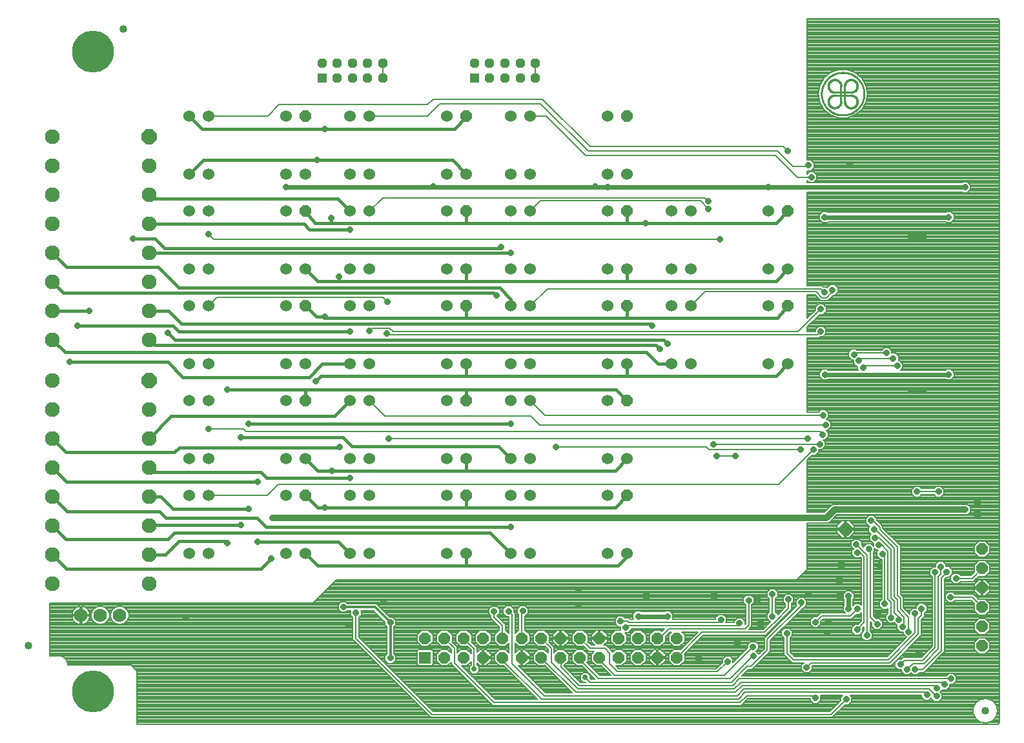
<source format=gbl>
G75*
%MOIN*%
%OFA0B0*%
%FSLAX25Y25*%
%IPPOS*%
%LPD*%
%AMOC8*
5,1,8,0,0,1.08239X$1,22.5*
%
%ADD10OC8,0.05906*%
%ADD11R,0.05906X0.05906*%
%ADD12OC8,0.07677*%
%ADD13C,0.07677*%
%ADD14C,0.01000*%
%ADD15C,0.00100*%
%ADD16C,0.04000*%
%ADD17OC8,0.06496*%
%ADD18R,0.04724X0.04724*%
%ADD19OC8,0.04724*%
%ADD20OC8,0.06000*%
%ADD21C,0.06000*%
%ADD22C,0.07000*%
%ADD23C,0.21654*%
%ADD24R,0.03175X0.03175*%
%ADD25OC8,0.03175*%
%ADD26C,0.00800*%
%ADD27C,0.02400*%
%ADD28C,0.03200*%
%ADD29C,0.01600*%
%ADD30C,0.01200*%
%ADD31OC8,0.02781*%
D10*
X0309333Y0078028D03*
X0319333Y0078028D03*
X0329333Y0078028D03*
X0339333Y0078028D03*
X0349333Y0078028D03*
X0359333Y0078028D03*
X0369333Y0078028D03*
X0379333Y0078028D03*
X0389333Y0078028D03*
X0399333Y0078028D03*
X0409333Y0078028D03*
X0419333Y0078028D03*
X0429333Y0078028D03*
X0439333Y0078028D03*
X0439333Y0068028D03*
X0429333Y0068028D03*
X0419333Y0068028D03*
X0409333Y0068028D03*
X0399333Y0068028D03*
X0389333Y0068028D03*
X0379333Y0068028D03*
X0369333Y0068028D03*
X0359333Y0068028D03*
X0349333Y0068028D03*
X0339333Y0068028D03*
X0329333Y0068028D03*
X0319333Y0068028D03*
X0596938Y0074065D03*
X0596938Y0084065D03*
X0596938Y0094065D03*
X0596938Y0104065D03*
X0596938Y0114065D03*
X0596938Y0124065D03*
D11*
X0309333Y0068028D03*
D12*
X0166932Y0211236D03*
X0166932Y0337220D03*
D13*
X0166932Y0322220D03*
X0166932Y0307220D03*
X0166932Y0292220D03*
X0166932Y0277220D03*
X0166932Y0262220D03*
X0166932Y0247220D03*
X0166932Y0232220D03*
X0166932Y0196236D03*
X0166932Y0181236D03*
X0166932Y0166236D03*
X0166932Y0151236D03*
X0166932Y0136236D03*
X0166932Y0121236D03*
X0166932Y0106236D03*
X0116932Y0106236D03*
X0116932Y0121236D03*
X0116932Y0136236D03*
X0116932Y0151236D03*
X0116932Y0166236D03*
X0116932Y0181236D03*
X0116932Y0196236D03*
X0116932Y0211236D03*
X0116932Y0232220D03*
X0116932Y0247220D03*
X0116932Y0262220D03*
X0116932Y0277220D03*
X0116932Y0292220D03*
X0116932Y0307220D03*
X0116932Y0322220D03*
X0116932Y0337220D03*
D14*
X0520937Y0358589D02*
X0529205Y0358589D01*
X0529205Y0360164D02*
X0520937Y0360164D01*
X0514071Y0359376D02*
X0514074Y0359646D01*
X0514084Y0359916D01*
X0514101Y0360185D01*
X0514124Y0360454D01*
X0514154Y0360723D01*
X0514190Y0360990D01*
X0514233Y0361257D01*
X0514282Y0361522D01*
X0514338Y0361786D01*
X0514401Y0362049D01*
X0514469Y0362310D01*
X0514545Y0362569D01*
X0514626Y0362826D01*
X0514714Y0363082D01*
X0514808Y0363335D01*
X0514908Y0363586D01*
X0515015Y0363834D01*
X0515127Y0364079D01*
X0515246Y0364322D01*
X0515370Y0364561D01*
X0515500Y0364798D01*
X0515636Y0365031D01*
X0515778Y0365261D01*
X0515925Y0365487D01*
X0516078Y0365710D01*
X0516236Y0365929D01*
X0516399Y0366144D01*
X0516568Y0366354D01*
X0516742Y0366561D01*
X0516921Y0366763D01*
X0517104Y0366961D01*
X0517293Y0367154D01*
X0517486Y0367343D01*
X0517684Y0367526D01*
X0517886Y0367705D01*
X0518093Y0367879D01*
X0518303Y0368048D01*
X0518518Y0368211D01*
X0518737Y0368369D01*
X0518960Y0368522D01*
X0519186Y0368669D01*
X0519416Y0368811D01*
X0519649Y0368947D01*
X0519886Y0369077D01*
X0520125Y0369201D01*
X0520368Y0369320D01*
X0520613Y0369432D01*
X0520861Y0369539D01*
X0521112Y0369639D01*
X0521365Y0369733D01*
X0521621Y0369821D01*
X0521878Y0369902D01*
X0522137Y0369978D01*
X0522398Y0370046D01*
X0522661Y0370109D01*
X0522925Y0370165D01*
X0523190Y0370214D01*
X0523457Y0370257D01*
X0523724Y0370293D01*
X0523993Y0370323D01*
X0524262Y0370346D01*
X0524531Y0370363D01*
X0524801Y0370373D01*
X0525071Y0370376D01*
X0525341Y0370373D01*
X0525611Y0370363D01*
X0525880Y0370346D01*
X0526149Y0370323D01*
X0526418Y0370293D01*
X0526685Y0370257D01*
X0526952Y0370214D01*
X0527217Y0370165D01*
X0527481Y0370109D01*
X0527744Y0370046D01*
X0528005Y0369978D01*
X0528264Y0369902D01*
X0528521Y0369821D01*
X0528777Y0369733D01*
X0529030Y0369639D01*
X0529281Y0369539D01*
X0529529Y0369432D01*
X0529774Y0369320D01*
X0530017Y0369201D01*
X0530256Y0369077D01*
X0530493Y0368947D01*
X0530726Y0368811D01*
X0530956Y0368669D01*
X0531182Y0368522D01*
X0531405Y0368369D01*
X0531624Y0368211D01*
X0531839Y0368048D01*
X0532049Y0367879D01*
X0532256Y0367705D01*
X0532458Y0367526D01*
X0532656Y0367343D01*
X0532849Y0367154D01*
X0533038Y0366961D01*
X0533221Y0366763D01*
X0533400Y0366561D01*
X0533574Y0366354D01*
X0533743Y0366144D01*
X0533906Y0365929D01*
X0534064Y0365710D01*
X0534217Y0365487D01*
X0534364Y0365261D01*
X0534506Y0365031D01*
X0534642Y0364798D01*
X0534772Y0364561D01*
X0534896Y0364322D01*
X0535015Y0364079D01*
X0535127Y0363834D01*
X0535234Y0363586D01*
X0535334Y0363335D01*
X0535428Y0363082D01*
X0535516Y0362826D01*
X0535597Y0362569D01*
X0535673Y0362310D01*
X0535741Y0362049D01*
X0535804Y0361786D01*
X0535860Y0361522D01*
X0535909Y0361257D01*
X0535952Y0360990D01*
X0535988Y0360723D01*
X0536018Y0360454D01*
X0536041Y0360185D01*
X0536058Y0359916D01*
X0536068Y0359646D01*
X0536071Y0359376D01*
X0536068Y0359106D01*
X0536058Y0358836D01*
X0536041Y0358567D01*
X0536018Y0358298D01*
X0535988Y0358029D01*
X0535952Y0357762D01*
X0535909Y0357495D01*
X0535860Y0357230D01*
X0535804Y0356966D01*
X0535741Y0356703D01*
X0535673Y0356442D01*
X0535597Y0356183D01*
X0535516Y0355926D01*
X0535428Y0355670D01*
X0535334Y0355417D01*
X0535234Y0355166D01*
X0535127Y0354918D01*
X0535015Y0354673D01*
X0534896Y0354430D01*
X0534772Y0354191D01*
X0534642Y0353954D01*
X0534506Y0353721D01*
X0534364Y0353491D01*
X0534217Y0353265D01*
X0534064Y0353042D01*
X0533906Y0352823D01*
X0533743Y0352608D01*
X0533574Y0352398D01*
X0533400Y0352191D01*
X0533221Y0351989D01*
X0533038Y0351791D01*
X0532849Y0351598D01*
X0532656Y0351409D01*
X0532458Y0351226D01*
X0532256Y0351047D01*
X0532049Y0350873D01*
X0531839Y0350704D01*
X0531624Y0350541D01*
X0531405Y0350383D01*
X0531182Y0350230D01*
X0530956Y0350083D01*
X0530726Y0349941D01*
X0530493Y0349805D01*
X0530256Y0349675D01*
X0530017Y0349551D01*
X0529774Y0349432D01*
X0529529Y0349320D01*
X0529281Y0349213D01*
X0529030Y0349113D01*
X0528777Y0349019D01*
X0528521Y0348931D01*
X0528264Y0348850D01*
X0528005Y0348774D01*
X0527744Y0348706D01*
X0527481Y0348643D01*
X0527217Y0348587D01*
X0526952Y0348538D01*
X0526685Y0348495D01*
X0526418Y0348459D01*
X0526149Y0348429D01*
X0525880Y0348406D01*
X0525611Y0348389D01*
X0525341Y0348379D01*
X0525071Y0348376D01*
X0524801Y0348379D01*
X0524531Y0348389D01*
X0524262Y0348406D01*
X0523993Y0348429D01*
X0523724Y0348459D01*
X0523457Y0348495D01*
X0523190Y0348538D01*
X0522925Y0348587D01*
X0522661Y0348643D01*
X0522398Y0348706D01*
X0522137Y0348774D01*
X0521878Y0348850D01*
X0521621Y0348931D01*
X0521365Y0349019D01*
X0521112Y0349113D01*
X0520861Y0349213D01*
X0520613Y0349320D01*
X0520368Y0349432D01*
X0520125Y0349551D01*
X0519886Y0349675D01*
X0519649Y0349805D01*
X0519416Y0349941D01*
X0519186Y0350083D01*
X0518960Y0350230D01*
X0518737Y0350383D01*
X0518518Y0350541D01*
X0518303Y0350704D01*
X0518093Y0350873D01*
X0517886Y0351047D01*
X0517684Y0351226D01*
X0517486Y0351409D01*
X0517293Y0351598D01*
X0517104Y0351791D01*
X0516921Y0351989D01*
X0516742Y0352191D01*
X0516568Y0352398D01*
X0516399Y0352608D01*
X0516236Y0352823D01*
X0516078Y0353042D01*
X0515925Y0353265D01*
X0515778Y0353491D01*
X0515636Y0353721D01*
X0515500Y0353954D01*
X0515370Y0354191D01*
X0515246Y0354430D01*
X0515127Y0354673D01*
X0515015Y0354918D01*
X0514908Y0355166D01*
X0514808Y0355417D01*
X0514714Y0355670D01*
X0514626Y0355926D01*
X0514545Y0356183D01*
X0514469Y0356442D01*
X0514401Y0356703D01*
X0514338Y0356966D01*
X0514282Y0357230D01*
X0514233Y0357495D01*
X0514190Y0357762D01*
X0514154Y0358029D01*
X0514124Y0358298D01*
X0514101Y0358567D01*
X0514084Y0358836D01*
X0514074Y0359106D01*
X0514071Y0359376D01*
X0524086Y0355439D02*
X0524086Y0363313D01*
X0526055Y0363313D02*
X0526055Y0355439D01*
D15*
X0525604Y0355403D02*
X0526504Y0355375D01*
X0526503Y0355376D02*
X0526504Y0355271D01*
X0526509Y0355165D01*
X0526517Y0355060D01*
X0526530Y0354956D01*
X0526546Y0354852D01*
X0526566Y0354749D01*
X0526591Y0354646D01*
X0526619Y0354545D01*
X0526650Y0354444D01*
X0526686Y0354345D01*
X0526725Y0354248D01*
X0526768Y0354152D01*
X0526815Y0354057D01*
X0526865Y0353965D01*
X0526918Y0353874D01*
X0526975Y0353785D01*
X0527035Y0353699D01*
X0527098Y0353615D01*
X0527165Y0353533D01*
X0527234Y0353454D01*
X0527307Y0353378D01*
X0527382Y0353304D01*
X0527460Y0353233D01*
X0527540Y0353165D01*
X0527623Y0353101D01*
X0527709Y0353039D01*
X0527797Y0352981D01*
X0527886Y0352926D01*
X0527978Y0352874D01*
X0528072Y0352826D01*
X0528167Y0352782D01*
X0528264Y0352741D01*
X0528363Y0352704D01*
X0528462Y0352670D01*
X0528563Y0352640D01*
X0528665Y0352615D01*
X0528768Y0352593D01*
X0528872Y0352574D01*
X0528976Y0352560D01*
X0529081Y0352550D01*
X0529186Y0352543D01*
X0529291Y0352541D01*
X0529397Y0352543D01*
X0529502Y0352548D01*
X0529607Y0352558D01*
X0529711Y0352571D01*
X0529815Y0352588D01*
X0529918Y0352609D01*
X0530020Y0352634D01*
X0530121Y0352663D01*
X0530222Y0352696D01*
X0530320Y0352732D01*
X0530418Y0352772D01*
X0530513Y0352816D01*
X0530607Y0352863D01*
X0530700Y0352914D01*
X0530790Y0352968D01*
X0530878Y0353026D01*
X0530964Y0353087D01*
X0531047Y0353151D01*
X0531129Y0353218D01*
X0531207Y0353288D01*
X0531283Y0353361D01*
X0531356Y0353437D01*
X0531426Y0353515D01*
X0531493Y0353597D01*
X0531557Y0353680D01*
X0531618Y0353766D01*
X0531676Y0353854D01*
X0531730Y0353944D01*
X0531781Y0354037D01*
X0531828Y0354131D01*
X0531872Y0354226D01*
X0531912Y0354324D01*
X0531948Y0354422D01*
X0531981Y0354523D01*
X0532010Y0354624D01*
X0532035Y0354726D01*
X0532056Y0354829D01*
X0532073Y0354933D01*
X0532086Y0355037D01*
X0532096Y0355142D01*
X0532101Y0355247D01*
X0532103Y0355353D01*
X0532101Y0355458D01*
X0532094Y0355563D01*
X0532084Y0355668D01*
X0532070Y0355772D01*
X0532051Y0355876D01*
X0532029Y0355979D01*
X0532004Y0356081D01*
X0531974Y0356182D01*
X0531940Y0356281D01*
X0531903Y0356380D01*
X0531862Y0356477D01*
X0531818Y0356572D01*
X0531770Y0356666D01*
X0531718Y0356758D01*
X0531663Y0356847D01*
X0531605Y0356935D01*
X0531543Y0357021D01*
X0531479Y0357104D01*
X0531411Y0357184D01*
X0531340Y0357262D01*
X0531266Y0357337D01*
X0531190Y0357410D01*
X0531111Y0357479D01*
X0531029Y0357546D01*
X0530945Y0357609D01*
X0530859Y0357669D01*
X0530770Y0357726D01*
X0530679Y0357779D01*
X0530587Y0357829D01*
X0530492Y0357876D01*
X0530396Y0357919D01*
X0530299Y0357958D01*
X0530200Y0357994D01*
X0530099Y0358025D01*
X0529998Y0358053D01*
X0529895Y0358078D01*
X0529792Y0358098D01*
X0529688Y0358114D01*
X0529584Y0358127D01*
X0529479Y0358135D01*
X0529373Y0358140D01*
X0529268Y0358141D01*
X0529241Y0359040D01*
X0529361Y0359041D01*
X0529481Y0359037D01*
X0529601Y0359029D01*
X0529721Y0359017D01*
X0529840Y0359002D01*
X0529959Y0358982D01*
X0530077Y0358959D01*
X0530194Y0358932D01*
X0530311Y0358901D01*
X0530426Y0358867D01*
X0530540Y0358828D01*
X0530652Y0358786D01*
X0530764Y0358741D01*
X0530873Y0358691D01*
X0530981Y0358638D01*
X0531088Y0358582D01*
X0531192Y0358522D01*
X0531294Y0358459D01*
X0531395Y0358393D01*
X0531493Y0358323D01*
X0531589Y0358251D01*
X0531682Y0358175D01*
X0531773Y0358096D01*
X0531861Y0358014D01*
X0531947Y0357930D01*
X0532029Y0357842D01*
X0532109Y0357753D01*
X0532186Y0357660D01*
X0532260Y0357565D01*
X0532331Y0357468D01*
X0532398Y0357368D01*
X0532462Y0357267D01*
X0532523Y0357163D01*
X0532581Y0357057D01*
X0532635Y0356950D01*
X0532685Y0356841D01*
X0532732Y0356730D01*
X0532776Y0356618D01*
X0532815Y0356504D01*
X0532851Y0356389D01*
X0532884Y0356274D01*
X0532912Y0356157D01*
X0532937Y0356039D01*
X0532957Y0355921D01*
X0532974Y0355801D01*
X0532987Y0355682D01*
X0532996Y0355562D01*
X0533002Y0355442D01*
X0533003Y0355322D01*
X0533000Y0355201D01*
X0532994Y0355081D01*
X0532983Y0354961D01*
X0532969Y0354842D01*
X0532951Y0354723D01*
X0532929Y0354605D01*
X0532903Y0354487D01*
X0532874Y0354371D01*
X0532840Y0354255D01*
X0532803Y0354141D01*
X0532762Y0354028D01*
X0532718Y0353916D01*
X0532670Y0353806D01*
X0532618Y0353697D01*
X0532563Y0353590D01*
X0532504Y0353485D01*
X0532442Y0353382D01*
X0532377Y0353281D01*
X0532308Y0353183D01*
X0532236Y0353086D01*
X0532162Y0352992D01*
X0532084Y0352900D01*
X0532003Y0352811D01*
X0531919Y0352725D01*
X0531833Y0352641D01*
X0531744Y0352560D01*
X0531652Y0352482D01*
X0531558Y0352408D01*
X0531461Y0352336D01*
X0531363Y0352267D01*
X0531262Y0352202D01*
X0531159Y0352140D01*
X0531054Y0352081D01*
X0530947Y0352026D01*
X0530838Y0351974D01*
X0530728Y0351926D01*
X0530616Y0351882D01*
X0530503Y0351841D01*
X0530389Y0351804D01*
X0530273Y0351770D01*
X0530157Y0351741D01*
X0530039Y0351715D01*
X0529921Y0351693D01*
X0529802Y0351675D01*
X0529683Y0351661D01*
X0529563Y0351650D01*
X0529443Y0351644D01*
X0529322Y0351641D01*
X0529202Y0351642D01*
X0529082Y0351648D01*
X0528962Y0351657D01*
X0528843Y0351670D01*
X0528723Y0351687D01*
X0528605Y0351707D01*
X0528487Y0351732D01*
X0528370Y0351760D01*
X0528255Y0351793D01*
X0528140Y0351829D01*
X0528026Y0351868D01*
X0527914Y0351912D01*
X0527803Y0351959D01*
X0527694Y0352009D01*
X0527587Y0352063D01*
X0527481Y0352121D01*
X0527377Y0352182D01*
X0527276Y0352246D01*
X0527176Y0352313D01*
X0527079Y0352384D01*
X0526984Y0352458D01*
X0526891Y0352535D01*
X0526802Y0352615D01*
X0526714Y0352697D01*
X0526630Y0352783D01*
X0526548Y0352871D01*
X0526469Y0352962D01*
X0526393Y0353055D01*
X0526321Y0353151D01*
X0526251Y0353249D01*
X0526185Y0353350D01*
X0526122Y0353452D01*
X0526062Y0353556D01*
X0526006Y0353663D01*
X0525953Y0353771D01*
X0525903Y0353880D01*
X0525858Y0353992D01*
X0525816Y0354104D01*
X0525777Y0354218D01*
X0525743Y0354333D01*
X0525712Y0354450D01*
X0525685Y0354567D01*
X0525662Y0354685D01*
X0525642Y0354804D01*
X0525627Y0354923D01*
X0525615Y0355043D01*
X0525607Y0355163D01*
X0525603Y0355283D01*
X0525604Y0355403D01*
X0525697Y0355400D01*
X0525698Y0355281D01*
X0525701Y0355161D01*
X0525709Y0355042D01*
X0525721Y0354923D01*
X0525737Y0354804D01*
X0525757Y0354686D01*
X0525781Y0354569D01*
X0525808Y0354452D01*
X0525840Y0354337D01*
X0525875Y0354222D01*
X0525914Y0354109D01*
X0525957Y0353998D01*
X0526003Y0353887D01*
X0526053Y0353779D01*
X0526107Y0353672D01*
X0526164Y0353566D01*
X0526224Y0353463D01*
X0526288Y0353362D01*
X0526356Y0353263D01*
X0526426Y0353167D01*
X0526500Y0353072D01*
X0526577Y0352981D01*
X0526657Y0352891D01*
X0526739Y0352805D01*
X0526825Y0352721D01*
X0526913Y0352641D01*
X0527004Y0352563D01*
X0527098Y0352488D01*
X0527193Y0352416D01*
X0527292Y0352348D01*
X0527392Y0352283D01*
X0527495Y0352221D01*
X0527599Y0352163D01*
X0527705Y0352108D01*
X0527814Y0352057D01*
X0527923Y0352009D01*
X0528035Y0351965D01*
X0528147Y0351925D01*
X0528261Y0351889D01*
X0528376Y0351856D01*
X0528493Y0351827D01*
X0528610Y0351802D01*
X0528727Y0351781D01*
X0528846Y0351764D01*
X0528965Y0351751D01*
X0529084Y0351742D01*
X0529203Y0351736D01*
X0529323Y0351735D01*
X0529443Y0351738D01*
X0529562Y0351744D01*
X0529681Y0351755D01*
X0529800Y0351769D01*
X0529918Y0351788D01*
X0530036Y0351810D01*
X0530153Y0351837D01*
X0530268Y0351867D01*
X0530383Y0351901D01*
X0530497Y0351938D01*
X0530609Y0351980D01*
X0530720Y0352025D01*
X0530829Y0352074D01*
X0530937Y0352126D01*
X0531042Y0352182D01*
X0531146Y0352242D01*
X0531248Y0352305D01*
X0531348Y0352371D01*
X0531445Y0352440D01*
X0531540Y0352513D01*
X0531633Y0352589D01*
X0531723Y0352667D01*
X0531810Y0352749D01*
X0531895Y0352834D01*
X0531977Y0352921D01*
X0532055Y0353011D01*
X0532131Y0353104D01*
X0532204Y0353199D01*
X0532273Y0353296D01*
X0532339Y0353396D01*
X0532402Y0353498D01*
X0532462Y0353602D01*
X0532518Y0353707D01*
X0532570Y0353815D01*
X0532619Y0353924D01*
X0532664Y0354035D01*
X0532706Y0354147D01*
X0532743Y0354261D01*
X0532777Y0354376D01*
X0532807Y0354491D01*
X0532834Y0354608D01*
X0532856Y0354726D01*
X0532875Y0354844D01*
X0532889Y0354963D01*
X0532900Y0355082D01*
X0532906Y0355201D01*
X0532909Y0355321D01*
X0532908Y0355441D01*
X0532902Y0355560D01*
X0532893Y0355679D01*
X0532880Y0355798D01*
X0532863Y0355917D01*
X0532842Y0356034D01*
X0532817Y0356151D01*
X0532788Y0356268D01*
X0532755Y0356383D01*
X0532719Y0356497D01*
X0532679Y0356609D01*
X0532635Y0356721D01*
X0532587Y0356830D01*
X0532536Y0356939D01*
X0532481Y0357045D01*
X0532423Y0357149D01*
X0532361Y0357252D01*
X0532296Y0357352D01*
X0532228Y0357451D01*
X0532156Y0357546D01*
X0532081Y0357640D01*
X0532003Y0357731D01*
X0531923Y0357819D01*
X0531839Y0357905D01*
X0531753Y0357987D01*
X0531663Y0358067D01*
X0531572Y0358144D01*
X0531477Y0358218D01*
X0531381Y0358288D01*
X0531282Y0358356D01*
X0531181Y0358420D01*
X0531078Y0358480D01*
X0530972Y0358537D01*
X0530865Y0358591D01*
X0530757Y0358641D01*
X0530646Y0358687D01*
X0530535Y0358730D01*
X0530422Y0358769D01*
X0530307Y0358804D01*
X0530192Y0358836D01*
X0530075Y0358863D01*
X0529958Y0358887D01*
X0529840Y0358907D01*
X0529721Y0358923D01*
X0529602Y0358935D01*
X0529483Y0358943D01*
X0529363Y0358946D01*
X0529244Y0358947D01*
X0529247Y0358853D01*
X0529364Y0358852D01*
X0529481Y0358848D01*
X0529598Y0358841D01*
X0529715Y0358829D01*
X0529831Y0358813D01*
X0529947Y0358793D01*
X0530062Y0358770D01*
X0530176Y0358743D01*
X0530289Y0358712D01*
X0530401Y0358677D01*
X0530512Y0358638D01*
X0530622Y0358596D01*
X0530730Y0358550D01*
X0530836Y0358501D01*
X0530941Y0358448D01*
X0531044Y0358391D01*
X0531145Y0358331D01*
X0531243Y0358268D01*
X0531340Y0358202D01*
X0531435Y0358132D01*
X0531527Y0358059D01*
X0531616Y0357984D01*
X0531703Y0357905D01*
X0531787Y0357823D01*
X0531869Y0357739D01*
X0531948Y0357652D01*
X0532023Y0357562D01*
X0532096Y0357470D01*
X0532166Y0357376D01*
X0532232Y0357279D01*
X0532295Y0357180D01*
X0532355Y0357079D01*
X0532411Y0356976D01*
X0532464Y0356871D01*
X0532513Y0356765D01*
X0532559Y0356657D01*
X0532601Y0356547D01*
X0532640Y0356436D01*
X0532675Y0356324D01*
X0532705Y0356211D01*
X0532733Y0356097D01*
X0532756Y0355982D01*
X0532775Y0355866D01*
X0532791Y0355750D01*
X0532803Y0355633D01*
X0532811Y0355516D01*
X0532815Y0355399D01*
X0532814Y0355282D01*
X0532811Y0355164D01*
X0532803Y0355047D01*
X0532791Y0354930D01*
X0532775Y0354814D01*
X0532756Y0354698D01*
X0532732Y0354584D01*
X0532705Y0354469D01*
X0532674Y0354356D01*
X0532639Y0354244D01*
X0532601Y0354133D01*
X0532559Y0354024D01*
X0532513Y0353916D01*
X0532463Y0353809D01*
X0532410Y0353705D01*
X0532354Y0353602D01*
X0532294Y0353501D01*
X0532231Y0353402D01*
X0532165Y0353305D01*
X0532095Y0353211D01*
X0532022Y0353119D01*
X0531947Y0353029D01*
X0531868Y0352942D01*
X0531786Y0352858D01*
X0531702Y0352776D01*
X0531615Y0352697D01*
X0531525Y0352622D01*
X0531433Y0352549D01*
X0531339Y0352479D01*
X0531242Y0352413D01*
X0531143Y0352350D01*
X0531042Y0352290D01*
X0530939Y0352234D01*
X0530835Y0352181D01*
X0530728Y0352131D01*
X0530620Y0352085D01*
X0530511Y0352043D01*
X0530400Y0352005D01*
X0530288Y0351970D01*
X0530175Y0351939D01*
X0530060Y0351912D01*
X0529946Y0351888D01*
X0529830Y0351869D01*
X0529714Y0351853D01*
X0529597Y0351841D01*
X0529480Y0351833D01*
X0529362Y0351830D01*
X0529245Y0351829D01*
X0529128Y0351833D01*
X0529011Y0351841D01*
X0528894Y0351853D01*
X0528778Y0351869D01*
X0528662Y0351888D01*
X0528547Y0351911D01*
X0528433Y0351939D01*
X0528320Y0351969D01*
X0528208Y0352004D01*
X0528097Y0352043D01*
X0527987Y0352085D01*
X0527879Y0352131D01*
X0527773Y0352180D01*
X0527668Y0352233D01*
X0527565Y0352289D01*
X0527464Y0352349D01*
X0527365Y0352412D01*
X0527268Y0352478D01*
X0527174Y0352548D01*
X0527082Y0352621D01*
X0526992Y0352696D01*
X0526905Y0352775D01*
X0526821Y0352857D01*
X0526739Y0352941D01*
X0526660Y0353028D01*
X0526585Y0353117D01*
X0526512Y0353209D01*
X0526442Y0353304D01*
X0526376Y0353401D01*
X0526313Y0353499D01*
X0526253Y0353600D01*
X0526196Y0353703D01*
X0526143Y0353808D01*
X0526094Y0353914D01*
X0526048Y0354022D01*
X0526006Y0354132D01*
X0525967Y0354243D01*
X0525932Y0354355D01*
X0525901Y0354468D01*
X0525874Y0354582D01*
X0525851Y0354697D01*
X0525831Y0354813D01*
X0525815Y0354929D01*
X0525803Y0355046D01*
X0525796Y0355163D01*
X0525792Y0355280D01*
X0525791Y0355397D01*
X0525885Y0355395D01*
X0525886Y0355278D01*
X0525890Y0355161D01*
X0525898Y0355045D01*
X0525910Y0354929D01*
X0525926Y0354813D01*
X0525946Y0354698D01*
X0525970Y0354584D01*
X0525998Y0354471D01*
X0526029Y0354359D01*
X0526065Y0354248D01*
X0526104Y0354138D01*
X0526147Y0354029D01*
X0526193Y0353922D01*
X0526244Y0353817D01*
X0526297Y0353714D01*
X0526355Y0353612D01*
X0526415Y0353512D01*
X0526479Y0353415D01*
X0526547Y0353320D01*
X0526617Y0353227D01*
X0526691Y0353136D01*
X0526768Y0353049D01*
X0526847Y0352963D01*
X0526930Y0352881D01*
X0527015Y0352801D01*
X0527103Y0352725D01*
X0527194Y0352651D01*
X0527287Y0352581D01*
X0527382Y0352514D01*
X0527480Y0352450D01*
X0527579Y0352389D01*
X0527681Y0352332D01*
X0527785Y0352279D01*
X0527890Y0352229D01*
X0527997Y0352182D01*
X0528106Y0352140D01*
X0528216Y0352101D01*
X0528327Y0352065D01*
X0528439Y0352034D01*
X0528553Y0352006D01*
X0528667Y0351983D01*
X0528782Y0351963D01*
X0528897Y0351947D01*
X0529013Y0351935D01*
X0529130Y0351927D01*
X0529246Y0351923D01*
X0529363Y0351924D01*
X0529479Y0351928D01*
X0529596Y0351936D01*
X0529712Y0351948D01*
X0529827Y0351963D01*
X0529942Y0351983D01*
X0530057Y0352007D01*
X0530170Y0352035D01*
X0530282Y0352066D01*
X0530393Y0352102D01*
X0530503Y0352141D01*
X0530612Y0352183D01*
X0530719Y0352230D01*
X0530824Y0352280D01*
X0530928Y0352334D01*
X0531029Y0352391D01*
X0531129Y0352452D01*
X0531226Y0352516D01*
X0531322Y0352583D01*
X0531415Y0352653D01*
X0531505Y0352727D01*
X0531593Y0352804D01*
X0531678Y0352883D01*
X0531761Y0352966D01*
X0531840Y0353051D01*
X0531917Y0353139D01*
X0531991Y0353229D01*
X0532061Y0353322D01*
X0532128Y0353418D01*
X0532192Y0353515D01*
X0532253Y0353615D01*
X0532310Y0353716D01*
X0532364Y0353820D01*
X0532414Y0353925D01*
X0532461Y0354032D01*
X0532503Y0354141D01*
X0532542Y0354251D01*
X0532578Y0354362D01*
X0532609Y0354474D01*
X0532637Y0354587D01*
X0532661Y0354702D01*
X0532681Y0354817D01*
X0532696Y0354932D01*
X0532708Y0355048D01*
X0532716Y0355165D01*
X0532720Y0355281D01*
X0532721Y0355398D01*
X0532717Y0355514D01*
X0532709Y0355631D01*
X0532697Y0355747D01*
X0532681Y0355862D01*
X0532661Y0355977D01*
X0532638Y0356091D01*
X0532610Y0356205D01*
X0532579Y0356317D01*
X0532543Y0356428D01*
X0532504Y0356538D01*
X0532462Y0356647D01*
X0532415Y0356754D01*
X0532365Y0356859D01*
X0532312Y0356963D01*
X0532255Y0357065D01*
X0532194Y0357164D01*
X0532130Y0357262D01*
X0532063Y0357357D01*
X0531993Y0357450D01*
X0531919Y0357541D01*
X0531843Y0357629D01*
X0531763Y0357714D01*
X0531681Y0357797D01*
X0531595Y0357876D01*
X0531508Y0357953D01*
X0531417Y0358027D01*
X0531324Y0358097D01*
X0531229Y0358165D01*
X0531132Y0358229D01*
X0531032Y0358289D01*
X0530930Y0358347D01*
X0530827Y0358400D01*
X0530722Y0358451D01*
X0530615Y0358497D01*
X0530506Y0358540D01*
X0530396Y0358579D01*
X0530285Y0358615D01*
X0530173Y0358646D01*
X0530060Y0358674D01*
X0529946Y0358698D01*
X0529831Y0358718D01*
X0529715Y0358734D01*
X0529599Y0358746D01*
X0529483Y0358754D01*
X0529366Y0358758D01*
X0529249Y0358759D01*
X0529252Y0358665D01*
X0529367Y0358664D01*
X0529481Y0358660D01*
X0529595Y0358652D01*
X0529708Y0358640D01*
X0529821Y0358624D01*
X0529934Y0358605D01*
X0530046Y0358581D01*
X0530157Y0358554D01*
X0530266Y0358522D01*
X0530375Y0358487D01*
X0530483Y0358449D01*
X0530589Y0358406D01*
X0530693Y0358360D01*
X0530796Y0358311D01*
X0530897Y0358258D01*
X0530997Y0358201D01*
X0531094Y0358141D01*
X0531189Y0358078D01*
X0531282Y0358012D01*
X0531373Y0357942D01*
X0531461Y0357869D01*
X0531546Y0357794D01*
X0531629Y0357715D01*
X0531710Y0357634D01*
X0531787Y0357550D01*
X0531861Y0357463D01*
X0531933Y0357374D01*
X0532001Y0357282D01*
X0532066Y0357189D01*
X0532128Y0357093D01*
X0532187Y0356994D01*
X0532242Y0356894D01*
X0532293Y0356792D01*
X0532341Y0356689D01*
X0532386Y0356584D01*
X0532427Y0356477D01*
X0532464Y0356369D01*
X0532498Y0356260D01*
X0532527Y0356149D01*
X0532553Y0356038D01*
X0532575Y0355926D01*
X0532593Y0355813D01*
X0532608Y0355700D01*
X0532618Y0355586D01*
X0532624Y0355472D01*
X0532627Y0355358D01*
X0532626Y0355244D01*
X0532620Y0355130D01*
X0532611Y0355016D01*
X0532598Y0354902D01*
X0532581Y0354789D01*
X0532560Y0354677D01*
X0532535Y0354565D01*
X0532507Y0354455D01*
X0532474Y0354345D01*
X0532438Y0354237D01*
X0532398Y0354130D01*
X0532355Y0354024D01*
X0532308Y0353920D01*
X0532257Y0353818D01*
X0532203Y0353717D01*
X0532146Y0353618D01*
X0532085Y0353522D01*
X0532021Y0353427D01*
X0531953Y0353335D01*
X0531883Y0353245D01*
X0531809Y0353158D01*
X0531733Y0353073D01*
X0531653Y0352991D01*
X0531571Y0352911D01*
X0531486Y0352835D01*
X0531399Y0352761D01*
X0531309Y0352691D01*
X0531217Y0352623D01*
X0531122Y0352559D01*
X0531026Y0352498D01*
X0530927Y0352441D01*
X0530826Y0352387D01*
X0530724Y0352336D01*
X0530620Y0352289D01*
X0530514Y0352246D01*
X0530407Y0352206D01*
X0530299Y0352170D01*
X0530189Y0352137D01*
X0530079Y0352109D01*
X0529967Y0352084D01*
X0529855Y0352063D01*
X0529742Y0352046D01*
X0529628Y0352033D01*
X0529514Y0352024D01*
X0529400Y0352018D01*
X0529286Y0352017D01*
X0529172Y0352020D01*
X0529058Y0352026D01*
X0528944Y0352036D01*
X0528831Y0352051D01*
X0528718Y0352069D01*
X0528606Y0352091D01*
X0528495Y0352117D01*
X0528384Y0352146D01*
X0528275Y0352180D01*
X0528167Y0352217D01*
X0528060Y0352258D01*
X0527955Y0352303D01*
X0527852Y0352351D01*
X0527750Y0352402D01*
X0527650Y0352457D01*
X0527551Y0352516D01*
X0527455Y0352578D01*
X0527362Y0352643D01*
X0527270Y0352711D01*
X0527181Y0352783D01*
X0527094Y0352857D01*
X0527010Y0352934D01*
X0526929Y0353015D01*
X0526850Y0353098D01*
X0526775Y0353183D01*
X0526702Y0353271D01*
X0526632Y0353362D01*
X0526566Y0353455D01*
X0526503Y0353550D01*
X0526443Y0353647D01*
X0526386Y0353747D01*
X0526333Y0353848D01*
X0526284Y0353951D01*
X0526238Y0354055D01*
X0526195Y0354161D01*
X0526157Y0354269D01*
X0526122Y0354378D01*
X0526090Y0354487D01*
X0526063Y0354598D01*
X0526039Y0354710D01*
X0526020Y0354823D01*
X0526004Y0354936D01*
X0525992Y0355049D01*
X0525984Y0355163D01*
X0525980Y0355277D01*
X0525979Y0355392D01*
X0526073Y0355389D01*
X0526074Y0355276D01*
X0526078Y0355164D01*
X0526086Y0355051D01*
X0526098Y0354939D01*
X0526114Y0354828D01*
X0526134Y0354717D01*
X0526158Y0354607D01*
X0526185Y0354498D01*
X0526216Y0354390D01*
X0526251Y0354283D01*
X0526290Y0354177D01*
X0526333Y0354072D01*
X0526379Y0353970D01*
X0526428Y0353869D01*
X0526481Y0353769D01*
X0526538Y0353672D01*
X0526598Y0353576D01*
X0526661Y0353483D01*
X0526727Y0353392D01*
X0526797Y0353304D01*
X0526869Y0353217D01*
X0526945Y0353134D01*
X0527023Y0353053D01*
X0527104Y0352975D01*
X0527188Y0352900D01*
X0527274Y0352828D01*
X0527363Y0352758D01*
X0527454Y0352692D01*
X0527548Y0352629D01*
X0527644Y0352570D01*
X0527741Y0352514D01*
X0527841Y0352461D01*
X0527942Y0352412D01*
X0528045Y0352366D01*
X0528149Y0352324D01*
X0528255Y0352286D01*
X0528362Y0352251D01*
X0528471Y0352220D01*
X0528580Y0352193D01*
X0528690Y0352170D01*
X0528801Y0352150D01*
X0528913Y0352135D01*
X0529025Y0352123D01*
X0529137Y0352115D01*
X0529250Y0352111D01*
X0529362Y0352112D01*
X0529475Y0352116D01*
X0529587Y0352124D01*
X0529699Y0352135D01*
X0529811Y0352151D01*
X0529921Y0352171D01*
X0530032Y0352194D01*
X0530141Y0352222D01*
X0530249Y0352253D01*
X0530356Y0352288D01*
X0530462Y0352326D01*
X0530566Y0352368D01*
X0530669Y0352414D01*
X0530770Y0352464D01*
X0530870Y0352516D01*
X0530967Y0352573D01*
X0531063Y0352633D01*
X0531156Y0352695D01*
X0531247Y0352762D01*
X0531336Y0352831D01*
X0531422Y0352903D01*
X0531506Y0352979D01*
X0531587Y0353057D01*
X0531665Y0353138D01*
X0531741Y0353222D01*
X0531813Y0353308D01*
X0531882Y0353397D01*
X0531949Y0353488D01*
X0532011Y0353581D01*
X0532071Y0353677D01*
X0532128Y0353774D01*
X0532180Y0353874D01*
X0532230Y0353975D01*
X0532276Y0354078D01*
X0532318Y0354182D01*
X0532356Y0354288D01*
X0532391Y0354395D01*
X0532422Y0354503D01*
X0532450Y0354612D01*
X0532473Y0354723D01*
X0532493Y0354833D01*
X0532509Y0354945D01*
X0532520Y0355057D01*
X0532528Y0355169D01*
X0532532Y0355282D01*
X0532533Y0355394D01*
X0532529Y0355507D01*
X0532521Y0355619D01*
X0532509Y0355731D01*
X0532494Y0355843D01*
X0532474Y0355954D01*
X0532451Y0356064D01*
X0532424Y0356173D01*
X0532393Y0356282D01*
X0532358Y0356389D01*
X0532320Y0356495D01*
X0532278Y0356599D01*
X0532232Y0356702D01*
X0532183Y0356803D01*
X0532130Y0356903D01*
X0532074Y0357000D01*
X0532015Y0357096D01*
X0531952Y0357190D01*
X0531886Y0357281D01*
X0531816Y0357370D01*
X0531744Y0357456D01*
X0531669Y0357540D01*
X0531591Y0357621D01*
X0531510Y0357699D01*
X0531427Y0357775D01*
X0531340Y0357847D01*
X0531252Y0357917D01*
X0531161Y0357983D01*
X0531068Y0358046D01*
X0530972Y0358106D01*
X0530875Y0358163D01*
X0530775Y0358216D01*
X0530674Y0358265D01*
X0530572Y0358311D01*
X0530467Y0358354D01*
X0530361Y0358393D01*
X0530254Y0358428D01*
X0530146Y0358459D01*
X0530037Y0358486D01*
X0529927Y0358510D01*
X0529816Y0358530D01*
X0529705Y0358546D01*
X0529593Y0358558D01*
X0529480Y0358566D01*
X0529368Y0358570D01*
X0529255Y0358571D01*
X0529258Y0358477D01*
X0529370Y0358476D01*
X0529481Y0358472D01*
X0529593Y0358464D01*
X0529704Y0358451D01*
X0529815Y0358435D01*
X0529925Y0358415D01*
X0530034Y0358391D01*
X0530142Y0358363D01*
X0530249Y0358331D01*
X0530355Y0358295D01*
X0530460Y0358256D01*
X0530563Y0358213D01*
X0530664Y0358166D01*
X0530764Y0358116D01*
X0530862Y0358062D01*
X0530958Y0358005D01*
X0531052Y0357944D01*
X0531144Y0357880D01*
X0531233Y0357813D01*
X0531320Y0357742D01*
X0531404Y0357669D01*
X0531486Y0357593D01*
X0531565Y0357513D01*
X0531641Y0357431D01*
X0531714Y0357347D01*
X0531784Y0357260D01*
X0531850Y0357170D01*
X0531914Y0357078D01*
X0531974Y0356984D01*
X0532031Y0356888D01*
X0532085Y0356789D01*
X0532134Y0356689D01*
X0532181Y0356588D01*
X0532223Y0356484D01*
X0532262Y0356379D01*
X0532297Y0356273D01*
X0532329Y0356166D01*
X0532356Y0356058D01*
X0532380Y0355948D01*
X0532399Y0355838D01*
X0532415Y0355728D01*
X0532427Y0355616D01*
X0532435Y0355505D01*
X0532439Y0355393D01*
X0532438Y0355281D01*
X0532434Y0355170D01*
X0532426Y0355058D01*
X0532414Y0354947D01*
X0532398Y0354837D01*
X0532378Y0354727D01*
X0532354Y0354617D01*
X0532327Y0354509D01*
X0532295Y0354402D01*
X0532260Y0354296D01*
X0532221Y0354191D01*
X0532178Y0354088D01*
X0532131Y0353986D01*
X0532081Y0353886D01*
X0532028Y0353788D01*
X0531970Y0353692D01*
X0531910Y0353598D01*
X0531846Y0353506D01*
X0531779Y0353417D01*
X0531709Y0353330D01*
X0531636Y0353245D01*
X0531560Y0353163D01*
X0531481Y0353084D01*
X0531399Y0353008D01*
X0531314Y0352935D01*
X0531227Y0352865D01*
X0531138Y0352798D01*
X0531046Y0352734D01*
X0530952Y0352674D01*
X0530856Y0352616D01*
X0530758Y0352563D01*
X0530658Y0352513D01*
X0530556Y0352466D01*
X0530453Y0352423D01*
X0530348Y0352384D01*
X0530242Y0352349D01*
X0530135Y0352317D01*
X0530027Y0352290D01*
X0529917Y0352266D01*
X0529807Y0352246D01*
X0529697Y0352230D01*
X0529586Y0352218D01*
X0529474Y0352210D01*
X0529363Y0352206D01*
X0529251Y0352205D01*
X0529139Y0352209D01*
X0529028Y0352217D01*
X0528916Y0352229D01*
X0528806Y0352245D01*
X0528696Y0352264D01*
X0528586Y0352288D01*
X0528478Y0352315D01*
X0528371Y0352347D01*
X0528265Y0352382D01*
X0528160Y0352421D01*
X0528056Y0352463D01*
X0527955Y0352510D01*
X0527855Y0352559D01*
X0527756Y0352613D01*
X0527660Y0352670D01*
X0527566Y0352730D01*
X0527474Y0352794D01*
X0527384Y0352860D01*
X0527297Y0352930D01*
X0527213Y0353003D01*
X0527131Y0353079D01*
X0527051Y0353158D01*
X0526975Y0353240D01*
X0526902Y0353324D01*
X0526831Y0353411D01*
X0526764Y0353500D01*
X0526700Y0353592D01*
X0526639Y0353686D01*
X0526582Y0353782D01*
X0526528Y0353880D01*
X0526478Y0353980D01*
X0526431Y0354081D01*
X0526388Y0354184D01*
X0526349Y0354289D01*
X0526313Y0354395D01*
X0526281Y0354502D01*
X0526253Y0354610D01*
X0526229Y0354719D01*
X0526209Y0354829D01*
X0526193Y0354940D01*
X0526180Y0355051D01*
X0526172Y0355163D01*
X0526168Y0355274D01*
X0526167Y0355386D01*
X0526261Y0355383D01*
X0526262Y0355274D01*
X0526266Y0355165D01*
X0526274Y0355056D01*
X0526287Y0354947D01*
X0526303Y0354839D01*
X0526323Y0354732D01*
X0526346Y0354625D01*
X0526374Y0354520D01*
X0526405Y0354415D01*
X0526441Y0354312D01*
X0526479Y0354209D01*
X0526522Y0354109D01*
X0526568Y0354010D01*
X0526617Y0353912D01*
X0526670Y0353817D01*
X0526727Y0353723D01*
X0526787Y0353632D01*
X0526850Y0353543D01*
X0526916Y0353456D01*
X0526985Y0353371D01*
X0527057Y0353289D01*
X0527132Y0353210D01*
X0527210Y0353133D01*
X0527291Y0353060D01*
X0527374Y0352989D01*
X0527460Y0352921D01*
X0527548Y0352857D01*
X0527638Y0352795D01*
X0527730Y0352737D01*
X0527825Y0352682D01*
X0527921Y0352631D01*
X0528020Y0352583D01*
X0528119Y0352539D01*
X0528221Y0352498D01*
X0528324Y0352461D01*
X0528428Y0352428D01*
X0528533Y0352398D01*
X0528639Y0352372D01*
X0528746Y0352350D01*
X0528854Y0352332D01*
X0528962Y0352318D01*
X0529071Y0352308D01*
X0529180Y0352301D01*
X0529289Y0352299D01*
X0529398Y0352300D01*
X0529507Y0352306D01*
X0529616Y0352315D01*
X0529725Y0352328D01*
X0529832Y0352345D01*
X0529940Y0352366D01*
X0530046Y0352391D01*
X0530151Y0352420D01*
X0530256Y0352452D01*
X0530359Y0352488D01*
X0530461Y0352528D01*
X0530561Y0352571D01*
X0530660Y0352618D01*
X0530756Y0352669D01*
X0530851Y0352723D01*
X0530944Y0352780D01*
X0531035Y0352840D01*
X0531124Y0352904D01*
X0531210Y0352971D01*
X0531294Y0353041D01*
X0531375Y0353114D01*
X0531454Y0353190D01*
X0531530Y0353269D01*
X0531603Y0353350D01*
X0531673Y0353434D01*
X0531740Y0353520D01*
X0531804Y0353609D01*
X0531864Y0353700D01*
X0531921Y0353793D01*
X0531975Y0353888D01*
X0532026Y0353984D01*
X0532073Y0354083D01*
X0532116Y0354183D01*
X0532156Y0354285D01*
X0532192Y0354388D01*
X0532224Y0354493D01*
X0532253Y0354598D01*
X0532278Y0354704D01*
X0532299Y0354812D01*
X0532316Y0354919D01*
X0532329Y0355028D01*
X0532338Y0355137D01*
X0532344Y0355246D01*
X0532345Y0355355D01*
X0532343Y0355464D01*
X0532336Y0355573D01*
X0532326Y0355682D01*
X0532312Y0355790D01*
X0532294Y0355898D01*
X0532272Y0356005D01*
X0532246Y0356111D01*
X0532216Y0356216D01*
X0532183Y0356320D01*
X0532146Y0356423D01*
X0532105Y0356525D01*
X0532061Y0356624D01*
X0532013Y0356723D01*
X0531962Y0356819D01*
X0531907Y0356914D01*
X0531849Y0357006D01*
X0531787Y0357096D01*
X0531723Y0357184D01*
X0531655Y0357270D01*
X0531584Y0357353D01*
X0531511Y0357434D01*
X0531434Y0357512D01*
X0531355Y0357587D01*
X0531273Y0357659D01*
X0531188Y0357728D01*
X0531101Y0357794D01*
X0531012Y0357857D01*
X0530921Y0357917D01*
X0530827Y0357974D01*
X0530732Y0358027D01*
X0530634Y0358076D01*
X0530535Y0358122D01*
X0530435Y0358165D01*
X0530332Y0358203D01*
X0530229Y0358239D01*
X0530124Y0358270D01*
X0530019Y0358298D01*
X0529912Y0358321D01*
X0529805Y0358341D01*
X0529697Y0358357D01*
X0529588Y0358370D01*
X0529479Y0358378D01*
X0529370Y0358382D01*
X0529261Y0358383D01*
X0529264Y0358289D01*
X0529372Y0358288D01*
X0529480Y0358284D01*
X0529588Y0358275D01*
X0529696Y0358263D01*
X0529803Y0358246D01*
X0529909Y0358226D01*
X0530015Y0358202D01*
X0530119Y0358174D01*
X0530223Y0358142D01*
X0530325Y0358106D01*
X0530426Y0358067D01*
X0530525Y0358024D01*
X0530623Y0357977D01*
X0530719Y0357927D01*
X0530813Y0357873D01*
X0530905Y0357816D01*
X0530995Y0357755D01*
X0531082Y0357692D01*
X0531167Y0357625D01*
X0531250Y0357555D01*
X0531330Y0357482D01*
X0531407Y0357406D01*
X0531482Y0357327D01*
X0531553Y0357246D01*
X0531622Y0357162D01*
X0531687Y0357075D01*
X0531749Y0356987D01*
X0531808Y0356896D01*
X0531863Y0356803D01*
X0531915Y0356708D01*
X0531964Y0356611D01*
X0532008Y0356512D01*
X0532050Y0356412D01*
X0532087Y0356310D01*
X0532121Y0356208D01*
X0532151Y0356103D01*
X0532177Y0355998D01*
X0532199Y0355892D01*
X0532217Y0355786D01*
X0532232Y0355678D01*
X0532242Y0355570D01*
X0532249Y0355462D01*
X0532251Y0355354D01*
X0532249Y0355246D01*
X0532244Y0355138D01*
X0532235Y0355030D01*
X0532221Y0354922D01*
X0532204Y0354815D01*
X0532183Y0354709D01*
X0532157Y0354604D01*
X0532128Y0354500D01*
X0532096Y0354396D01*
X0532059Y0354294D01*
X0532019Y0354194D01*
X0531975Y0354095D01*
X0531927Y0353998D01*
X0531876Y0353902D01*
X0531821Y0353809D01*
X0531763Y0353717D01*
X0531702Y0353628D01*
X0531638Y0353541D01*
X0531570Y0353456D01*
X0531499Y0353374D01*
X0531425Y0353295D01*
X0531349Y0353219D01*
X0531270Y0353145D01*
X0531188Y0353074D01*
X0531103Y0353006D01*
X0531016Y0352942D01*
X0530927Y0352881D01*
X0530835Y0352823D01*
X0530742Y0352768D01*
X0530646Y0352717D01*
X0530549Y0352669D01*
X0530450Y0352625D01*
X0530350Y0352585D01*
X0530248Y0352548D01*
X0530144Y0352516D01*
X0530040Y0352487D01*
X0529935Y0352461D01*
X0529829Y0352440D01*
X0529722Y0352423D01*
X0529614Y0352409D01*
X0529506Y0352400D01*
X0529398Y0352395D01*
X0529290Y0352393D01*
X0529182Y0352395D01*
X0529074Y0352402D01*
X0528966Y0352412D01*
X0528858Y0352427D01*
X0528752Y0352445D01*
X0528646Y0352467D01*
X0528541Y0352493D01*
X0528436Y0352523D01*
X0528334Y0352557D01*
X0528232Y0352594D01*
X0528132Y0352636D01*
X0528033Y0352680D01*
X0527936Y0352729D01*
X0527841Y0352781D01*
X0527748Y0352836D01*
X0527657Y0352895D01*
X0527569Y0352957D01*
X0527482Y0353022D01*
X0527398Y0353091D01*
X0527317Y0353162D01*
X0527238Y0353237D01*
X0527162Y0353314D01*
X0527089Y0353394D01*
X0527019Y0353477D01*
X0526952Y0353562D01*
X0526889Y0353649D01*
X0526828Y0353739D01*
X0526771Y0353831D01*
X0526717Y0353925D01*
X0526667Y0354021D01*
X0526620Y0354119D01*
X0526577Y0354218D01*
X0526538Y0354319D01*
X0526502Y0354421D01*
X0526470Y0354525D01*
X0526442Y0354629D01*
X0526418Y0354735D01*
X0526398Y0354841D01*
X0526381Y0354948D01*
X0526369Y0355056D01*
X0526360Y0355164D01*
X0526356Y0355272D01*
X0526355Y0355380D01*
X0526449Y0355377D01*
X0526450Y0355271D01*
X0526454Y0355165D01*
X0526463Y0355058D01*
X0526476Y0354953D01*
X0526492Y0354848D01*
X0526512Y0354743D01*
X0526537Y0354639D01*
X0526565Y0354537D01*
X0526597Y0354435D01*
X0526632Y0354335D01*
X0526672Y0354236D01*
X0526715Y0354139D01*
X0526761Y0354043D01*
X0526812Y0353949D01*
X0526865Y0353857D01*
X0526922Y0353767D01*
X0526983Y0353679D01*
X0527046Y0353594D01*
X0527113Y0353511D01*
X0527183Y0353431D01*
X0527255Y0353353D01*
X0527331Y0353278D01*
X0527409Y0353206D01*
X0527490Y0353137D01*
X0527574Y0353071D01*
X0527660Y0353008D01*
X0527748Y0352948D01*
X0527838Y0352892D01*
X0527931Y0352839D01*
X0528025Y0352789D01*
X0528121Y0352743D01*
X0528219Y0352701D01*
X0528318Y0352662D01*
X0528418Y0352628D01*
X0528520Y0352596D01*
X0528623Y0352569D01*
X0528727Y0352546D01*
X0528832Y0352526D01*
X0528937Y0352511D01*
X0529043Y0352499D01*
X0529149Y0352491D01*
X0529255Y0352487D01*
X0529362Y0352488D01*
X0529468Y0352492D01*
X0529574Y0352500D01*
X0529680Y0352512D01*
X0529785Y0352528D01*
X0529890Y0352548D01*
X0529994Y0352572D01*
X0530097Y0352600D01*
X0530198Y0352631D01*
X0530299Y0352666D01*
X0530398Y0352705D01*
X0530495Y0352748D01*
X0530591Y0352794D01*
X0530685Y0352844D01*
X0530777Y0352897D01*
X0530868Y0352954D01*
X0530956Y0353014D01*
X0531041Y0353077D01*
X0531124Y0353144D01*
X0531205Y0353213D01*
X0531283Y0353286D01*
X0531358Y0353361D01*
X0531431Y0353439D01*
X0531500Y0353520D01*
X0531567Y0353603D01*
X0531630Y0353688D01*
X0531690Y0353776D01*
X0531747Y0353867D01*
X0531800Y0353959D01*
X0531850Y0354053D01*
X0531896Y0354149D01*
X0531939Y0354246D01*
X0531978Y0354345D01*
X0532013Y0354446D01*
X0532044Y0354547D01*
X0532072Y0354650D01*
X0532096Y0354754D01*
X0532116Y0354859D01*
X0532132Y0354964D01*
X0532144Y0355070D01*
X0532152Y0355176D01*
X0532156Y0355282D01*
X0532157Y0355389D01*
X0532153Y0355495D01*
X0532145Y0355601D01*
X0532133Y0355707D01*
X0532118Y0355812D01*
X0532098Y0355917D01*
X0532075Y0356021D01*
X0532048Y0356124D01*
X0532016Y0356226D01*
X0531982Y0356326D01*
X0531943Y0356425D01*
X0531901Y0356523D01*
X0531855Y0356619D01*
X0531805Y0356713D01*
X0531752Y0356806D01*
X0531696Y0356896D01*
X0531636Y0356984D01*
X0531573Y0357070D01*
X0531507Y0357154D01*
X0531438Y0357235D01*
X0531366Y0357313D01*
X0531291Y0357389D01*
X0531213Y0357461D01*
X0531133Y0357531D01*
X0531050Y0357598D01*
X0530965Y0357661D01*
X0530877Y0357722D01*
X0530787Y0357779D01*
X0530695Y0357832D01*
X0530601Y0357883D01*
X0530505Y0357929D01*
X0530408Y0357972D01*
X0530309Y0358012D01*
X0530209Y0358047D01*
X0530107Y0358079D01*
X0530005Y0358107D01*
X0529901Y0358132D01*
X0529796Y0358152D01*
X0529691Y0358168D01*
X0529586Y0358181D01*
X0529479Y0358190D01*
X0529373Y0358194D01*
X0529267Y0358195D01*
X0529241Y0359713D02*
X0529269Y0360613D01*
X0529268Y0360612D02*
X0529373Y0360613D01*
X0529479Y0360618D01*
X0529584Y0360626D01*
X0529688Y0360639D01*
X0529792Y0360655D01*
X0529895Y0360675D01*
X0529998Y0360700D01*
X0530099Y0360728D01*
X0530200Y0360759D01*
X0530299Y0360795D01*
X0530396Y0360834D01*
X0530492Y0360877D01*
X0530587Y0360924D01*
X0530679Y0360974D01*
X0530770Y0361027D01*
X0530859Y0361084D01*
X0530945Y0361144D01*
X0531029Y0361207D01*
X0531111Y0361274D01*
X0531190Y0361343D01*
X0531266Y0361416D01*
X0531340Y0361491D01*
X0531411Y0361569D01*
X0531479Y0361649D01*
X0531543Y0361732D01*
X0531605Y0361818D01*
X0531663Y0361906D01*
X0531718Y0361995D01*
X0531770Y0362087D01*
X0531818Y0362181D01*
X0531862Y0362276D01*
X0531903Y0362373D01*
X0531940Y0362472D01*
X0531974Y0362571D01*
X0532004Y0362672D01*
X0532029Y0362774D01*
X0532051Y0362877D01*
X0532070Y0362981D01*
X0532084Y0363085D01*
X0532094Y0363190D01*
X0532101Y0363295D01*
X0532103Y0363400D01*
X0532101Y0363506D01*
X0532096Y0363611D01*
X0532086Y0363716D01*
X0532073Y0363820D01*
X0532056Y0363924D01*
X0532035Y0364027D01*
X0532010Y0364129D01*
X0531981Y0364230D01*
X0531948Y0364331D01*
X0531912Y0364429D01*
X0531872Y0364527D01*
X0531828Y0364622D01*
X0531781Y0364716D01*
X0531730Y0364809D01*
X0531676Y0364899D01*
X0531618Y0364987D01*
X0531557Y0365073D01*
X0531493Y0365156D01*
X0531426Y0365238D01*
X0531356Y0365316D01*
X0531283Y0365392D01*
X0531207Y0365465D01*
X0531129Y0365535D01*
X0531047Y0365602D01*
X0530964Y0365666D01*
X0530878Y0365727D01*
X0530790Y0365785D01*
X0530700Y0365839D01*
X0530607Y0365890D01*
X0530513Y0365937D01*
X0530418Y0365981D01*
X0530320Y0366021D01*
X0530222Y0366057D01*
X0530121Y0366090D01*
X0530020Y0366119D01*
X0529918Y0366144D01*
X0529815Y0366165D01*
X0529711Y0366182D01*
X0529607Y0366195D01*
X0529502Y0366205D01*
X0529397Y0366210D01*
X0529291Y0366212D01*
X0529186Y0366210D01*
X0529081Y0366203D01*
X0528976Y0366193D01*
X0528872Y0366179D01*
X0528768Y0366160D01*
X0528665Y0366138D01*
X0528563Y0366113D01*
X0528462Y0366083D01*
X0528363Y0366049D01*
X0528264Y0366012D01*
X0528167Y0365971D01*
X0528072Y0365927D01*
X0527978Y0365879D01*
X0527886Y0365827D01*
X0527797Y0365772D01*
X0527709Y0365714D01*
X0527623Y0365652D01*
X0527540Y0365588D01*
X0527460Y0365520D01*
X0527382Y0365449D01*
X0527307Y0365375D01*
X0527234Y0365299D01*
X0527165Y0365220D01*
X0527098Y0365138D01*
X0527035Y0365054D01*
X0526975Y0364968D01*
X0526918Y0364879D01*
X0526865Y0364788D01*
X0526815Y0364696D01*
X0526768Y0364601D01*
X0526725Y0364505D01*
X0526686Y0364408D01*
X0526650Y0364309D01*
X0526619Y0364208D01*
X0526591Y0364107D01*
X0526566Y0364004D01*
X0526546Y0363901D01*
X0526530Y0363797D01*
X0526517Y0363693D01*
X0526509Y0363588D01*
X0526504Y0363482D01*
X0526503Y0363377D01*
X0525604Y0363350D01*
X0525603Y0363470D01*
X0525607Y0363590D01*
X0525615Y0363710D01*
X0525627Y0363830D01*
X0525642Y0363949D01*
X0525662Y0364068D01*
X0525685Y0364186D01*
X0525712Y0364303D01*
X0525743Y0364420D01*
X0525777Y0364535D01*
X0525816Y0364649D01*
X0525858Y0364761D01*
X0525903Y0364873D01*
X0525953Y0364982D01*
X0526006Y0365090D01*
X0526062Y0365197D01*
X0526122Y0365301D01*
X0526185Y0365403D01*
X0526251Y0365504D01*
X0526321Y0365602D01*
X0526393Y0365698D01*
X0526469Y0365791D01*
X0526548Y0365882D01*
X0526630Y0365970D01*
X0526714Y0366056D01*
X0526802Y0366138D01*
X0526891Y0366218D01*
X0526984Y0366295D01*
X0527079Y0366369D01*
X0527176Y0366440D01*
X0527276Y0366507D01*
X0527377Y0366571D01*
X0527481Y0366632D01*
X0527587Y0366690D01*
X0527694Y0366744D01*
X0527803Y0366794D01*
X0527914Y0366841D01*
X0528026Y0366885D01*
X0528140Y0366924D01*
X0528255Y0366960D01*
X0528370Y0366993D01*
X0528487Y0367021D01*
X0528605Y0367046D01*
X0528723Y0367066D01*
X0528843Y0367083D01*
X0528962Y0367096D01*
X0529082Y0367105D01*
X0529202Y0367111D01*
X0529322Y0367112D01*
X0529443Y0367109D01*
X0529563Y0367103D01*
X0529683Y0367092D01*
X0529802Y0367078D01*
X0529921Y0367060D01*
X0530039Y0367038D01*
X0530157Y0367012D01*
X0530273Y0366983D01*
X0530389Y0366949D01*
X0530503Y0366912D01*
X0530616Y0366871D01*
X0530728Y0366827D01*
X0530838Y0366779D01*
X0530947Y0366727D01*
X0531054Y0366672D01*
X0531159Y0366613D01*
X0531262Y0366551D01*
X0531363Y0366486D01*
X0531461Y0366417D01*
X0531558Y0366345D01*
X0531652Y0366271D01*
X0531744Y0366193D01*
X0531833Y0366112D01*
X0531919Y0366028D01*
X0532003Y0365942D01*
X0532084Y0365853D01*
X0532162Y0365761D01*
X0532236Y0365667D01*
X0532308Y0365570D01*
X0532377Y0365472D01*
X0532442Y0365371D01*
X0532504Y0365268D01*
X0532563Y0365163D01*
X0532618Y0365056D01*
X0532670Y0364947D01*
X0532718Y0364837D01*
X0532762Y0364725D01*
X0532803Y0364612D01*
X0532840Y0364498D01*
X0532874Y0364382D01*
X0532903Y0364266D01*
X0532929Y0364148D01*
X0532951Y0364030D01*
X0532969Y0363911D01*
X0532983Y0363792D01*
X0532994Y0363672D01*
X0533000Y0363552D01*
X0533003Y0363431D01*
X0533002Y0363311D01*
X0532996Y0363191D01*
X0532987Y0363071D01*
X0532974Y0362952D01*
X0532957Y0362832D01*
X0532937Y0362714D01*
X0532912Y0362596D01*
X0532884Y0362479D01*
X0532851Y0362364D01*
X0532815Y0362249D01*
X0532776Y0362135D01*
X0532732Y0362023D01*
X0532685Y0361912D01*
X0532635Y0361803D01*
X0532581Y0361696D01*
X0532523Y0361590D01*
X0532462Y0361486D01*
X0532398Y0361385D01*
X0532331Y0361285D01*
X0532260Y0361188D01*
X0532186Y0361093D01*
X0532109Y0361000D01*
X0532029Y0360911D01*
X0531947Y0360823D01*
X0531861Y0360739D01*
X0531773Y0360657D01*
X0531682Y0360578D01*
X0531589Y0360502D01*
X0531493Y0360430D01*
X0531395Y0360360D01*
X0531294Y0360294D01*
X0531192Y0360231D01*
X0531088Y0360171D01*
X0530981Y0360115D01*
X0530873Y0360062D01*
X0530764Y0360012D01*
X0530652Y0359967D01*
X0530540Y0359925D01*
X0530426Y0359886D01*
X0530311Y0359852D01*
X0530194Y0359821D01*
X0530077Y0359794D01*
X0529959Y0359771D01*
X0529840Y0359751D01*
X0529721Y0359736D01*
X0529601Y0359724D01*
X0529481Y0359716D01*
X0529361Y0359712D01*
X0529241Y0359713D01*
X0529244Y0359806D01*
X0529363Y0359807D01*
X0529483Y0359810D01*
X0529602Y0359818D01*
X0529721Y0359830D01*
X0529840Y0359846D01*
X0529958Y0359866D01*
X0530075Y0359890D01*
X0530192Y0359917D01*
X0530307Y0359949D01*
X0530422Y0359984D01*
X0530535Y0360023D01*
X0530646Y0360066D01*
X0530757Y0360112D01*
X0530865Y0360162D01*
X0530972Y0360216D01*
X0531078Y0360273D01*
X0531181Y0360333D01*
X0531282Y0360397D01*
X0531381Y0360465D01*
X0531477Y0360535D01*
X0531572Y0360609D01*
X0531663Y0360686D01*
X0531753Y0360766D01*
X0531839Y0360848D01*
X0531923Y0360934D01*
X0532003Y0361022D01*
X0532081Y0361113D01*
X0532156Y0361207D01*
X0532228Y0361302D01*
X0532296Y0361401D01*
X0532361Y0361501D01*
X0532423Y0361604D01*
X0532481Y0361708D01*
X0532536Y0361814D01*
X0532587Y0361923D01*
X0532635Y0362032D01*
X0532679Y0362144D01*
X0532719Y0362256D01*
X0532755Y0362370D01*
X0532788Y0362485D01*
X0532817Y0362602D01*
X0532842Y0362719D01*
X0532863Y0362836D01*
X0532880Y0362955D01*
X0532893Y0363074D01*
X0532902Y0363193D01*
X0532908Y0363312D01*
X0532909Y0363432D01*
X0532906Y0363552D01*
X0532900Y0363671D01*
X0532889Y0363790D01*
X0532875Y0363909D01*
X0532856Y0364027D01*
X0532834Y0364145D01*
X0532807Y0364262D01*
X0532777Y0364377D01*
X0532743Y0364492D01*
X0532706Y0364606D01*
X0532664Y0364718D01*
X0532619Y0364829D01*
X0532570Y0364938D01*
X0532518Y0365046D01*
X0532462Y0365151D01*
X0532402Y0365255D01*
X0532339Y0365357D01*
X0532273Y0365457D01*
X0532204Y0365554D01*
X0532131Y0365649D01*
X0532055Y0365742D01*
X0531977Y0365832D01*
X0531895Y0365919D01*
X0531810Y0366004D01*
X0531723Y0366086D01*
X0531633Y0366164D01*
X0531540Y0366240D01*
X0531445Y0366313D01*
X0531348Y0366382D01*
X0531248Y0366448D01*
X0531146Y0366511D01*
X0531042Y0366571D01*
X0530937Y0366627D01*
X0530829Y0366679D01*
X0530720Y0366728D01*
X0530609Y0366773D01*
X0530497Y0366815D01*
X0530383Y0366852D01*
X0530268Y0366886D01*
X0530153Y0366916D01*
X0530036Y0366943D01*
X0529918Y0366965D01*
X0529800Y0366984D01*
X0529681Y0366998D01*
X0529562Y0367009D01*
X0529443Y0367015D01*
X0529323Y0367018D01*
X0529203Y0367017D01*
X0529084Y0367011D01*
X0528965Y0367002D01*
X0528846Y0366989D01*
X0528727Y0366972D01*
X0528610Y0366951D01*
X0528493Y0366926D01*
X0528376Y0366897D01*
X0528261Y0366864D01*
X0528147Y0366828D01*
X0528035Y0366788D01*
X0527923Y0366744D01*
X0527814Y0366696D01*
X0527705Y0366645D01*
X0527599Y0366590D01*
X0527495Y0366532D01*
X0527392Y0366470D01*
X0527292Y0366405D01*
X0527193Y0366337D01*
X0527098Y0366265D01*
X0527004Y0366190D01*
X0526913Y0366112D01*
X0526825Y0366032D01*
X0526739Y0365948D01*
X0526657Y0365862D01*
X0526577Y0365772D01*
X0526500Y0365681D01*
X0526426Y0365586D01*
X0526356Y0365490D01*
X0526288Y0365391D01*
X0526224Y0365290D01*
X0526164Y0365187D01*
X0526107Y0365081D01*
X0526053Y0364974D01*
X0526003Y0364866D01*
X0525957Y0364755D01*
X0525914Y0364644D01*
X0525875Y0364531D01*
X0525840Y0364416D01*
X0525808Y0364301D01*
X0525781Y0364184D01*
X0525757Y0364067D01*
X0525737Y0363949D01*
X0525721Y0363830D01*
X0525709Y0363711D01*
X0525701Y0363592D01*
X0525698Y0363472D01*
X0525697Y0363353D01*
X0525791Y0363356D01*
X0525792Y0363473D01*
X0525796Y0363590D01*
X0525803Y0363707D01*
X0525815Y0363824D01*
X0525831Y0363940D01*
X0525851Y0364056D01*
X0525874Y0364171D01*
X0525901Y0364285D01*
X0525932Y0364398D01*
X0525967Y0364510D01*
X0526006Y0364621D01*
X0526048Y0364731D01*
X0526094Y0364839D01*
X0526143Y0364945D01*
X0526196Y0365050D01*
X0526253Y0365153D01*
X0526313Y0365254D01*
X0526376Y0365352D01*
X0526442Y0365449D01*
X0526512Y0365544D01*
X0526585Y0365636D01*
X0526660Y0365725D01*
X0526739Y0365812D01*
X0526821Y0365896D01*
X0526905Y0365978D01*
X0526992Y0366057D01*
X0527082Y0366132D01*
X0527174Y0366205D01*
X0527268Y0366275D01*
X0527365Y0366341D01*
X0527464Y0366404D01*
X0527565Y0366464D01*
X0527668Y0366520D01*
X0527773Y0366573D01*
X0527879Y0366622D01*
X0527987Y0366668D01*
X0528097Y0366710D01*
X0528208Y0366749D01*
X0528320Y0366784D01*
X0528433Y0366814D01*
X0528547Y0366842D01*
X0528662Y0366865D01*
X0528778Y0366884D01*
X0528894Y0366900D01*
X0529011Y0366912D01*
X0529128Y0366920D01*
X0529245Y0366924D01*
X0529362Y0366923D01*
X0529480Y0366920D01*
X0529597Y0366912D01*
X0529714Y0366900D01*
X0529830Y0366884D01*
X0529946Y0366865D01*
X0530060Y0366841D01*
X0530175Y0366814D01*
X0530288Y0366783D01*
X0530400Y0366748D01*
X0530511Y0366710D01*
X0530620Y0366668D01*
X0530728Y0366622D01*
X0530835Y0366572D01*
X0530939Y0366519D01*
X0531042Y0366463D01*
X0531143Y0366403D01*
X0531242Y0366340D01*
X0531339Y0366274D01*
X0531433Y0366204D01*
X0531525Y0366131D01*
X0531615Y0366056D01*
X0531702Y0365977D01*
X0531786Y0365895D01*
X0531868Y0365811D01*
X0531947Y0365724D01*
X0532022Y0365634D01*
X0532095Y0365542D01*
X0532165Y0365448D01*
X0532231Y0365351D01*
X0532294Y0365252D01*
X0532354Y0365151D01*
X0532410Y0365048D01*
X0532463Y0364944D01*
X0532513Y0364837D01*
X0532559Y0364729D01*
X0532601Y0364620D01*
X0532639Y0364509D01*
X0532674Y0364397D01*
X0532705Y0364284D01*
X0532732Y0364169D01*
X0532756Y0364055D01*
X0532775Y0363939D01*
X0532791Y0363823D01*
X0532803Y0363706D01*
X0532811Y0363589D01*
X0532814Y0363471D01*
X0532815Y0363354D01*
X0532811Y0363237D01*
X0532803Y0363120D01*
X0532791Y0363003D01*
X0532775Y0362887D01*
X0532756Y0362771D01*
X0532733Y0362656D01*
X0532705Y0362542D01*
X0532675Y0362429D01*
X0532640Y0362317D01*
X0532601Y0362206D01*
X0532559Y0362096D01*
X0532513Y0361988D01*
X0532464Y0361882D01*
X0532411Y0361777D01*
X0532355Y0361674D01*
X0532295Y0361573D01*
X0532232Y0361474D01*
X0532166Y0361377D01*
X0532096Y0361283D01*
X0532023Y0361191D01*
X0531948Y0361101D01*
X0531869Y0361014D01*
X0531787Y0360930D01*
X0531703Y0360848D01*
X0531616Y0360769D01*
X0531527Y0360694D01*
X0531435Y0360621D01*
X0531340Y0360551D01*
X0531243Y0360485D01*
X0531145Y0360422D01*
X0531044Y0360362D01*
X0530941Y0360305D01*
X0530836Y0360252D01*
X0530730Y0360203D01*
X0530622Y0360157D01*
X0530512Y0360115D01*
X0530401Y0360076D01*
X0530289Y0360041D01*
X0530176Y0360010D01*
X0530062Y0359983D01*
X0529947Y0359960D01*
X0529831Y0359940D01*
X0529715Y0359924D01*
X0529598Y0359912D01*
X0529481Y0359905D01*
X0529364Y0359901D01*
X0529247Y0359900D01*
X0529249Y0359994D01*
X0529366Y0359995D01*
X0529483Y0359999D01*
X0529599Y0360007D01*
X0529715Y0360019D01*
X0529831Y0360035D01*
X0529946Y0360055D01*
X0530060Y0360079D01*
X0530173Y0360107D01*
X0530285Y0360138D01*
X0530396Y0360174D01*
X0530506Y0360213D01*
X0530615Y0360256D01*
X0530722Y0360302D01*
X0530827Y0360353D01*
X0530930Y0360406D01*
X0531032Y0360464D01*
X0531132Y0360524D01*
X0531229Y0360588D01*
X0531324Y0360656D01*
X0531417Y0360726D01*
X0531508Y0360800D01*
X0531595Y0360877D01*
X0531681Y0360956D01*
X0531763Y0361039D01*
X0531843Y0361124D01*
X0531919Y0361212D01*
X0531993Y0361303D01*
X0532063Y0361396D01*
X0532130Y0361491D01*
X0532194Y0361589D01*
X0532255Y0361688D01*
X0532312Y0361790D01*
X0532365Y0361894D01*
X0532415Y0361999D01*
X0532462Y0362106D01*
X0532504Y0362215D01*
X0532543Y0362325D01*
X0532579Y0362436D01*
X0532610Y0362548D01*
X0532638Y0362662D01*
X0532661Y0362776D01*
X0532681Y0362891D01*
X0532697Y0363006D01*
X0532709Y0363122D01*
X0532717Y0363239D01*
X0532721Y0363355D01*
X0532720Y0363472D01*
X0532716Y0363588D01*
X0532708Y0363705D01*
X0532696Y0363821D01*
X0532681Y0363936D01*
X0532661Y0364051D01*
X0532637Y0364166D01*
X0532609Y0364279D01*
X0532578Y0364391D01*
X0532542Y0364502D01*
X0532503Y0364612D01*
X0532461Y0364721D01*
X0532414Y0364828D01*
X0532364Y0364933D01*
X0532310Y0365037D01*
X0532253Y0365138D01*
X0532192Y0365238D01*
X0532128Y0365335D01*
X0532061Y0365431D01*
X0531991Y0365524D01*
X0531917Y0365614D01*
X0531840Y0365702D01*
X0531761Y0365787D01*
X0531678Y0365870D01*
X0531593Y0365949D01*
X0531505Y0366026D01*
X0531415Y0366100D01*
X0531322Y0366170D01*
X0531226Y0366237D01*
X0531129Y0366301D01*
X0531029Y0366362D01*
X0530928Y0366419D01*
X0530824Y0366473D01*
X0530719Y0366523D01*
X0530612Y0366570D01*
X0530503Y0366612D01*
X0530393Y0366651D01*
X0530282Y0366687D01*
X0530170Y0366718D01*
X0530057Y0366746D01*
X0529942Y0366770D01*
X0529827Y0366790D01*
X0529712Y0366805D01*
X0529596Y0366817D01*
X0529479Y0366825D01*
X0529363Y0366829D01*
X0529246Y0366830D01*
X0529130Y0366826D01*
X0529013Y0366818D01*
X0528897Y0366806D01*
X0528782Y0366790D01*
X0528667Y0366770D01*
X0528553Y0366747D01*
X0528439Y0366719D01*
X0528327Y0366688D01*
X0528216Y0366652D01*
X0528106Y0366613D01*
X0527997Y0366571D01*
X0527890Y0366524D01*
X0527785Y0366474D01*
X0527681Y0366421D01*
X0527579Y0366364D01*
X0527480Y0366303D01*
X0527382Y0366239D01*
X0527287Y0366172D01*
X0527194Y0366102D01*
X0527103Y0366028D01*
X0527015Y0365952D01*
X0526930Y0365872D01*
X0526847Y0365790D01*
X0526768Y0365704D01*
X0526691Y0365617D01*
X0526617Y0365526D01*
X0526547Y0365433D01*
X0526479Y0365338D01*
X0526415Y0365241D01*
X0526355Y0365141D01*
X0526297Y0365039D01*
X0526244Y0364936D01*
X0526193Y0364831D01*
X0526147Y0364724D01*
X0526104Y0364615D01*
X0526065Y0364505D01*
X0526029Y0364394D01*
X0525998Y0364282D01*
X0525970Y0364169D01*
X0525946Y0364055D01*
X0525926Y0363940D01*
X0525910Y0363824D01*
X0525898Y0363708D01*
X0525890Y0363592D01*
X0525886Y0363475D01*
X0525885Y0363358D01*
X0525979Y0363361D01*
X0525980Y0363476D01*
X0525984Y0363590D01*
X0525992Y0363704D01*
X0526004Y0363817D01*
X0526020Y0363930D01*
X0526039Y0364043D01*
X0526063Y0364155D01*
X0526090Y0364266D01*
X0526122Y0364375D01*
X0526157Y0364484D01*
X0526195Y0364592D01*
X0526238Y0364698D01*
X0526284Y0364802D01*
X0526333Y0364905D01*
X0526386Y0365006D01*
X0526443Y0365106D01*
X0526503Y0365203D01*
X0526566Y0365298D01*
X0526632Y0365391D01*
X0526702Y0365482D01*
X0526775Y0365570D01*
X0526850Y0365655D01*
X0526929Y0365738D01*
X0527010Y0365819D01*
X0527094Y0365896D01*
X0527181Y0365970D01*
X0527270Y0366042D01*
X0527362Y0366110D01*
X0527455Y0366175D01*
X0527551Y0366237D01*
X0527650Y0366296D01*
X0527750Y0366351D01*
X0527852Y0366402D01*
X0527955Y0366450D01*
X0528060Y0366495D01*
X0528167Y0366536D01*
X0528275Y0366573D01*
X0528384Y0366607D01*
X0528495Y0366636D01*
X0528606Y0366662D01*
X0528718Y0366684D01*
X0528831Y0366702D01*
X0528944Y0366717D01*
X0529058Y0366727D01*
X0529172Y0366733D01*
X0529286Y0366736D01*
X0529400Y0366735D01*
X0529514Y0366729D01*
X0529628Y0366720D01*
X0529742Y0366707D01*
X0529855Y0366690D01*
X0529967Y0366669D01*
X0530079Y0366644D01*
X0530189Y0366616D01*
X0530299Y0366583D01*
X0530407Y0366547D01*
X0530514Y0366507D01*
X0530620Y0366464D01*
X0530724Y0366417D01*
X0530826Y0366366D01*
X0530927Y0366312D01*
X0531026Y0366255D01*
X0531122Y0366194D01*
X0531217Y0366130D01*
X0531309Y0366062D01*
X0531399Y0365992D01*
X0531486Y0365918D01*
X0531571Y0365842D01*
X0531653Y0365762D01*
X0531733Y0365680D01*
X0531809Y0365595D01*
X0531883Y0365508D01*
X0531953Y0365418D01*
X0532021Y0365326D01*
X0532085Y0365231D01*
X0532146Y0365135D01*
X0532203Y0365036D01*
X0532257Y0364935D01*
X0532308Y0364833D01*
X0532355Y0364729D01*
X0532398Y0364623D01*
X0532438Y0364516D01*
X0532474Y0364408D01*
X0532507Y0364298D01*
X0532535Y0364188D01*
X0532560Y0364076D01*
X0532581Y0363964D01*
X0532598Y0363851D01*
X0532611Y0363737D01*
X0532620Y0363623D01*
X0532626Y0363509D01*
X0532627Y0363395D01*
X0532624Y0363281D01*
X0532618Y0363167D01*
X0532608Y0363053D01*
X0532593Y0362940D01*
X0532575Y0362827D01*
X0532553Y0362715D01*
X0532527Y0362604D01*
X0532498Y0362493D01*
X0532464Y0362384D01*
X0532427Y0362276D01*
X0532386Y0362169D01*
X0532341Y0362064D01*
X0532293Y0361961D01*
X0532242Y0361859D01*
X0532187Y0361759D01*
X0532128Y0361660D01*
X0532066Y0361564D01*
X0532001Y0361471D01*
X0531933Y0361379D01*
X0531861Y0361290D01*
X0531787Y0361203D01*
X0531710Y0361119D01*
X0531629Y0361038D01*
X0531546Y0360959D01*
X0531461Y0360884D01*
X0531373Y0360811D01*
X0531282Y0360741D01*
X0531189Y0360675D01*
X0531094Y0360612D01*
X0530997Y0360552D01*
X0530897Y0360495D01*
X0530796Y0360442D01*
X0530693Y0360393D01*
X0530589Y0360347D01*
X0530483Y0360304D01*
X0530375Y0360266D01*
X0530266Y0360231D01*
X0530157Y0360199D01*
X0530046Y0360172D01*
X0529934Y0360148D01*
X0529821Y0360129D01*
X0529708Y0360113D01*
X0529595Y0360101D01*
X0529481Y0360093D01*
X0529367Y0360089D01*
X0529252Y0360088D01*
X0529255Y0360182D01*
X0529368Y0360183D01*
X0529480Y0360187D01*
X0529593Y0360195D01*
X0529705Y0360207D01*
X0529816Y0360223D01*
X0529927Y0360243D01*
X0530037Y0360267D01*
X0530146Y0360294D01*
X0530254Y0360325D01*
X0530361Y0360360D01*
X0530467Y0360399D01*
X0530572Y0360442D01*
X0530674Y0360488D01*
X0530775Y0360537D01*
X0530875Y0360590D01*
X0530972Y0360647D01*
X0531068Y0360707D01*
X0531161Y0360770D01*
X0531252Y0360836D01*
X0531340Y0360906D01*
X0531427Y0360978D01*
X0531510Y0361054D01*
X0531591Y0361132D01*
X0531669Y0361213D01*
X0531744Y0361297D01*
X0531816Y0361383D01*
X0531886Y0361472D01*
X0531952Y0361563D01*
X0532015Y0361657D01*
X0532074Y0361753D01*
X0532130Y0361850D01*
X0532183Y0361950D01*
X0532232Y0362051D01*
X0532278Y0362154D01*
X0532320Y0362258D01*
X0532358Y0362364D01*
X0532393Y0362471D01*
X0532424Y0362580D01*
X0532451Y0362689D01*
X0532474Y0362799D01*
X0532494Y0362910D01*
X0532509Y0363022D01*
X0532521Y0363134D01*
X0532529Y0363246D01*
X0532533Y0363359D01*
X0532532Y0363471D01*
X0532528Y0363584D01*
X0532520Y0363696D01*
X0532509Y0363808D01*
X0532493Y0363920D01*
X0532473Y0364030D01*
X0532450Y0364141D01*
X0532422Y0364250D01*
X0532391Y0364358D01*
X0532356Y0364465D01*
X0532318Y0364571D01*
X0532276Y0364675D01*
X0532230Y0364778D01*
X0532180Y0364879D01*
X0532128Y0364979D01*
X0532071Y0365076D01*
X0532011Y0365172D01*
X0531949Y0365265D01*
X0531882Y0365356D01*
X0531813Y0365445D01*
X0531741Y0365531D01*
X0531665Y0365615D01*
X0531587Y0365696D01*
X0531506Y0365774D01*
X0531422Y0365850D01*
X0531336Y0365922D01*
X0531247Y0365991D01*
X0531156Y0366058D01*
X0531063Y0366120D01*
X0530967Y0366180D01*
X0530870Y0366237D01*
X0530770Y0366289D01*
X0530669Y0366339D01*
X0530566Y0366385D01*
X0530462Y0366427D01*
X0530356Y0366465D01*
X0530249Y0366500D01*
X0530141Y0366531D01*
X0530032Y0366559D01*
X0529921Y0366582D01*
X0529811Y0366602D01*
X0529699Y0366618D01*
X0529587Y0366629D01*
X0529475Y0366637D01*
X0529362Y0366641D01*
X0529250Y0366642D01*
X0529137Y0366638D01*
X0529025Y0366630D01*
X0528913Y0366618D01*
X0528801Y0366603D01*
X0528690Y0366583D01*
X0528580Y0366560D01*
X0528471Y0366533D01*
X0528362Y0366502D01*
X0528255Y0366467D01*
X0528149Y0366429D01*
X0528045Y0366387D01*
X0527942Y0366341D01*
X0527841Y0366292D01*
X0527741Y0366239D01*
X0527644Y0366183D01*
X0527548Y0366124D01*
X0527454Y0366061D01*
X0527363Y0365995D01*
X0527274Y0365925D01*
X0527188Y0365853D01*
X0527104Y0365778D01*
X0527023Y0365700D01*
X0526945Y0365619D01*
X0526869Y0365536D01*
X0526797Y0365449D01*
X0526727Y0365361D01*
X0526661Y0365270D01*
X0526598Y0365177D01*
X0526538Y0365081D01*
X0526481Y0364984D01*
X0526428Y0364884D01*
X0526379Y0364783D01*
X0526333Y0364681D01*
X0526290Y0364576D01*
X0526251Y0364470D01*
X0526216Y0364363D01*
X0526185Y0364255D01*
X0526158Y0364146D01*
X0526134Y0364036D01*
X0526114Y0363925D01*
X0526098Y0363814D01*
X0526086Y0363702D01*
X0526078Y0363589D01*
X0526074Y0363477D01*
X0526073Y0363364D01*
X0526167Y0363367D01*
X0526168Y0363479D01*
X0526172Y0363590D01*
X0526180Y0363702D01*
X0526193Y0363813D01*
X0526209Y0363924D01*
X0526229Y0364034D01*
X0526253Y0364143D01*
X0526281Y0364251D01*
X0526313Y0364358D01*
X0526349Y0364464D01*
X0526388Y0364569D01*
X0526431Y0364672D01*
X0526478Y0364773D01*
X0526528Y0364873D01*
X0526582Y0364971D01*
X0526639Y0365067D01*
X0526700Y0365161D01*
X0526764Y0365253D01*
X0526831Y0365342D01*
X0526902Y0365429D01*
X0526975Y0365513D01*
X0527051Y0365595D01*
X0527131Y0365674D01*
X0527213Y0365750D01*
X0527297Y0365823D01*
X0527384Y0365893D01*
X0527474Y0365959D01*
X0527566Y0366023D01*
X0527660Y0366083D01*
X0527756Y0366140D01*
X0527855Y0366194D01*
X0527955Y0366243D01*
X0528056Y0366290D01*
X0528160Y0366332D01*
X0528265Y0366371D01*
X0528371Y0366406D01*
X0528478Y0366438D01*
X0528586Y0366465D01*
X0528696Y0366489D01*
X0528806Y0366508D01*
X0528916Y0366524D01*
X0529028Y0366536D01*
X0529139Y0366544D01*
X0529251Y0366548D01*
X0529363Y0366547D01*
X0529474Y0366543D01*
X0529586Y0366535D01*
X0529697Y0366523D01*
X0529807Y0366507D01*
X0529917Y0366487D01*
X0530027Y0366463D01*
X0530135Y0366436D01*
X0530242Y0366404D01*
X0530348Y0366369D01*
X0530453Y0366330D01*
X0530556Y0366287D01*
X0530658Y0366240D01*
X0530758Y0366190D01*
X0530856Y0366137D01*
X0530952Y0366079D01*
X0531046Y0366019D01*
X0531138Y0365955D01*
X0531227Y0365888D01*
X0531314Y0365818D01*
X0531399Y0365745D01*
X0531481Y0365669D01*
X0531560Y0365590D01*
X0531636Y0365508D01*
X0531709Y0365423D01*
X0531779Y0365336D01*
X0531846Y0365247D01*
X0531910Y0365155D01*
X0531970Y0365061D01*
X0532028Y0364965D01*
X0532081Y0364867D01*
X0532131Y0364767D01*
X0532178Y0364665D01*
X0532221Y0364562D01*
X0532260Y0364457D01*
X0532295Y0364351D01*
X0532327Y0364244D01*
X0532354Y0364136D01*
X0532378Y0364026D01*
X0532398Y0363916D01*
X0532414Y0363806D01*
X0532426Y0363695D01*
X0532434Y0363583D01*
X0532438Y0363472D01*
X0532439Y0363360D01*
X0532435Y0363248D01*
X0532427Y0363137D01*
X0532415Y0363025D01*
X0532399Y0362915D01*
X0532380Y0362805D01*
X0532356Y0362695D01*
X0532329Y0362587D01*
X0532297Y0362480D01*
X0532262Y0362374D01*
X0532223Y0362269D01*
X0532181Y0362165D01*
X0532134Y0362064D01*
X0532085Y0361964D01*
X0532031Y0361865D01*
X0531974Y0361769D01*
X0531914Y0361675D01*
X0531850Y0361583D01*
X0531784Y0361493D01*
X0531714Y0361406D01*
X0531641Y0361322D01*
X0531565Y0361240D01*
X0531486Y0361160D01*
X0531404Y0361084D01*
X0531320Y0361011D01*
X0531233Y0360940D01*
X0531144Y0360873D01*
X0531052Y0360809D01*
X0530958Y0360748D01*
X0530862Y0360691D01*
X0530764Y0360637D01*
X0530664Y0360587D01*
X0530563Y0360540D01*
X0530460Y0360497D01*
X0530355Y0360458D01*
X0530249Y0360422D01*
X0530142Y0360390D01*
X0530034Y0360362D01*
X0529925Y0360338D01*
X0529815Y0360318D01*
X0529704Y0360302D01*
X0529593Y0360289D01*
X0529481Y0360281D01*
X0529370Y0360277D01*
X0529258Y0360276D01*
X0529261Y0360370D01*
X0529370Y0360371D01*
X0529479Y0360375D01*
X0529588Y0360383D01*
X0529697Y0360396D01*
X0529805Y0360412D01*
X0529912Y0360432D01*
X0530019Y0360455D01*
X0530124Y0360483D01*
X0530229Y0360514D01*
X0530332Y0360550D01*
X0530435Y0360588D01*
X0530535Y0360631D01*
X0530634Y0360677D01*
X0530732Y0360726D01*
X0530827Y0360779D01*
X0530921Y0360836D01*
X0531012Y0360896D01*
X0531101Y0360959D01*
X0531188Y0361025D01*
X0531273Y0361094D01*
X0531355Y0361166D01*
X0531434Y0361241D01*
X0531511Y0361319D01*
X0531584Y0361400D01*
X0531655Y0361483D01*
X0531723Y0361569D01*
X0531787Y0361657D01*
X0531849Y0361747D01*
X0531907Y0361839D01*
X0531962Y0361934D01*
X0532013Y0362030D01*
X0532061Y0362129D01*
X0532105Y0362228D01*
X0532146Y0362330D01*
X0532183Y0362433D01*
X0532216Y0362537D01*
X0532246Y0362642D01*
X0532272Y0362748D01*
X0532294Y0362855D01*
X0532312Y0362963D01*
X0532326Y0363071D01*
X0532336Y0363180D01*
X0532343Y0363289D01*
X0532345Y0363398D01*
X0532344Y0363507D01*
X0532338Y0363616D01*
X0532329Y0363725D01*
X0532316Y0363834D01*
X0532299Y0363941D01*
X0532278Y0364049D01*
X0532253Y0364155D01*
X0532224Y0364260D01*
X0532192Y0364365D01*
X0532156Y0364468D01*
X0532116Y0364570D01*
X0532073Y0364670D01*
X0532026Y0364769D01*
X0531975Y0364865D01*
X0531921Y0364960D01*
X0531864Y0365053D01*
X0531804Y0365144D01*
X0531740Y0365233D01*
X0531673Y0365319D01*
X0531603Y0365403D01*
X0531530Y0365484D01*
X0531454Y0365563D01*
X0531375Y0365639D01*
X0531294Y0365712D01*
X0531210Y0365782D01*
X0531124Y0365849D01*
X0531035Y0365913D01*
X0530944Y0365973D01*
X0530851Y0366030D01*
X0530756Y0366084D01*
X0530660Y0366135D01*
X0530561Y0366182D01*
X0530461Y0366225D01*
X0530359Y0366265D01*
X0530256Y0366301D01*
X0530151Y0366333D01*
X0530046Y0366362D01*
X0529940Y0366387D01*
X0529832Y0366408D01*
X0529725Y0366425D01*
X0529616Y0366438D01*
X0529507Y0366447D01*
X0529398Y0366453D01*
X0529289Y0366454D01*
X0529180Y0366452D01*
X0529071Y0366445D01*
X0528962Y0366435D01*
X0528854Y0366421D01*
X0528746Y0366403D01*
X0528639Y0366381D01*
X0528533Y0366355D01*
X0528428Y0366325D01*
X0528324Y0366292D01*
X0528221Y0366255D01*
X0528119Y0366214D01*
X0528020Y0366170D01*
X0527921Y0366122D01*
X0527825Y0366071D01*
X0527730Y0366016D01*
X0527638Y0365958D01*
X0527548Y0365896D01*
X0527460Y0365832D01*
X0527374Y0365764D01*
X0527291Y0365693D01*
X0527210Y0365620D01*
X0527132Y0365543D01*
X0527057Y0365464D01*
X0526985Y0365382D01*
X0526916Y0365297D01*
X0526850Y0365210D01*
X0526787Y0365121D01*
X0526727Y0365030D01*
X0526670Y0364936D01*
X0526617Y0364841D01*
X0526568Y0364743D01*
X0526522Y0364644D01*
X0526479Y0364544D01*
X0526441Y0364441D01*
X0526405Y0364338D01*
X0526374Y0364233D01*
X0526346Y0364128D01*
X0526323Y0364021D01*
X0526303Y0363914D01*
X0526287Y0363806D01*
X0526274Y0363697D01*
X0526266Y0363588D01*
X0526262Y0363479D01*
X0526261Y0363370D01*
X0526355Y0363373D01*
X0526356Y0363481D01*
X0526360Y0363589D01*
X0526369Y0363697D01*
X0526381Y0363805D01*
X0526398Y0363912D01*
X0526418Y0364018D01*
X0526442Y0364124D01*
X0526470Y0364228D01*
X0526502Y0364332D01*
X0526538Y0364434D01*
X0526577Y0364535D01*
X0526620Y0364634D01*
X0526667Y0364732D01*
X0526717Y0364828D01*
X0526771Y0364922D01*
X0526828Y0365014D01*
X0526889Y0365104D01*
X0526952Y0365191D01*
X0527019Y0365276D01*
X0527089Y0365359D01*
X0527162Y0365439D01*
X0527238Y0365516D01*
X0527317Y0365591D01*
X0527398Y0365662D01*
X0527482Y0365731D01*
X0527569Y0365796D01*
X0527657Y0365858D01*
X0527748Y0365917D01*
X0527841Y0365972D01*
X0527936Y0366024D01*
X0528033Y0366073D01*
X0528132Y0366117D01*
X0528232Y0366159D01*
X0528334Y0366196D01*
X0528436Y0366230D01*
X0528541Y0366260D01*
X0528646Y0366286D01*
X0528752Y0366308D01*
X0528858Y0366326D01*
X0528966Y0366341D01*
X0529074Y0366351D01*
X0529182Y0366358D01*
X0529290Y0366360D01*
X0529398Y0366358D01*
X0529506Y0366353D01*
X0529614Y0366344D01*
X0529722Y0366330D01*
X0529829Y0366313D01*
X0529935Y0366292D01*
X0530040Y0366266D01*
X0530144Y0366237D01*
X0530248Y0366205D01*
X0530350Y0366168D01*
X0530450Y0366128D01*
X0530549Y0366084D01*
X0530646Y0366036D01*
X0530742Y0365985D01*
X0530835Y0365930D01*
X0530927Y0365872D01*
X0531016Y0365811D01*
X0531103Y0365747D01*
X0531188Y0365679D01*
X0531270Y0365608D01*
X0531349Y0365534D01*
X0531425Y0365458D01*
X0531499Y0365379D01*
X0531570Y0365297D01*
X0531638Y0365212D01*
X0531702Y0365125D01*
X0531763Y0365036D01*
X0531821Y0364944D01*
X0531876Y0364851D01*
X0531927Y0364755D01*
X0531975Y0364658D01*
X0532019Y0364559D01*
X0532059Y0364459D01*
X0532096Y0364357D01*
X0532128Y0364253D01*
X0532157Y0364149D01*
X0532183Y0364044D01*
X0532204Y0363938D01*
X0532221Y0363831D01*
X0532235Y0363723D01*
X0532244Y0363615D01*
X0532249Y0363507D01*
X0532251Y0363399D01*
X0532249Y0363291D01*
X0532242Y0363183D01*
X0532232Y0363075D01*
X0532217Y0362967D01*
X0532199Y0362861D01*
X0532177Y0362755D01*
X0532151Y0362650D01*
X0532121Y0362545D01*
X0532087Y0362443D01*
X0532050Y0362341D01*
X0532008Y0362241D01*
X0531964Y0362142D01*
X0531915Y0362045D01*
X0531863Y0361950D01*
X0531808Y0361857D01*
X0531749Y0361766D01*
X0531687Y0361678D01*
X0531622Y0361591D01*
X0531553Y0361507D01*
X0531482Y0361426D01*
X0531407Y0361347D01*
X0531330Y0361271D01*
X0531250Y0361198D01*
X0531167Y0361128D01*
X0531082Y0361061D01*
X0530995Y0360998D01*
X0530905Y0360937D01*
X0530813Y0360880D01*
X0530719Y0360826D01*
X0530623Y0360776D01*
X0530525Y0360729D01*
X0530426Y0360686D01*
X0530325Y0360647D01*
X0530223Y0360611D01*
X0530119Y0360579D01*
X0530015Y0360551D01*
X0529909Y0360527D01*
X0529803Y0360507D01*
X0529696Y0360490D01*
X0529588Y0360478D01*
X0529480Y0360469D01*
X0529372Y0360465D01*
X0529264Y0360464D01*
X0529267Y0360558D01*
X0529373Y0360559D01*
X0529479Y0360563D01*
X0529586Y0360572D01*
X0529691Y0360585D01*
X0529796Y0360601D01*
X0529901Y0360621D01*
X0530005Y0360646D01*
X0530107Y0360674D01*
X0530209Y0360706D01*
X0530309Y0360741D01*
X0530408Y0360781D01*
X0530505Y0360824D01*
X0530601Y0360870D01*
X0530695Y0360921D01*
X0530787Y0360974D01*
X0530877Y0361031D01*
X0530965Y0361092D01*
X0531050Y0361155D01*
X0531133Y0361222D01*
X0531213Y0361292D01*
X0531291Y0361364D01*
X0531366Y0361440D01*
X0531438Y0361518D01*
X0531507Y0361599D01*
X0531573Y0361683D01*
X0531636Y0361769D01*
X0531696Y0361857D01*
X0531752Y0361947D01*
X0531805Y0362040D01*
X0531855Y0362134D01*
X0531901Y0362230D01*
X0531943Y0362328D01*
X0531982Y0362427D01*
X0532016Y0362527D01*
X0532048Y0362629D01*
X0532075Y0362732D01*
X0532098Y0362836D01*
X0532118Y0362941D01*
X0532133Y0363046D01*
X0532145Y0363152D01*
X0532153Y0363258D01*
X0532157Y0363364D01*
X0532156Y0363471D01*
X0532152Y0363577D01*
X0532144Y0363683D01*
X0532132Y0363789D01*
X0532116Y0363894D01*
X0532096Y0363999D01*
X0532072Y0364103D01*
X0532044Y0364206D01*
X0532013Y0364307D01*
X0531978Y0364408D01*
X0531939Y0364507D01*
X0531896Y0364604D01*
X0531850Y0364700D01*
X0531800Y0364794D01*
X0531747Y0364886D01*
X0531690Y0364977D01*
X0531630Y0365065D01*
X0531567Y0365150D01*
X0531500Y0365233D01*
X0531431Y0365314D01*
X0531358Y0365392D01*
X0531283Y0365467D01*
X0531205Y0365540D01*
X0531124Y0365609D01*
X0531041Y0365676D01*
X0530956Y0365739D01*
X0530868Y0365799D01*
X0530777Y0365856D01*
X0530685Y0365909D01*
X0530591Y0365959D01*
X0530495Y0366005D01*
X0530398Y0366048D01*
X0530299Y0366087D01*
X0530198Y0366122D01*
X0530097Y0366153D01*
X0529994Y0366181D01*
X0529890Y0366205D01*
X0529785Y0366225D01*
X0529680Y0366241D01*
X0529574Y0366253D01*
X0529468Y0366261D01*
X0529362Y0366265D01*
X0529255Y0366266D01*
X0529149Y0366262D01*
X0529043Y0366254D01*
X0528937Y0366242D01*
X0528832Y0366227D01*
X0528727Y0366207D01*
X0528623Y0366184D01*
X0528520Y0366157D01*
X0528418Y0366125D01*
X0528318Y0366091D01*
X0528219Y0366052D01*
X0528121Y0366010D01*
X0528025Y0365964D01*
X0527931Y0365914D01*
X0527838Y0365861D01*
X0527748Y0365805D01*
X0527660Y0365745D01*
X0527574Y0365682D01*
X0527490Y0365616D01*
X0527409Y0365547D01*
X0527331Y0365475D01*
X0527255Y0365400D01*
X0527183Y0365322D01*
X0527113Y0365242D01*
X0527046Y0365159D01*
X0526983Y0365074D01*
X0526922Y0364986D01*
X0526865Y0364896D01*
X0526812Y0364804D01*
X0526761Y0364710D01*
X0526715Y0364614D01*
X0526672Y0364517D01*
X0526632Y0364418D01*
X0526597Y0364318D01*
X0526565Y0364216D01*
X0526537Y0364114D01*
X0526512Y0364010D01*
X0526492Y0363905D01*
X0526476Y0363800D01*
X0526463Y0363695D01*
X0526454Y0363588D01*
X0526450Y0363482D01*
X0526449Y0363376D01*
X0524537Y0363350D02*
X0523637Y0363378D01*
X0523638Y0363377D02*
X0523637Y0363482D01*
X0523632Y0363588D01*
X0523624Y0363693D01*
X0523611Y0363797D01*
X0523595Y0363901D01*
X0523575Y0364004D01*
X0523550Y0364107D01*
X0523522Y0364208D01*
X0523491Y0364309D01*
X0523455Y0364408D01*
X0523416Y0364505D01*
X0523373Y0364601D01*
X0523326Y0364696D01*
X0523276Y0364788D01*
X0523223Y0364879D01*
X0523166Y0364968D01*
X0523106Y0365054D01*
X0523043Y0365138D01*
X0522976Y0365220D01*
X0522907Y0365299D01*
X0522834Y0365375D01*
X0522759Y0365449D01*
X0522681Y0365520D01*
X0522601Y0365588D01*
X0522518Y0365652D01*
X0522432Y0365714D01*
X0522344Y0365772D01*
X0522255Y0365827D01*
X0522163Y0365879D01*
X0522069Y0365927D01*
X0521974Y0365971D01*
X0521877Y0366012D01*
X0521778Y0366049D01*
X0521679Y0366083D01*
X0521578Y0366113D01*
X0521476Y0366138D01*
X0521373Y0366160D01*
X0521269Y0366179D01*
X0521165Y0366193D01*
X0521060Y0366203D01*
X0520955Y0366210D01*
X0520850Y0366212D01*
X0520744Y0366210D01*
X0520639Y0366205D01*
X0520534Y0366195D01*
X0520430Y0366182D01*
X0520326Y0366165D01*
X0520223Y0366144D01*
X0520121Y0366119D01*
X0520020Y0366090D01*
X0519919Y0366057D01*
X0519821Y0366021D01*
X0519723Y0365981D01*
X0519628Y0365937D01*
X0519534Y0365890D01*
X0519441Y0365839D01*
X0519351Y0365785D01*
X0519263Y0365727D01*
X0519177Y0365666D01*
X0519094Y0365602D01*
X0519012Y0365535D01*
X0518934Y0365465D01*
X0518858Y0365392D01*
X0518785Y0365316D01*
X0518715Y0365238D01*
X0518648Y0365156D01*
X0518584Y0365073D01*
X0518523Y0364987D01*
X0518465Y0364899D01*
X0518411Y0364809D01*
X0518360Y0364716D01*
X0518313Y0364622D01*
X0518269Y0364527D01*
X0518229Y0364429D01*
X0518193Y0364331D01*
X0518160Y0364230D01*
X0518131Y0364129D01*
X0518106Y0364027D01*
X0518085Y0363924D01*
X0518068Y0363820D01*
X0518055Y0363716D01*
X0518045Y0363611D01*
X0518040Y0363506D01*
X0518038Y0363400D01*
X0518040Y0363295D01*
X0518047Y0363190D01*
X0518057Y0363085D01*
X0518071Y0362981D01*
X0518090Y0362877D01*
X0518112Y0362774D01*
X0518137Y0362672D01*
X0518167Y0362571D01*
X0518201Y0362472D01*
X0518238Y0362373D01*
X0518279Y0362276D01*
X0518323Y0362181D01*
X0518371Y0362087D01*
X0518423Y0361995D01*
X0518478Y0361906D01*
X0518536Y0361818D01*
X0518598Y0361732D01*
X0518662Y0361649D01*
X0518730Y0361569D01*
X0518801Y0361491D01*
X0518875Y0361416D01*
X0518951Y0361343D01*
X0519030Y0361274D01*
X0519112Y0361207D01*
X0519196Y0361144D01*
X0519282Y0361084D01*
X0519371Y0361027D01*
X0519462Y0360974D01*
X0519554Y0360924D01*
X0519649Y0360877D01*
X0519745Y0360834D01*
X0519842Y0360795D01*
X0519941Y0360759D01*
X0520042Y0360728D01*
X0520143Y0360700D01*
X0520246Y0360675D01*
X0520349Y0360655D01*
X0520453Y0360639D01*
X0520557Y0360626D01*
X0520662Y0360618D01*
X0520768Y0360613D01*
X0520873Y0360612D01*
X0520900Y0359713D01*
X0520780Y0359712D01*
X0520660Y0359716D01*
X0520540Y0359724D01*
X0520420Y0359736D01*
X0520301Y0359751D01*
X0520182Y0359771D01*
X0520064Y0359794D01*
X0519947Y0359821D01*
X0519830Y0359852D01*
X0519715Y0359886D01*
X0519601Y0359925D01*
X0519489Y0359967D01*
X0519377Y0360012D01*
X0519268Y0360062D01*
X0519160Y0360115D01*
X0519053Y0360171D01*
X0518949Y0360231D01*
X0518847Y0360294D01*
X0518746Y0360360D01*
X0518648Y0360430D01*
X0518552Y0360502D01*
X0518459Y0360578D01*
X0518368Y0360657D01*
X0518280Y0360739D01*
X0518194Y0360823D01*
X0518112Y0360911D01*
X0518032Y0361000D01*
X0517955Y0361093D01*
X0517881Y0361188D01*
X0517810Y0361285D01*
X0517743Y0361385D01*
X0517679Y0361486D01*
X0517618Y0361590D01*
X0517560Y0361696D01*
X0517506Y0361803D01*
X0517456Y0361912D01*
X0517409Y0362023D01*
X0517365Y0362135D01*
X0517326Y0362249D01*
X0517290Y0362364D01*
X0517257Y0362479D01*
X0517229Y0362596D01*
X0517204Y0362714D01*
X0517184Y0362832D01*
X0517167Y0362952D01*
X0517154Y0363071D01*
X0517145Y0363191D01*
X0517139Y0363311D01*
X0517138Y0363431D01*
X0517141Y0363552D01*
X0517147Y0363672D01*
X0517158Y0363792D01*
X0517172Y0363911D01*
X0517190Y0364030D01*
X0517212Y0364148D01*
X0517238Y0364266D01*
X0517267Y0364382D01*
X0517301Y0364498D01*
X0517338Y0364612D01*
X0517379Y0364725D01*
X0517423Y0364837D01*
X0517471Y0364947D01*
X0517523Y0365056D01*
X0517578Y0365163D01*
X0517637Y0365268D01*
X0517699Y0365371D01*
X0517764Y0365472D01*
X0517833Y0365570D01*
X0517905Y0365667D01*
X0517979Y0365761D01*
X0518057Y0365853D01*
X0518138Y0365942D01*
X0518222Y0366028D01*
X0518308Y0366112D01*
X0518397Y0366193D01*
X0518489Y0366271D01*
X0518583Y0366345D01*
X0518680Y0366417D01*
X0518778Y0366486D01*
X0518879Y0366551D01*
X0518982Y0366613D01*
X0519087Y0366672D01*
X0519194Y0366727D01*
X0519303Y0366779D01*
X0519413Y0366827D01*
X0519525Y0366871D01*
X0519638Y0366912D01*
X0519752Y0366949D01*
X0519868Y0366983D01*
X0519984Y0367012D01*
X0520102Y0367038D01*
X0520220Y0367060D01*
X0520339Y0367078D01*
X0520458Y0367092D01*
X0520578Y0367103D01*
X0520698Y0367109D01*
X0520819Y0367112D01*
X0520939Y0367111D01*
X0521059Y0367105D01*
X0521179Y0367096D01*
X0521298Y0367083D01*
X0521418Y0367066D01*
X0521536Y0367046D01*
X0521654Y0367021D01*
X0521771Y0366993D01*
X0521886Y0366960D01*
X0522001Y0366924D01*
X0522115Y0366885D01*
X0522227Y0366841D01*
X0522338Y0366794D01*
X0522447Y0366744D01*
X0522554Y0366690D01*
X0522660Y0366632D01*
X0522764Y0366571D01*
X0522865Y0366507D01*
X0522965Y0366440D01*
X0523062Y0366369D01*
X0523157Y0366295D01*
X0523250Y0366218D01*
X0523339Y0366138D01*
X0523427Y0366056D01*
X0523511Y0365970D01*
X0523593Y0365882D01*
X0523672Y0365791D01*
X0523748Y0365698D01*
X0523820Y0365602D01*
X0523890Y0365504D01*
X0523956Y0365403D01*
X0524019Y0365301D01*
X0524079Y0365197D01*
X0524135Y0365090D01*
X0524188Y0364982D01*
X0524238Y0364873D01*
X0524283Y0364761D01*
X0524325Y0364649D01*
X0524364Y0364535D01*
X0524398Y0364420D01*
X0524429Y0364303D01*
X0524456Y0364186D01*
X0524479Y0364068D01*
X0524499Y0363949D01*
X0524514Y0363830D01*
X0524526Y0363710D01*
X0524534Y0363590D01*
X0524538Y0363470D01*
X0524537Y0363350D01*
X0524444Y0363353D01*
X0524443Y0363472D01*
X0524440Y0363592D01*
X0524432Y0363711D01*
X0524420Y0363830D01*
X0524404Y0363949D01*
X0524384Y0364067D01*
X0524360Y0364184D01*
X0524333Y0364301D01*
X0524301Y0364416D01*
X0524266Y0364531D01*
X0524227Y0364644D01*
X0524184Y0364755D01*
X0524138Y0364866D01*
X0524088Y0364974D01*
X0524034Y0365081D01*
X0523977Y0365187D01*
X0523917Y0365290D01*
X0523853Y0365391D01*
X0523785Y0365490D01*
X0523715Y0365586D01*
X0523641Y0365681D01*
X0523564Y0365772D01*
X0523484Y0365862D01*
X0523402Y0365948D01*
X0523316Y0366032D01*
X0523228Y0366112D01*
X0523137Y0366190D01*
X0523043Y0366265D01*
X0522948Y0366337D01*
X0522849Y0366405D01*
X0522749Y0366470D01*
X0522646Y0366532D01*
X0522542Y0366590D01*
X0522436Y0366645D01*
X0522327Y0366696D01*
X0522218Y0366744D01*
X0522106Y0366788D01*
X0521994Y0366828D01*
X0521880Y0366864D01*
X0521765Y0366897D01*
X0521648Y0366926D01*
X0521531Y0366951D01*
X0521414Y0366972D01*
X0521295Y0366989D01*
X0521176Y0367002D01*
X0521057Y0367011D01*
X0520938Y0367017D01*
X0520818Y0367018D01*
X0520698Y0367015D01*
X0520579Y0367009D01*
X0520460Y0366998D01*
X0520341Y0366984D01*
X0520223Y0366965D01*
X0520105Y0366943D01*
X0519988Y0366916D01*
X0519873Y0366886D01*
X0519758Y0366852D01*
X0519644Y0366815D01*
X0519532Y0366773D01*
X0519421Y0366728D01*
X0519312Y0366679D01*
X0519204Y0366627D01*
X0519099Y0366571D01*
X0518995Y0366511D01*
X0518893Y0366448D01*
X0518793Y0366382D01*
X0518696Y0366313D01*
X0518601Y0366240D01*
X0518508Y0366164D01*
X0518418Y0366086D01*
X0518331Y0366004D01*
X0518246Y0365919D01*
X0518164Y0365832D01*
X0518086Y0365742D01*
X0518010Y0365649D01*
X0517937Y0365554D01*
X0517868Y0365457D01*
X0517802Y0365357D01*
X0517739Y0365255D01*
X0517679Y0365151D01*
X0517623Y0365046D01*
X0517571Y0364938D01*
X0517522Y0364829D01*
X0517477Y0364718D01*
X0517435Y0364606D01*
X0517398Y0364492D01*
X0517364Y0364377D01*
X0517334Y0364262D01*
X0517307Y0364145D01*
X0517285Y0364027D01*
X0517266Y0363909D01*
X0517252Y0363790D01*
X0517241Y0363671D01*
X0517235Y0363552D01*
X0517232Y0363432D01*
X0517233Y0363312D01*
X0517239Y0363193D01*
X0517248Y0363074D01*
X0517261Y0362955D01*
X0517278Y0362836D01*
X0517299Y0362719D01*
X0517324Y0362602D01*
X0517353Y0362485D01*
X0517386Y0362370D01*
X0517422Y0362256D01*
X0517462Y0362144D01*
X0517506Y0362032D01*
X0517554Y0361923D01*
X0517605Y0361814D01*
X0517660Y0361708D01*
X0517718Y0361604D01*
X0517780Y0361501D01*
X0517845Y0361401D01*
X0517913Y0361302D01*
X0517985Y0361207D01*
X0518060Y0361113D01*
X0518138Y0361022D01*
X0518218Y0360934D01*
X0518302Y0360848D01*
X0518388Y0360766D01*
X0518478Y0360686D01*
X0518569Y0360609D01*
X0518664Y0360535D01*
X0518760Y0360465D01*
X0518859Y0360397D01*
X0518960Y0360333D01*
X0519063Y0360273D01*
X0519169Y0360216D01*
X0519276Y0360162D01*
X0519384Y0360112D01*
X0519495Y0360066D01*
X0519606Y0360023D01*
X0519719Y0359984D01*
X0519834Y0359949D01*
X0519949Y0359917D01*
X0520066Y0359890D01*
X0520183Y0359866D01*
X0520301Y0359846D01*
X0520420Y0359830D01*
X0520539Y0359818D01*
X0520658Y0359810D01*
X0520778Y0359807D01*
X0520897Y0359806D01*
X0520894Y0359900D01*
X0520777Y0359901D01*
X0520660Y0359905D01*
X0520543Y0359912D01*
X0520426Y0359924D01*
X0520310Y0359940D01*
X0520194Y0359960D01*
X0520079Y0359983D01*
X0519965Y0360010D01*
X0519852Y0360041D01*
X0519740Y0360076D01*
X0519629Y0360115D01*
X0519519Y0360157D01*
X0519411Y0360203D01*
X0519305Y0360252D01*
X0519200Y0360305D01*
X0519097Y0360362D01*
X0518996Y0360422D01*
X0518898Y0360485D01*
X0518801Y0360551D01*
X0518706Y0360621D01*
X0518614Y0360694D01*
X0518525Y0360769D01*
X0518438Y0360848D01*
X0518354Y0360930D01*
X0518272Y0361014D01*
X0518193Y0361101D01*
X0518118Y0361191D01*
X0518045Y0361283D01*
X0517975Y0361377D01*
X0517909Y0361474D01*
X0517846Y0361573D01*
X0517786Y0361674D01*
X0517730Y0361777D01*
X0517677Y0361882D01*
X0517628Y0361988D01*
X0517582Y0362096D01*
X0517540Y0362206D01*
X0517501Y0362317D01*
X0517466Y0362429D01*
X0517436Y0362542D01*
X0517408Y0362656D01*
X0517385Y0362771D01*
X0517366Y0362887D01*
X0517350Y0363003D01*
X0517338Y0363120D01*
X0517330Y0363237D01*
X0517326Y0363354D01*
X0517327Y0363471D01*
X0517330Y0363589D01*
X0517338Y0363706D01*
X0517350Y0363823D01*
X0517366Y0363939D01*
X0517385Y0364055D01*
X0517409Y0364169D01*
X0517436Y0364284D01*
X0517467Y0364397D01*
X0517502Y0364509D01*
X0517540Y0364620D01*
X0517582Y0364729D01*
X0517628Y0364837D01*
X0517678Y0364944D01*
X0517731Y0365048D01*
X0517787Y0365151D01*
X0517847Y0365252D01*
X0517910Y0365351D01*
X0517976Y0365448D01*
X0518046Y0365542D01*
X0518119Y0365634D01*
X0518194Y0365724D01*
X0518273Y0365811D01*
X0518355Y0365895D01*
X0518439Y0365977D01*
X0518526Y0366056D01*
X0518616Y0366131D01*
X0518708Y0366204D01*
X0518802Y0366274D01*
X0518899Y0366340D01*
X0518998Y0366403D01*
X0519099Y0366463D01*
X0519202Y0366519D01*
X0519306Y0366572D01*
X0519413Y0366622D01*
X0519521Y0366668D01*
X0519630Y0366710D01*
X0519741Y0366748D01*
X0519853Y0366783D01*
X0519966Y0366814D01*
X0520081Y0366841D01*
X0520195Y0366865D01*
X0520311Y0366884D01*
X0520427Y0366900D01*
X0520544Y0366912D01*
X0520661Y0366920D01*
X0520779Y0366923D01*
X0520896Y0366924D01*
X0521013Y0366920D01*
X0521130Y0366912D01*
X0521247Y0366900D01*
X0521363Y0366884D01*
X0521479Y0366865D01*
X0521594Y0366842D01*
X0521708Y0366814D01*
X0521821Y0366784D01*
X0521933Y0366749D01*
X0522044Y0366710D01*
X0522154Y0366668D01*
X0522262Y0366622D01*
X0522368Y0366573D01*
X0522473Y0366520D01*
X0522576Y0366464D01*
X0522677Y0366404D01*
X0522776Y0366341D01*
X0522873Y0366275D01*
X0522967Y0366205D01*
X0523059Y0366132D01*
X0523149Y0366057D01*
X0523236Y0365978D01*
X0523320Y0365896D01*
X0523402Y0365812D01*
X0523481Y0365725D01*
X0523556Y0365636D01*
X0523629Y0365544D01*
X0523699Y0365449D01*
X0523765Y0365352D01*
X0523828Y0365254D01*
X0523888Y0365153D01*
X0523945Y0365050D01*
X0523998Y0364945D01*
X0524047Y0364839D01*
X0524093Y0364731D01*
X0524135Y0364621D01*
X0524174Y0364510D01*
X0524209Y0364398D01*
X0524240Y0364285D01*
X0524267Y0364171D01*
X0524290Y0364056D01*
X0524310Y0363940D01*
X0524326Y0363824D01*
X0524338Y0363707D01*
X0524345Y0363590D01*
X0524349Y0363473D01*
X0524350Y0363356D01*
X0524256Y0363358D01*
X0524255Y0363475D01*
X0524251Y0363592D01*
X0524243Y0363708D01*
X0524231Y0363824D01*
X0524215Y0363940D01*
X0524195Y0364055D01*
X0524171Y0364169D01*
X0524143Y0364282D01*
X0524112Y0364394D01*
X0524076Y0364505D01*
X0524037Y0364615D01*
X0523994Y0364724D01*
X0523948Y0364831D01*
X0523897Y0364936D01*
X0523844Y0365039D01*
X0523786Y0365141D01*
X0523726Y0365241D01*
X0523662Y0365338D01*
X0523594Y0365433D01*
X0523524Y0365526D01*
X0523450Y0365617D01*
X0523373Y0365704D01*
X0523294Y0365790D01*
X0523211Y0365872D01*
X0523126Y0365952D01*
X0523038Y0366028D01*
X0522947Y0366102D01*
X0522854Y0366172D01*
X0522759Y0366239D01*
X0522661Y0366303D01*
X0522562Y0366364D01*
X0522460Y0366421D01*
X0522356Y0366474D01*
X0522251Y0366524D01*
X0522144Y0366571D01*
X0522035Y0366613D01*
X0521925Y0366652D01*
X0521814Y0366688D01*
X0521702Y0366719D01*
X0521588Y0366747D01*
X0521474Y0366770D01*
X0521359Y0366790D01*
X0521244Y0366806D01*
X0521128Y0366818D01*
X0521011Y0366826D01*
X0520895Y0366830D01*
X0520778Y0366829D01*
X0520662Y0366825D01*
X0520545Y0366817D01*
X0520429Y0366805D01*
X0520314Y0366790D01*
X0520199Y0366770D01*
X0520084Y0366746D01*
X0519971Y0366718D01*
X0519859Y0366687D01*
X0519748Y0366651D01*
X0519638Y0366612D01*
X0519529Y0366570D01*
X0519422Y0366523D01*
X0519317Y0366473D01*
X0519213Y0366419D01*
X0519112Y0366362D01*
X0519012Y0366301D01*
X0518915Y0366237D01*
X0518819Y0366170D01*
X0518726Y0366100D01*
X0518636Y0366026D01*
X0518548Y0365949D01*
X0518463Y0365870D01*
X0518380Y0365787D01*
X0518301Y0365702D01*
X0518224Y0365614D01*
X0518150Y0365524D01*
X0518080Y0365431D01*
X0518013Y0365335D01*
X0517949Y0365238D01*
X0517888Y0365138D01*
X0517831Y0365037D01*
X0517777Y0364933D01*
X0517727Y0364828D01*
X0517680Y0364721D01*
X0517638Y0364612D01*
X0517599Y0364502D01*
X0517563Y0364391D01*
X0517532Y0364279D01*
X0517504Y0364166D01*
X0517480Y0364051D01*
X0517460Y0363936D01*
X0517445Y0363821D01*
X0517433Y0363705D01*
X0517425Y0363588D01*
X0517421Y0363472D01*
X0517420Y0363355D01*
X0517424Y0363239D01*
X0517432Y0363122D01*
X0517444Y0363006D01*
X0517460Y0362891D01*
X0517480Y0362776D01*
X0517503Y0362662D01*
X0517531Y0362548D01*
X0517562Y0362436D01*
X0517598Y0362325D01*
X0517637Y0362215D01*
X0517679Y0362106D01*
X0517726Y0361999D01*
X0517776Y0361894D01*
X0517829Y0361790D01*
X0517886Y0361688D01*
X0517947Y0361589D01*
X0518011Y0361491D01*
X0518078Y0361396D01*
X0518148Y0361303D01*
X0518222Y0361212D01*
X0518298Y0361124D01*
X0518378Y0361039D01*
X0518460Y0360956D01*
X0518546Y0360877D01*
X0518633Y0360800D01*
X0518724Y0360726D01*
X0518817Y0360656D01*
X0518912Y0360588D01*
X0519009Y0360524D01*
X0519109Y0360464D01*
X0519211Y0360406D01*
X0519314Y0360353D01*
X0519419Y0360302D01*
X0519526Y0360256D01*
X0519635Y0360213D01*
X0519745Y0360174D01*
X0519856Y0360138D01*
X0519968Y0360107D01*
X0520081Y0360079D01*
X0520195Y0360055D01*
X0520310Y0360035D01*
X0520426Y0360019D01*
X0520542Y0360007D01*
X0520658Y0359999D01*
X0520775Y0359995D01*
X0520892Y0359994D01*
X0520889Y0360088D01*
X0520774Y0360089D01*
X0520660Y0360093D01*
X0520546Y0360101D01*
X0520433Y0360113D01*
X0520320Y0360129D01*
X0520207Y0360148D01*
X0520095Y0360172D01*
X0519984Y0360199D01*
X0519875Y0360231D01*
X0519766Y0360266D01*
X0519658Y0360304D01*
X0519552Y0360347D01*
X0519448Y0360393D01*
X0519345Y0360442D01*
X0519244Y0360495D01*
X0519144Y0360552D01*
X0519047Y0360612D01*
X0518952Y0360675D01*
X0518859Y0360741D01*
X0518768Y0360811D01*
X0518680Y0360884D01*
X0518595Y0360959D01*
X0518512Y0361038D01*
X0518431Y0361119D01*
X0518354Y0361203D01*
X0518280Y0361290D01*
X0518208Y0361379D01*
X0518140Y0361471D01*
X0518075Y0361564D01*
X0518013Y0361660D01*
X0517954Y0361759D01*
X0517899Y0361859D01*
X0517848Y0361961D01*
X0517800Y0362064D01*
X0517755Y0362169D01*
X0517714Y0362276D01*
X0517677Y0362384D01*
X0517643Y0362493D01*
X0517614Y0362604D01*
X0517588Y0362715D01*
X0517566Y0362827D01*
X0517548Y0362940D01*
X0517533Y0363053D01*
X0517523Y0363167D01*
X0517517Y0363281D01*
X0517514Y0363395D01*
X0517515Y0363509D01*
X0517521Y0363623D01*
X0517530Y0363737D01*
X0517543Y0363851D01*
X0517560Y0363964D01*
X0517581Y0364076D01*
X0517606Y0364188D01*
X0517634Y0364298D01*
X0517667Y0364408D01*
X0517703Y0364516D01*
X0517743Y0364623D01*
X0517786Y0364729D01*
X0517833Y0364833D01*
X0517884Y0364935D01*
X0517938Y0365036D01*
X0517995Y0365135D01*
X0518056Y0365231D01*
X0518120Y0365326D01*
X0518188Y0365418D01*
X0518258Y0365508D01*
X0518332Y0365595D01*
X0518408Y0365680D01*
X0518488Y0365762D01*
X0518570Y0365842D01*
X0518655Y0365918D01*
X0518742Y0365992D01*
X0518832Y0366062D01*
X0518924Y0366130D01*
X0519019Y0366194D01*
X0519115Y0366255D01*
X0519214Y0366312D01*
X0519315Y0366366D01*
X0519417Y0366417D01*
X0519521Y0366464D01*
X0519627Y0366507D01*
X0519734Y0366547D01*
X0519842Y0366583D01*
X0519952Y0366616D01*
X0520062Y0366644D01*
X0520174Y0366669D01*
X0520286Y0366690D01*
X0520399Y0366707D01*
X0520513Y0366720D01*
X0520627Y0366729D01*
X0520741Y0366735D01*
X0520855Y0366736D01*
X0520969Y0366733D01*
X0521083Y0366727D01*
X0521197Y0366717D01*
X0521310Y0366702D01*
X0521423Y0366684D01*
X0521535Y0366662D01*
X0521646Y0366636D01*
X0521757Y0366607D01*
X0521866Y0366573D01*
X0521974Y0366536D01*
X0522081Y0366495D01*
X0522186Y0366450D01*
X0522289Y0366402D01*
X0522391Y0366351D01*
X0522491Y0366296D01*
X0522590Y0366237D01*
X0522686Y0366175D01*
X0522779Y0366110D01*
X0522871Y0366042D01*
X0522960Y0365970D01*
X0523047Y0365896D01*
X0523131Y0365819D01*
X0523212Y0365738D01*
X0523291Y0365655D01*
X0523366Y0365570D01*
X0523439Y0365482D01*
X0523509Y0365391D01*
X0523575Y0365298D01*
X0523638Y0365203D01*
X0523698Y0365106D01*
X0523755Y0365006D01*
X0523808Y0364905D01*
X0523857Y0364802D01*
X0523903Y0364698D01*
X0523946Y0364592D01*
X0523984Y0364484D01*
X0524019Y0364375D01*
X0524051Y0364266D01*
X0524078Y0364155D01*
X0524102Y0364043D01*
X0524121Y0363930D01*
X0524137Y0363817D01*
X0524149Y0363704D01*
X0524157Y0363590D01*
X0524161Y0363476D01*
X0524162Y0363361D01*
X0524068Y0363364D01*
X0524067Y0363477D01*
X0524063Y0363589D01*
X0524055Y0363702D01*
X0524043Y0363814D01*
X0524027Y0363925D01*
X0524007Y0364036D01*
X0523983Y0364146D01*
X0523956Y0364255D01*
X0523925Y0364363D01*
X0523890Y0364470D01*
X0523851Y0364576D01*
X0523808Y0364681D01*
X0523762Y0364783D01*
X0523713Y0364884D01*
X0523660Y0364984D01*
X0523603Y0365081D01*
X0523543Y0365177D01*
X0523480Y0365270D01*
X0523414Y0365361D01*
X0523344Y0365449D01*
X0523272Y0365536D01*
X0523196Y0365619D01*
X0523118Y0365700D01*
X0523037Y0365778D01*
X0522953Y0365853D01*
X0522867Y0365925D01*
X0522778Y0365995D01*
X0522687Y0366061D01*
X0522593Y0366124D01*
X0522497Y0366183D01*
X0522400Y0366239D01*
X0522300Y0366292D01*
X0522199Y0366341D01*
X0522096Y0366387D01*
X0521992Y0366429D01*
X0521886Y0366467D01*
X0521779Y0366502D01*
X0521670Y0366533D01*
X0521561Y0366560D01*
X0521451Y0366583D01*
X0521340Y0366603D01*
X0521228Y0366618D01*
X0521116Y0366630D01*
X0521004Y0366638D01*
X0520891Y0366642D01*
X0520779Y0366641D01*
X0520666Y0366637D01*
X0520554Y0366629D01*
X0520442Y0366618D01*
X0520330Y0366602D01*
X0520220Y0366582D01*
X0520109Y0366559D01*
X0520000Y0366531D01*
X0519892Y0366500D01*
X0519785Y0366465D01*
X0519679Y0366427D01*
X0519575Y0366385D01*
X0519472Y0366339D01*
X0519371Y0366289D01*
X0519271Y0366237D01*
X0519174Y0366180D01*
X0519078Y0366120D01*
X0518985Y0366058D01*
X0518894Y0365991D01*
X0518805Y0365922D01*
X0518719Y0365850D01*
X0518635Y0365774D01*
X0518554Y0365696D01*
X0518476Y0365615D01*
X0518400Y0365531D01*
X0518328Y0365445D01*
X0518259Y0365356D01*
X0518192Y0365265D01*
X0518130Y0365172D01*
X0518070Y0365076D01*
X0518013Y0364979D01*
X0517961Y0364879D01*
X0517911Y0364778D01*
X0517865Y0364675D01*
X0517823Y0364571D01*
X0517785Y0364465D01*
X0517750Y0364358D01*
X0517719Y0364250D01*
X0517691Y0364141D01*
X0517668Y0364030D01*
X0517648Y0363920D01*
X0517632Y0363808D01*
X0517621Y0363696D01*
X0517613Y0363584D01*
X0517609Y0363471D01*
X0517608Y0363359D01*
X0517612Y0363246D01*
X0517620Y0363134D01*
X0517632Y0363022D01*
X0517647Y0362910D01*
X0517667Y0362799D01*
X0517690Y0362689D01*
X0517717Y0362580D01*
X0517748Y0362471D01*
X0517783Y0362364D01*
X0517821Y0362258D01*
X0517863Y0362154D01*
X0517909Y0362051D01*
X0517958Y0361950D01*
X0518011Y0361850D01*
X0518067Y0361753D01*
X0518126Y0361657D01*
X0518189Y0361563D01*
X0518255Y0361472D01*
X0518325Y0361383D01*
X0518397Y0361297D01*
X0518472Y0361213D01*
X0518550Y0361132D01*
X0518631Y0361054D01*
X0518714Y0360978D01*
X0518801Y0360906D01*
X0518889Y0360836D01*
X0518980Y0360770D01*
X0519073Y0360707D01*
X0519169Y0360647D01*
X0519266Y0360590D01*
X0519366Y0360537D01*
X0519467Y0360488D01*
X0519569Y0360442D01*
X0519674Y0360399D01*
X0519780Y0360360D01*
X0519887Y0360325D01*
X0519995Y0360294D01*
X0520104Y0360267D01*
X0520214Y0360243D01*
X0520325Y0360223D01*
X0520436Y0360207D01*
X0520548Y0360195D01*
X0520661Y0360187D01*
X0520773Y0360183D01*
X0520886Y0360182D01*
X0520883Y0360276D01*
X0520771Y0360277D01*
X0520660Y0360281D01*
X0520548Y0360289D01*
X0520437Y0360302D01*
X0520326Y0360318D01*
X0520216Y0360338D01*
X0520107Y0360362D01*
X0519999Y0360390D01*
X0519892Y0360422D01*
X0519786Y0360458D01*
X0519681Y0360497D01*
X0519578Y0360540D01*
X0519477Y0360587D01*
X0519377Y0360637D01*
X0519279Y0360691D01*
X0519183Y0360748D01*
X0519089Y0360809D01*
X0518997Y0360873D01*
X0518908Y0360940D01*
X0518821Y0361011D01*
X0518737Y0361084D01*
X0518655Y0361160D01*
X0518576Y0361240D01*
X0518500Y0361322D01*
X0518427Y0361406D01*
X0518357Y0361493D01*
X0518291Y0361583D01*
X0518227Y0361675D01*
X0518167Y0361769D01*
X0518110Y0361865D01*
X0518056Y0361964D01*
X0518007Y0362064D01*
X0517960Y0362165D01*
X0517918Y0362269D01*
X0517879Y0362374D01*
X0517844Y0362480D01*
X0517812Y0362587D01*
X0517785Y0362695D01*
X0517761Y0362805D01*
X0517742Y0362915D01*
X0517726Y0363025D01*
X0517714Y0363137D01*
X0517706Y0363248D01*
X0517702Y0363360D01*
X0517703Y0363472D01*
X0517707Y0363583D01*
X0517715Y0363695D01*
X0517727Y0363806D01*
X0517743Y0363916D01*
X0517763Y0364026D01*
X0517787Y0364136D01*
X0517814Y0364244D01*
X0517846Y0364351D01*
X0517881Y0364457D01*
X0517920Y0364562D01*
X0517963Y0364665D01*
X0518010Y0364767D01*
X0518060Y0364867D01*
X0518113Y0364965D01*
X0518171Y0365061D01*
X0518231Y0365155D01*
X0518295Y0365247D01*
X0518362Y0365336D01*
X0518432Y0365423D01*
X0518505Y0365508D01*
X0518581Y0365590D01*
X0518660Y0365669D01*
X0518742Y0365745D01*
X0518827Y0365818D01*
X0518914Y0365888D01*
X0519003Y0365955D01*
X0519095Y0366019D01*
X0519189Y0366079D01*
X0519285Y0366137D01*
X0519383Y0366190D01*
X0519483Y0366240D01*
X0519585Y0366287D01*
X0519688Y0366330D01*
X0519793Y0366369D01*
X0519899Y0366404D01*
X0520006Y0366436D01*
X0520114Y0366463D01*
X0520224Y0366487D01*
X0520334Y0366507D01*
X0520444Y0366523D01*
X0520555Y0366535D01*
X0520667Y0366543D01*
X0520778Y0366547D01*
X0520890Y0366548D01*
X0521002Y0366544D01*
X0521113Y0366536D01*
X0521225Y0366524D01*
X0521335Y0366508D01*
X0521445Y0366489D01*
X0521555Y0366465D01*
X0521663Y0366438D01*
X0521770Y0366406D01*
X0521876Y0366371D01*
X0521981Y0366332D01*
X0522085Y0366290D01*
X0522186Y0366243D01*
X0522286Y0366194D01*
X0522385Y0366140D01*
X0522481Y0366083D01*
X0522575Y0366023D01*
X0522667Y0365959D01*
X0522757Y0365893D01*
X0522844Y0365823D01*
X0522928Y0365750D01*
X0523010Y0365674D01*
X0523090Y0365595D01*
X0523166Y0365513D01*
X0523239Y0365429D01*
X0523310Y0365342D01*
X0523377Y0365253D01*
X0523441Y0365161D01*
X0523502Y0365067D01*
X0523559Y0364971D01*
X0523613Y0364873D01*
X0523663Y0364773D01*
X0523710Y0364672D01*
X0523753Y0364569D01*
X0523792Y0364464D01*
X0523828Y0364358D01*
X0523860Y0364251D01*
X0523888Y0364143D01*
X0523912Y0364034D01*
X0523932Y0363924D01*
X0523948Y0363813D01*
X0523961Y0363702D01*
X0523969Y0363590D01*
X0523973Y0363479D01*
X0523974Y0363367D01*
X0523880Y0363370D01*
X0523879Y0363479D01*
X0523875Y0363588D01*
X0523867Y0363697D01*
X0523854Y0363806D01*
X0523838Y0363914D01*
X0523818Y0364021D01*
X0523795Y0364128D01*
X0523767Y0364233D01*
X0523736Y0364338D01*
X0523700Y0364441D01*
X0523662Y0364544D01*
X0523619Y0364644D01*
X0523573Y0364743D01*
X0523524Y0364841D01*
X0523471Y0364936D01*
X0523414Y0365030D01*
X0523354Y0365121D01*
X0523291Y0365210D01*
X0523225Y0365297D01*
X0523156Y0365382D01*
X0523084Y0365464D01*
X0523009Y0365543D01*
X0522931Y0365620D01*
X0522850Y0365693D01*
X0522767Y0365764D01*
X0522681Y0365832D01*
X0522593Y0365896D01*
X0522503Y0365958D01*
X0522411Y0366016D01*
X0522316Y0366071D01*
X0522220Y0366122D01*
X0522121Y0366170D01*
X0522022Y0366214D01*
X0521920Y0366255D01*
X0521817Y0366292D01*
X0521713Y0366325D01*
X0521608Y0366355D01*
X0521502Y0366381D01*
X0521395Y0366403D01*
X0521287Y0366421D01*
X0521179Y0366435D01*
X0521070Y0366445D01*
X0520961Y0366452D01*
X0520852Y0366454D01*
X0520743Y0366453D01*
X0520634Y0366447D01*
X0520525Y0366438D01*
X0520416Y0366425D01*
X0520309Y0366408D01*
X0520201Y0366387D01*
X0520095Y0366362D01*
X0519990Y0366333D01*
X0519885Y0366301D01*
X0519782Y0366265D01*
X0519680Y0366225D01*
X0519580Y0366182D01*
X0519481Y0366135D01*
X0519385Y0366084D01*
X0519290Y0366030D01*
X0519197Y0365973D01*
X0519106Y0365913D01*
X0519017Y0365849D01*
X0518931Y0365782D01*
X0518847Y0365712D01*
X0518766Y0365639D01*
X0518687Y0365563D01*
X0518611Y0365484D01*
X0518538Y0365403D01*
X0518468Y0365319D01*
X0518401Y0365233D01*
X0518337Y0365144D01*
X0518277Y0365053D01*
X0518220Y0364960D01*
X0518166Y0364865D01*
X0518115Y0364769D01*
X0518068Y0364670D01*
X0518025Y0364570D01*
X0517985Y0364468D01*
X0517949Y0364365D01*
X0517917Y0364260D01*
X0517888Y0364155D01*
X0517863Y0364049D01*
X0517842Y0363941D01*
X0517825Y0363834D01*
X0517812Y0363725D01*
X0517803Y0363616D01*
X0517797Y0363507D01*
X0517796Y0363398D01*
X0517798Y0363289D01*
X0517805Y0363180D01*
X0517815Y0363071D01*
X0517829Y0362963D01*
X0517847Y0362855D01*
X0517869Y0362748D01*
X0517895Y0362642D01*
X0517925Y0362537D01*
X0517958Y0362433D01*
X0517995Y0362330D01*
X0518036Y0362228D01*
X0518080Y0362129D01*
X0518128Y0362030D01*
X0518179Y0361934D01*
X0518234Y0361839D01*
X0518292Y0361747D01*
X0518354Y0361657D01*
X0518418Y0361569D01*
X0518486Y0361483D01*
X0518557Y0361400D01*
X0518630Y0361319D01*
X0518707Y0361241D01*
X0518786Y0361166D01*
X0518868Y0361094D01*
X0518953Y0361025D01*
X0519040Y0360959D01*
X0519129Y0360896D01*
X0519220Y0360836D01*
X0519314Y0360779D01*
X0519409Y0360726D01*
X0519507Y0360677D01*
X0519606Y0360631D01*
X0519706Y0360588D01*
X0519809Y0360550D01*
X0519912Y0360514D01*
X0520017Y0360483D01*
X0520122Y0360455D01*
X0520229Y0360432D01*
X0520336Y0360412D01*
X0520444Y0360396D01*
X0520553Y0360383D01*
X0520662Y0360375D01*
X0520771Y0360371D01*
X0520880Y0360370D01*
X0520877Y0360464D01*
X0520769Y0360465D01*
X0520661Y0360469D01*
X0520553Y0360478D01*
X0520445Y0360490D01*
X0520338Y0360507D01*
X0520232Y0360527D01*
X0520126Y0360551D01*
X0520022Y0360579D01*
X0519918Y0360611D01*
X0519816Y0360647D01*
X0519715Y0360686D01*
X0519616Y0360729D01*
X0519518Y0360776D01*
X0519422Y0360826D01*
X0519328Y0360880D01*
X0519236Y0360937D01*
X0519146Y0360998D01*
X0519059Y0361061D01*
X0518974Y0361128D01*
X0518891Y0361198D01*
X0518811Y0361271D01*
X0518734Y0361347D01*
X0518659Y0361426D01*
X0518588Y0361507D01*
X0518519Y0361591D01*
X0518454Y0361678D01*
X0518392Y0361766D01*
X0518333Y0361857D01*
X0518278Y0361950D01*
X0518226Y0362045D01*
X0518177Y0362142D01*
X0518133Y0362241D01*
X0518091Y0362341D01*
X0518054Y0362443D01*
X0518020Y0362545D01*
X0517990Y0362650D01*
X0517964Y0362755D01*
X0517942Y0362861D01*
X0517924Y0362967D01*
X0517909Y0363075D01*
X0517899Y0363183D01*
X0517892Y0363291D01*
X0517890Y0363399D01*
X0517892Y0363507D01*
X0517897Y0363615D01*
X0517906Y0363723D01*
X0517920Y0363831D01*
X0517937Y0363938D01*
X0517958Y0364044D01*
X0517984Y0364149D01*
X0518013Y0364253D01*
X0518045Y0364357D01*
X0518082Y0364459D01*
X0518122Y0364559D01*
X0518166Y0364658D01*
X0518214Y0364755D01*
X0518265Y0364851D01*
X0518320Y0364944D01*
X0518378Y0365036D01*
X0518439Y0365125D01*
X0518503Y0365212D01*
X0518571Y0365297D01*
X0518642Y0365379D01*
X0518716Y0365458D01*
X0518792Y0365534D01*
X0518871Y0365608D01*
X0518953Y0365679D01*
X0519038Y0365747D01*
X0519125Y0365811D01*
X0519214Y0365872D01*
X0519306Y0365930D01*
X0519399Y0365985D01*
X0519495Y0366036D01*
X0519592Y0366084D01*
X0519691Y0366128D01*
X0519791Y0366168D01*
X0519893Y0366205D01*
X0519997Y0366237D01*
X0520101Y0366266D01*
X0520206Y0366292D01*
X0520312Y0366313D01*
X0520419Y0366330D01*
X0520527Y0366344D01*
X0520635Y0366353D01*
X0520743Y0366358D01*
X0520851Y0366360D01*
X0520959Y0366358D01*
X0521067Y0366351D01*
X0521175Y0366341D01*
X0521283Y0366326D01*
X0521389Y0366308D01*
X0521495Y0366286D01*
X0521600Y0366260D01*
X0521705Y0366230D01*
X0521807Y0366196D01*
X0521909Y0366159D01*
X0522009Y0366117D01*
X0522108Y0366073D01*
X0522205Y0366024D01*
X0522300Y0365972D01*
X0522393Y0365917D01*
X0522484Y0365858D01*
X0522572Y0365796D01*
X0522659Y0365731D01*
X0522743Y0365662D01*
X0522824Y0365591D01*
X0522903Y0365516D01*
X0522979Y0365439D01*
X0523052Y0365359D01*
X0523122Y0365276D01*
X0523189Y0365191D01*
X0523252Y0365104D01*
X0523313Y0365014D01*
X0523370Y0364922D01*
X0523424Y0364828D01*
X0523474Y0364732D01*
X0523521Y0364634D01*
X0523564Y0364535D01*
X0523603Y0364434D01*
X0523639Y0364332D01*
X0523671Y0364228D01*
X0523699Y0364124D01*
X0523723Y0364018D01*
X0523743Y0363912D01*
X0523760Y0363805D01*
X0523772Y0363697D01*
X0523781Y0363589D01*
X0523785Y0363481D01*
X0523786Y0363373D01*
X0523692Y0363376D01*
X0523691Y0363482D01*
X0523687Y0363588D01*
X0523678Y0363695D01*
X0523665Y0363800D01*
X0523649Y0363905D01*
X0523629Y0364010D01*
X0523604Y0364114D01*
X0523576Y0364216D01*
X0523544Y0364318D01*
X0523509Y0364418D01*
X0523469Y0364517D01*
X0523426Y0364614D01*
X0523380Y0364710D01*
X0523329Y0364804D01*
X0523276Y0364896D01*
X0523219Y0364986D01*
X0523158Y0365074D01*
X0523095Y0365159D01*
X0523028Y0365242D01*
X0522958Y0365322D01*
X0522886Y0365400D01*
X0522810Y0365475D01*
X0522732Y0365547D01*
X0522651Y0365616D01*
X0522567Y0365682D01*
X0522481Y0365745D01*
X0522393Y0365805D01*
X0522303Y0365861D01*
X0522210Y0365914D01*
X0522116Y0365964D01*
X0522020Y0366010D01*
X0521922Y0366052D01*
X0521823Y0366091D01*
X0521723Y0366125D01*
X0521621Y0366157D01*
X0521518Y0366184D01*
X0521414Y0366207D01*
X0521309Y0366227D01*
X0521204Y0366242D01*
X0521098Y0366254D01*
X0520992Y0366262D01*
X0520886Y0366266D01*
X0520779Y0366265D01*
X0520673Y0366261D01*
X0520567Y0366253D01*
X0520461Y0366241D01*
X0520356Y0366225D01*
X0520251Y0366205D01*
X0520147Y0366181D01*
X0520044Y0366153D01*
X0519943Y0366122D01*
X0519842Y0366087D01*
X0519743Y0366048D01*
X0519646Y0366005D01*
X0519550Y0365959D01*
X0519456Y0365909D01*
X0519364Y0365856D01*
X0519273Y0365799D01*
X0519185Y0365739D01*
X0519100Y0365676D01*
X0519017Y0365609D01*
X0518936Y0365540D01*
X0518858Y0365467D01*
X0518783Y0365392D01*
X0518710Y0365314D01*
X0518641Y0365233D01*
X0518574Y0365150D01*
X0518511Y0365065D01*
X0518451Y0364977D01*
X0518394Y0364886D01*
X0518341Y0364794D01*
X0518291Y0364700D01*
X0518245Y0364604D01*
X0518202Y0364507D01*
X0518163Y0364408D01*
X0518128Y0364307D01*
X0518097Y0364206D01*
X0518069Y0364103D01*
X0518045Y0363999D01*
X0518025Y0363894D01*
X0518009Y0363789D01*
X0517997Y0363683D01*
X0517989Y0363577D01*
X0517985Y0363471D01*
X0517984Y0363364D01*
X0517988Y0363258D01*
X0517996Y0363152D01*
X0518008Y0363046D01*
X0518023Y0362941D01*
X0518043Y0362836D01*
X0518066Y0362732D01*
X0518093Y0362629D01*
X0518125Y0362527D01*
X0518159Y0362427D01*
X0518198Y0362328D01*
X0518240Y0362230D01*
X0518286Y0362134D01*
X0518336Y0362040D01*
X0518389Y0361947D01*
X0518445Y0361857D01*
X0518505Y0361769D01*
X0518568Y0361683D01*
X0518634Y0361599D01*
X0518703Y0361518D01*
X0518775Y0361440D01*
X0518850Y0361364D01*
X0518928Y0361292D01*
X0519008Y0361222D01*
X0519091Y0361155D01*
X0519176Y0361092D01*
X0519264Y0361031D01*
X0519354Y0360974D01*
X0519446Y0360921D01*
X0519540Y0360870D01*
X0519636Y0360824D01*
X0519733Y0360781D01*
X0519832Y0360741D01*
X0519932Y0360706D01*
X0520034Y0360674D01*
X0520136Y0360646D01*
X0520240Y0360621D01*
X0520345Y0360601D01*
X0520450Y0360585D01*
X0520555Y0360572D01*
X0520662Y0360563D01*
X0520768Y0360559D01*
X0520874Y0360558D01*
X0520900Y0359040D02*
X0520872Y0358140D01*
X0520873Y0358141D02*
X0520768Y0358140D01*
X0520662Y0358135D01*
X0520557Y0358127D01*
X0520453Y0358114D01*
X0520349Y0358098D01*
X0520246Y0358078D01*
X0520143Y0358053D01*
X0520042Y0358025D01*
X0519941Y0357994D01*
X0519842Y0357958D01*
X0519745Y0357919D01*
X0519649Y0357876D01*
X0519554Y0357829D01*
X0519462Y0357779D01*
X0519371Y0357726D01*
X0519282Y0357669D01*
X0519196Y0357609D01*
X0519112Y0357546D01*
X0519030Y0357479D01*
X0518951Y0357410D01*
X0518875Y0357337D01*
X0518801Y0357262D01*
X0518730Y0357184D01*
X0518662Y0357104D01*
X0518598Y0357021D01*
X0518536Y0356935D01*
X0518478Y0356847D01*
X0518423Y0356758D01*
X0518371Y0356666D01*
X0518323Y0356572D01*
X0518279Y0356477D01*
X0518238Y0356380D01*
X0518201Y0356281D01*
X0518167Y0356182D01*
X0518137Y0356081D01*
X0518112Y0355979D01*
X0518090Y0355876D01*
X0518071Y0355772D01*
X0518057Y0355668D01*
X0518047Y0355563D01*
X0518040Y0355458D01*
X0518038Y0355353D01*
X0518040Y0355247D01*
X0518045Y0355142D01*
X0518055Y0355037D01*
X0518068Y0354933D01*
X0518085Y0354829D01*
X0518106Y0354726D01*
X0518131Y0354624D01*
X0518160Y0354523D01*
X0518193Y0354422D01*
X0518229Y0354324D01*
X0518269Y0354226D01*
X0518313Y0354131D01*
X0518360Y0354037D01*
X0518411Y0353944D01*
X0518465Y0353854D01*
X0518523Y0353766D01*
X0518584Y0353680D01*
X0518648Y0353597D01*
X0518715Y0353515D01*
X0518785Y0353437D01*
X0518858Y0353361D01*
X0518934Y0353288D01*
X0519012Y0353218D01*
X0519094Y0353151D01*
X0519177Y0353087D01*
X0519263Y0353026D01*
X0519351Y0352968D01*
X0519441Y0352914D01*
X0519534Y0352863D01*
X0519628Y0352816D01*
X0519723Y0352772D01*
X0519821Y0352732D01*
X0519919Y0352696D01*
X0520020Y0352663D01*
X0520121Y0352634D01*
X0520223Y0352609D01*
X0520326Y0352588D01*
X0520430Y0352571D01*
X0520534Y0352558D01*
X0520639Y0352548D01*
X0520744Y0352543D01*
X0520850Y0352541D01*
X0520955Y0352543D01*
X0521060Y0352550D01*
X0521165Y0352560D01*
X0521269Y0352574D01*
X0521373Y0352593D01*
X0521476Y0352615D01*
X0521578Y0352640D01*
X0521679Y0352670D01*
X0521778Y0352704D01*
X0521877Y0352741D01*
X0521974Y0352782D01*
X0522069Y0352826D01*
X0522163Y0352874D01*
X0522255Y0352926D01*
X0522344Y0352981D01*
X0522432Y0353039D01*
X0522518Y0353101D01*
X0522601Y0353165D01*
X0522681Y0353233D01*
X0522759Y0353304D01*
X0522834Y0353378D01*
X0522907Y0353454D01*
X0522976Y0353533D01*
X0523043Y0353615D01*
X0523106Y0353699D01*
X0523166Y0353785D01*
X0523223Y0353874D01*
X0523276Y0353965D01*
X0523326Y0354057D01*
X0523373Y0354152D01*
X0523416Y0354248D01*
X0523455Y0354345D01*
X0523491Y0354444D01*
X0523522Y0354545D01*
X0523550Y0354646D01*
X0523575Y0354749D01*
X0523595Y0354852D01*
X0523611Y0354956D01*
X0523624Y0355060D01*
X0523632Y0355165D01*
X0523637Y0355271D01*
X0523638Y0355376D01*
X0524537Y0355403D01*
X0524538Y0355283D01*
X0524534Y0355163D01*
X0524526Y0355043D01*
X0524514Y0354923D01*
X0524499Y0354804D01*
X0524479Y0354685D01*
X0524456Y0354567D01*
X0524429Y0354450D01*
X0524398Y0354333D01*
X0524364Y0354218D01*
X0524325Y0354104D01*
X0524283Y0353992D01*
X0524238Y0353880D01*
X0524188Y0353771D01*
X0524135Y0353663D01*
X0524079Y0353556D01*
X0524019Y0353452D01*
X0523956Y0353350D01*
X0523890Y0353249D01*
X0523820Y0353151D01*
X0523748Y0353055D01*
X0523672Y0352962D01*
X0523593Y0352871D01*
X0523511Y0352783D01*
X0523427Y0352697D01*
X0523339Y0352615D01*
X0523250Y0352535D01*
X0523157Y0352458D01*
X0523062Y0352384D01*
X0522965Y0352313D01*
X0522865Y0352246D01*
X0522764Y0352182D01*
X0522660Y0352121D01*
X0522554Y0352063D01*
X0522447Y0352009D01*
X0522338Y0351959D01*
X0522227Y0351912D01*
X0522115Y0351868D01*
X0522001Y0351829D01*
X0521886Y0351793D01*
X0521771Y0351760D01*
X0521654Y0351732D01*
X0521536Y0351707D01*
X0521418Y0351687D01*
X0521298Y0351670D01*
X0521179Y0351657D01*
X0521059Y0351648D01*
X0520939Y0351642D01*
X0520819Y0351641D01*
X0520698Y0351644D01*
X0520578Y0351650D01*
X0520458Y0351661D01*
X0520339Y0351675D01*
X0520220Y0351693D01*
X0520102Y0351715D01*
X0519984Y0351741D01*
X0519868Y0351770D01*
X0519752Y0351804D01*
X0519638Y0351841D01*
X0519525Y0351882D01*
X0519413Y0351926D01*
X0519303Y0351974D01*
X0519194Y0352026D01*
X0519087Y0352081D01*
X0518982Y0352140D01*
X0518879Y0352202D01*
X0518778Y0352267D01*
X0518680Y0352336D01*
X0518583Y0352408D01*
X0518489Y0352482D01*
X0518397Y0352560D01*
X0518308Y0352641D01*
X0518222Y0352725D01*
X0518138Y0352811D01*
X0518057Y0352900D01*
X0517979Y0352992D01*
X0517905Y0353086D01*
X0517833Y0353183D01*
X0517764Y0353281D01*
X0517699Y0353382D01*
X0517637Y0353485D01*
X0517578Y0353590D01*
X0517523Y0353697D01*
X0517471Y0353806D01*
X0517423Y0353916D01*
X0517379Y0354028D01*
X0517338Y0354141D01*
X0517301Y0354255D01*
X0517267Y0354371D01*
X0517238Y0354487D01*
X0517212Y0354605D01*
X0517190Y0354723D01*
X0517172Y0354842D01*
X0517158Y0354961D01*
X0517147Y0355081D01*
X0517141Y0355201D01*
X0517138Y0355322D01*
X0517139Y0355442D01*
X0517145Y0355562D01*
X0517154Y0355682D01*
X0517167Y0355801D01*
X0517184Y0355921D01*
X0517204Y0356039D01*
X0517229Y0356157D01*
X0517257Y0356274D01*
X0517290Y0356389D01*
X0517326Y0356504D01*
X0517365Y0356618D01*
X0517409Y0356730D01*
X0517456Y0356841D01*
X0517506Y0356950D01*
X0517560Y0357057D01*
X0517618Y0357163D01*
X0517679Y0357267D01*
X0517743Y0357368D01*
X0517810Y0357468D01*
X0517881Y0357565D01*
X0517955Y0357660D01*
X0518032Y0357753D01*
X0518112Y0357842D01*
X0518194Y0357930D01*
X0518280Y0358014D01*
X0518368Y0358096D01*
X0518459Y0358175D01*
X0518552Y0358251D01*
X0518648Y0358323D01*
X0518746Y0358393D01*
X0518847Y0358459D01*
X0518949Y0358522D01*
X0519053Y0358582D01*
X0519160Y0358638D01*
X0519268Y0358691D01*
X0519377Y0358741D01*
X0519489Y0358786D01*
X0519601Y0358828D01*
X0519715Y0358867D01*
X0519830Y0358901D01*
X0519947Y0358932D01*
X0520064Y0358959D01*
X0520182Y0358982D01*
X0520301Y0359002D01*
X0520420Y0359017D01*
X0520540Y0359029D01*
X0520660Y0359037D01*
X0520780Y0359041D01*
X0520900Y0359040D01*
X0520897Y0358947D01*
X0520778Y0358946D01*
X0520658Y0358943D01*
X0520539Y0358935D01*
X0520420Y0358923D01*
X0520301Y0358907D01*
X0520183Y0358887D01*
X0520066Y0358863D01*
X0519949Y0358836D01*
X0519834Y0358804D01*
X0519719Y0358769D01*
X0519606Y0358730D01*
X0519495Y0358687D01*
X0519384Y0358641D01*
X0519276Y0358591D01*
X0519169Y0358537D01*
X0519063Y0358480D01*
X0518960Y0358420D01*
X0518859Y0358356D01*
X0518760Y0358288D01*
X0518664Y0358218D01*
X0518569Y0358144D01*
X0518478Y0358067D01*
X0518388Y0357987D01*
X0518302Y0357905D01*
X0518218Y0357819D01*
X0518138Y0357731D01*
X0518060Y0357640D01*
X0517985Y0357546D01*
X0517913Y0357451D01*
X0517845Y0357352D01*
X0517780Y0357252D01*
X0517718Y0357149D01*
X0517660Y0357045D01*
X0517605Y0356939D01*
X0517554Y0356830D01*
X0517506Y0356721D01*
X0517462Y0356609D01*
X0517422Y0356497D01*
X0517386Y0356383D01*
X0517353Y0356268D01*
X0517324Y0356151D01*
X0517299Y0356034D01*
X0517278Y0355917D01*
X0517261Y0355798D01*
X0517248Y0355679D01*
X0517239Y0355560D01*
X0517233Y0355441D01*
X0517232Y0355321D01*
X0517235Y0355201D01*
X0517241Y0355082D01*
X0517252Y0354963D01*
X0517266Y0354844D01*
X0517285Y0354726D01*
X0517307Y0354608D01*
X0517334Y0354491D01*
X0517364Y0354376D01*
X0517398Y0354261D01*
X0517435Y0354147D01*
X0517477Y0354035D01*
X0517522Y0353924D01*
X0517571Y0353815D01*
X0517623Y0353707D01*
X0517679Y0353602D01*
X0517739Y0353498D01*
X0517802Y0353396D01*
X0517868Y0353296D01*
X0517937Y0353199D01*
X0518010Y0353104D01*
X0518086Y0353011D01*
X0518164Y0352921D01*
X0518246Y0352834D01*
X0518331Y0352749D01*
X0518418Y0352667D01*
X0518508Y0352589D01*
X0518601Y0352513D01*
X0518696Y0352440D01*
X0518793Y0352371D01*
X0518893Y0352305D01*
X0518995Y0352242D01*
X0519099Y0352182D01*
X0519204Y0352126D01*
X0519312Y0352074D01*
X0519421Y0352025D01*
X0519532Y0351980D01*
X0519644Y0351938D01*
X0519758Y0351901D01*
X0519873Y0351867D01*
X0519988Y0351837D01*
X0520105Y0351810D01*
X0520223Y0351788D01*
X0520341Y0351769D01*
X0520460Y0351755D01*
X0520579Y0351744D01*
X0520698Y0351738D01*
X0520818Y0351735D01*
X0520938Y0351736D01*
X0521057Y0351742D01*
X0521176Y0351751D01*
X0521295Y0351764D01*
X0521414Y0351781D01*
X0521531Y0351802D01*
X0521648Y0351827D01*
X0521765Y0351856D01*
X0521880Y0351889D01*
X0521994Y0351925D01*
X0522106Y0351965D01*
X0522218Y0352009D01*
X0522327Y0352057D01*
X0522436Y0352108D01*
X0522542Y0352163D01*
X0522646Y0352221D01*
X0522749Y0352283D01*
X0522849Y0352348D01*
X0522948Y0352416D01*
X0523043Y0352488D01*
X0523137Y0352563D01*
X0523228Y0352641D01*
X0523316Y0352721D01*
X0523402Y0352805D01*
X0523484Y0352891D01*
X0523564Y0352981D01*
X0523641Y0353072D01*
X0523715Y0353167D01*
X0523785Y0353263D01*
X0523853Y0353362D01*
X0523917Y0353463D01*
X0523977Y0353566D01*
X0524034Y0353672D01*
X0524088Y0353779D01*
X0524138Y0353887D01*
X0524184Y0353998D01*
X0524227Y0354109D01*
X0524266Y0354222D01*
X0524301Y0354337D01*
X0524333Y0354452D01*
X0524360Y0354569D01*
X0524384Y0354686D01*
X0524404Y0354804D01*
X0524420Y0354923D01*
X0524432Y0355042D01*
X0524440Y0355161D01*
X0524443Y0355281D01*
X0524444Y0355400D01*
X0524350Y0355397D01*
X0524349Y0355280D01*
X0524345Y0355163D01*
X0524338Y0355046D01*
X0524326Y0354929D01*
X0524310Y0354813D01*
X0524290Y0354697D01*
X0524267Y0354582D01*
X0524240Y0354468D01*
X0524209Y0354355D01*
X0524174Y0354243D01*
X0524135Y0354132D01*
X0524093Y0354022D01*
X0524047Y0353914D01*
X0523998Y0353808D01*
X0523945Y0353703D01*
X0523888Y0353600D01*
X0523828Y0353499D01*
X0523765Y0353401D01*
X0523699Y0353304D01*
X0523629Y0353209D01*
X0523556Y0353117D01*
X0523481Y0353028D01*
X0523402Y0352941D01*
X0523320Y0352857D01*
X0523236Y0352775D01*
X0523149Y0352696D01*
X0523059Y0352621D01*
X0522967Y0352548D01*
X0522873Y0352478D01*
X0522776Y0352412D01*
X0522677Y0352349D01*
X0522576Y0352289D01*
X0522473Y0352233D01*
X0522368Y0352180D01*
X0522262Y0352131D01*
X0522154Y0352085D01*
X0522044Y0352043D01*
X0521933Y0352004D01*
X0521821Y0351969D01*
X0521708Y0351939D01*
X0521594Y0351911D01*
X0521479Y0351888D01*
X0521363Y0351869D01*
X0521247Y0351853D01*
X0521130Y0351841D01*
X0521013Y0351833D01*
X0520896Y0351829D01*
X0520779Y0351830D01*
X0520661Y0351833D01*
X0520544Y0351841D01*
X0520427Y0351853D01*
X0520311Y0351869D01*
X0520195Y0351888D01*
X0520081Y0351912D01*
X0519966Y0351939D01*
X0519853Y0351970D01*
X0519741Y0352005D01*
X0519630Y0352043D01*
X0519521Y0352085D01*
X0519413Y0352131D01*
X0519306Y0352181D01*
X0519202Y0352234D01*
X0519099Y0352290D01*
X0518998Y0352350D01*
X0518899Y0352413D01*
X0518802Y0352479D01*
X0518708Y0352549D01*
X0518616Y0352622D01*
X0518526Y0352697D01*
X0518439Y0352776D01*
X0518355Y0352858D01*
X0518273Y0352942D01*
X0518194Y0353029D01*
X0518119Y0353119D01*
X0518046Y0353211D01*
X0517976Y0353305D01*
X0517910Y0353402D01*
X0517847Y0353501D01*
X0517787Y0353602D01*
X0517731Y0353705D01*
X0517678Y0353809D01*
X0517628Y0353916D01*
X0517582Y0354024D01*
X0517540Y0354133D01*
X0517502Y0354244D01*
X0517467Y0354356D01*
X0517436Y0354469D01*
X0517409Y0354584D01*
X0517385Y0354698D01*
X0517366Y0354814D01*
X0517350Y0354930D01*
X0517338Y0355047D01*
X0517330Y0355164D01*
X0517327Y0355282D01*
X0517326Y0355399D01*
X0517330Y0355516D01*
X0517338Y0355633D01*
X0517350Y0355750D01*
X0517366Y0355866D01*
X0517385Y0355982D01*
X0517408Y0356097D01*
X0517436Y0356211D01*
X0517466Y0356324D01*
X0517501Y0356436D01*
X0517540Y0356547D01*
X0517582Y0356657D01*
X0517628Y0356765D01*
X0517677Y0356871D01*
X0517730Y0356976D01*
X0517786Y0357079D01*
X0517846Y0357180D01*
X0517909Y0357279D01*
X0517975Y0357376D01*
X0518045Y0357470D01*
X0518118Y0357562D01*
X0518193Y0357652D01*
X0518272Y0357739D01*
X0518354Y0357823D01*
X0518438Y0357905D01*
X0518525Y0357984D01*
X0518614Y0358059D01*
X0518706Y0358132D01*
X0518801Y0358202D01*
X0518898Y0358268D01*
X0518996Y0358331D01*
X0519097Y0358391D01*
X0519200Y0358448D01*
X0519305Y0358501D01*
X0519411Y0358550D01*
X0519519Y0358596D01*
X0519629Y0358638D01*
X0519740Y0358677D01*
X0519852Y0358712D01*
X0519965Y0358743D01*
X0520079Y0358770D01*
X0520194Y0358793D01*
X0520310Y0358813D01*
X0520426Y0358829D01*
X0520543Y0358841D01*
X0520660Y0358848D01*
X0520777Y0358852D01*
X0520894Y0358853D01*
X0520892Y0358759D01*
X0520775Y0358758D01*
X0520658Y0358754D01*
X0520542Y0358746D01*
X0520426Y0358734D01*
X0520310Y0358718D01*
X0520195Y0358698D01*
X0520081Y0358674D01*
X0519968Y0358646D01*
X0519856Y0358615D01*
X0519745Y0358579D01*
X0519635Y0358540D01*
X0519526Y0358497D01*
X0519419Y0358451D01*
X0519314Y0358400D01*
X0519211Y0358347D01*
X0519109Y0358289D01*
X0519009Y0358229D01*
X0518912Y0358165D01*
X0518817Y0358097D01*
X0518724Y0358027D01*
X0518633Y0357953D01*
X0518546Y0357876D01*
X0518460Y0357797D01*
X0518378Y0357714D01*
X0518298Y0357629D01*
X0518222Y0357541D01*
X0518148Y0357450D01*
X0518078Y0357357D01*
X0518011Y0357262D01*
X0517947Y0357164D01*
X0517886Y0357065D01*
X0517829Y0356963D01*
X0517776Y0356859D01*
X0517726Y0356754D01*
X0517679Y0356647D01*
X0517637Y0356538D01*
X0517598Y0356428D01*
X0517562Y0356317D01*
X0517531Y0356205D01*
X0517503Y0356091D01*
X0517480Y0355977D01*
X0517460Y0355862D01*
X0517444Y0355747D01*
X0517432Y0355631D01*
X0517424Y0355514D01*
X0517420Y0355398D01*
X0517421Y0355281D01*
X0517425Y0355165D01*
X0517433Y0355048D01*
X0517445Y0354932D01*
X0517460Y0354817D01*
X0517480Y0354702D01*
X0517504Y0354587D01*
X0517532Y0354474D01*
X0517563Y0354362D01*
X0517599Y0354251D01*
X0517638Y0354141D01*
X0517680Y0354032D01*
X0517727Y0353925D01*
X0517777Y0353820D01*
X0517831Y0353716D01*
X0517888Y0353615D01*
X0517949Y0353515D01*
X0518013Y0353418D01*
X0518080Y0353322D01*
X0518150Y0353229D01*
X0518224Y0353139D01*
X0518301Y0353051D01*
X0518380Y0352966D01*
X0518463Y0352883D01*
X0518548Y0352804D01*
X0518636Y0352727D01*
X0518726Y0352653D01*
X0518819Y0352583D01*
X0518915Y0352516D01*
X0519012Y0352452D01*
X0519112Y0352391D01*
X0519213Y0352334D01*
X0519317Y0352280D01*
X0519422Y0352230D01*
X0519529Y0352183D01*
X0519638Y0352141D01*
X0519748Y0352102D01*
X0519859Y0352066D01*
X0519971Y0352035D01*
X0520084Y0352007D01*
X0520199Y0351983D01*
X0520314Y0351963D01*
X0520429Y0351948D01*
X0520545Y0351936D01*
X0520662Y0351928D01*
X0520778Y0351924D01*
X0520895Y0351923D01*
X0521011Y0351927D01*
X0521128Y0351935D01*
X0521244Y0351947D01*
X0521359Y0351963D01*
X0521474Y0351983D01*
X0521588Y0352006D01*
X0521702Y0352034D01*
X0521814Y0352065D01*
X0521925Y0352101D01*
X0522035Y0352140D01*
X0522144Y0352182D01*
X0522251Y0352229D01*
X0522356Y0352279D01*
X0522460Y0352332D01*
X0522562Y0352389D01*
X0522661Y0352450D01*
X0522759Y0352514D01*
X0522854Y0352581D01*
X0522947Y0352651D01*
X0523038Y0352725D01*
X0523126Y0352801D01*
X0523211Y0352881D01*
X0523294Y0352963D01*
X0523373Y0353049D01*
X0523450Y0353136D01*
X0523524Y0353227D01*
X0523594Y0353320D01*
X0523662Y0353415D01*
X0523726Y0353512D01*
X0523786Y0353612D01*
X0523844Y0353714D01*
X0523897Y0353817D01*
X0523948Y0353922D01*
X0523994Y0354029D01*
X0524037Y0354138D01*
X0524076Y0354248D01*
X0524112Y0354359D01*
X0524143Y0354471D01*
X0524171Y0354584D01*
X0524195Y0354698D01*
X0524215Y0354813D01*
X0524231Y0354929D01*
X0524243Y0355045D01*
X0524251Y0355161D01*
X0524255Y0355278D01*
X0524256Y0355395D01*
X0524162Y0355392D01*
X0524161Y0355277D01*
X0524157Y0355163D01*
X0524149Y0355049D01*
X0524137Y0354936D01*
X0524121Y0354823D01*
X0524102Y0354710D01*
X0524078Y0354598D01*
X0524051Y0354487D01*
X0524019Y0354378D01*
X0523984Y0354269D01*
X0523946Y0354161D01*
X0523903Y0354055D01*
X0523857Y0353951D01*
X0523808Y0353848D01*
X0523755Y0353747D01*
X0523698Y0353647D01*
X0523638Y0353550D01*
X0523575Y0353455D01*
X0523509Y0353362D01*
X0523439Y0353271D01*
X0523366Y0353183D01*
X0523291Y0353098D01*
X0523212Y0353015D01*
X0523131Y0352934D01*
X0523047Y0352857D01*
X0522960Y0352783D01*
X0522871Y0352711D01*
X0522779Y0352643D01*
X0522686Y0352578D01*
X0522590Y0352516D01*
X0522491Y0352457D01*
X0522391Y0352402D01*
X0522289Y0352351D01*
X0522186Y0352303D01*
X0522081Y0352258D01*
X0521974Y0352217D01*
X0521866Y0352180D01*
X0521757Y0352146D01*
X0521646Y0352117D01*
X0521535Y0352091D01*
X0521423Y0352069D01*
X0521310Y0352051D01*
X0521197Y0352036D01*
X0521083Y0352026D01*
X0520969Y0352020D01*
X0520855Y0352017D01*
X0520741Y0352018D01*
X0520627Y0352024D01*
X0520513Y0352033D01*
X0520399Y0352046D01*
X0520286Y0352063D01*
X0520174Y0352084D01*
X0520062Y0352109D01*
X0519952Y0352137D01*
X0519842Y0352170D01*
X0519734Y0352206D01*
X0519627Y0352246D01*
X0519521Y0352289D01*
X0519417Y0352336D01*
X0519315Y0352387D01*
X0519214Y0352441D01*
X0519115Y0352498D01*
X0519019Y0352559D01*
X0518924Y0352623D01*
X0518832Y0352691D01*
X0518742Y0352761D01*
X0518655Y0352835D01*
X0518570Y0352911D01*
X0518488Y0352991D01*
X0518408Y0353073D01*
X0518332Y0353158D01*
X0518258Y0353245D01*
X0518188Y0353335D01*
X0518120Y0353427D01*
X0518056Y0353522D01*
X0517995Y0353618D01*
X0517938Y0353717D01*
X0517884Y0353818D01*
X0517833Y0353920D01*
X0517786Y0354024D01*
X0517743Y0354130D01*
X0517703Y0354237D01*
X0517667Y0354345D01*
X0517634Y0354455D01*
X0517606Y0354565D01*
X0517581Y0354677D01*
X0517560Y0354789D01*
X0517543Y0354902D01*
X0517530Y0355016D01*
X0517521Y0355130D01*
X0517515Y0355244D01*
X0517514Y0355358D01*
X0517517Y0355472D01*
X0517523Y0355586D01*
X0517533Y0355700D01*
X0517548Y0355813D01*
X0517566Y0355926D01*
X0517588Y0356038D01*
X0517614Y0356149D01*
X0517643Y0356260D01*
X0517677Y0356369D01*
X0517714Y0356477D01*
X0517755Y0356584D01*
X0517800Y0356689D01*
X0517848Y0356792D01*
X0517899Y0356894D01*
X0517954Y0356994D01*
X0518013Y0357093D01*
X0518075Y0357189D01*
X0518140Y0357282D01*
X0518208Y0357374D01*
X0518280Y0357463D01*
X0518354Y0357550D01*
X0518431Y0357634D01*
X0518512Y0357715D01*
X0518595Y0357794D01*
X0518680Y0357869D01*
X0518768Y0357942D01*
X0518859Y0358012D01*
X0518952Y0358078D01*
X0519047Y0358141D01*
X0519144Y0358201D01*
X0519244Y0358258D01*
X0519345Y0358311D01*
X0519448Y0358360D01*
X0519552Y0358406D01*
X0519658Y0358449D01*
X0519766Y0358487D01*
X0519875Y0358522D01*
X0519984Y0358554D01*
X0520095Y0358581D01*
X0520207Y0358605D01*
X0520320Y0358624D01*
X0520433Y0358640D01*
X0520546Y0358652D01*
X0520660Y0358660D01*
X0520774Y0358664D01*
X0520889Y0358665D01*
X0520886Y0358571D01*
X0520773Y0358570D01*
X0520661Y0358566D01*
X0520548Y0358558D01*
X0520436Y0358546D01*
X0520325Y0358530D01*
X0520214Y0358510D01*
X0520104Y0358486D01*
X0519995Y0358459D01*
X0519887Y0358428D01*
X0519780Y0358393D01*
X0519674Y0358354D01*
X0519569Y0358311D01*
X0519467Y0358265D01*
X0519366Y0358216D01*
X0519266Y0358163D01*
X0519169Y0358106D01*
X0519073Y0358046D01*
X0518980Y0357983D01*
X0518889Y0357917D01*
X0518801Y0357847D01*
X0518714Y0357775D01*
X0518631Y0357699D01*
X0518550Y0357621D01*
X0518472Y0357540D01*
X0518397Y0357456D01*
X0518325Y0357370D01*
X0518255Y0357281D01*
X0518189Y0357190D01*
X0518126Y0357096D01*
X0518067Y0357000D01*
X0518011Y0356903D01*
X0517958Y0356803D01*
X0517909Y0356702D01*
X0517863Y0356599D01*
X0517821Y0356495D01*
X0517783Y0356389D01*
X0517748Y0356282D01*
X0517717Y0356173D01*
X0517690Y0356064D01*
X0517667Y0355954D01*
X0517647Y0355843D01*
X0517632Y0355731D01*
X0517620Y0355619D01*
X0517612Y0355507D01*
X0517608Y0355394D01*
X0517609Y0355282D01*
X0517613Y0355169D01*
X0517621Y0355057D01*
X0517632Y0354945D01*
X0517648Y0354833D01*
X0517668Y0354723D01*
X0517691Y0354612D01*
X0517719Y0354503D01*
X0517750Y0354395D01*
X0517785Y0354288D01*
X0517823Y0354182D01*
X0517865Y0354078D01*
X0517911Y0353975D01*
X0517961Y0353874D01*
X0518013Y0353774D01*
X0518070Y0353677D01*
X0518130Y0353581D01*
X0518192Y0353488D01*
X0518259Y0353397D01*
X0518328Y0353308D01*
X0518400Y0353222D01*
X0518476Y0353138D01*
X0518554Y0353057D01*
X0518635Y0352979D01*
X0518719Y0352903D01*
X0518805Y0352831D01*
X0518894Y0352762D01*
X0518985Y0352695D01*
X0519078Y0352633D01*
X0519174Y0352573D01*
X0519271Y0352516D01*
X0519371Y0352464D01*
X0519472Y0352414D01*
X0519575Y0352368D01*
X0519679Y0352326D01*
X0519785Y0352288D01*
X0519892Y0352253D01*
X0520000Y0352222D01*
X0520109Y0352194D01*
X0520220Y0352171D01*
X0520330Y0352151D01*
X0520442Y0352135D01*
X0520554Y0352124D01*
X0520666Y0352116D01*
X0520779Y0352112D01*
X0520891Y0352111D01*
X0521004Y0352115D01*
X0521116Y0352123D01*
X0521228Y0352135D01*
X0521340Y0352150D01*
X0521451Y0352170D01*
X0521561Y0352193D01*
X0521670Y0352220D01*
X0521779Y0352251D01*
X0521886Y0352286D01*
X0521992Y0352324D01*
X0522096Y0352366D01*
X0522199Y0352412D01*
X0522300Y0352461D01*
X0522400Y0352514D01*
X0522497Y0352570D01*
X0522593Y0352629D01*
X0522687Y0352692D01*
X0522778Y0352758D01*
X0522867Y0352828D01*
X0522953Y0352900D01*
X0523037Y0352975D01*
X0523118Y0353053D01*
X0523196Y0353134D01*
X0523272Y0353217D01*
X0523344Y0353304D01*
X0523414Y0353392D01*
X0523480Y0353483D01*
X0523543Y0353576D01*
X0523603Y0353672D01*
X0523660Y0353769D01*
X0523713Y0353869D01*
X0523762Y0353970D01*
X0523808Y0354072D01*
X0523851Y0354177D01*
X0523890Y0354283D01*
X0523925Y0354390D01*
X0523956Y0354498D01*
X0523983Y0354607D01*
X0524007Y0354717D01*
X0524027Y0354828D01*
X0524043Y0354939D01*
X0524055Y0355051D01*
X0524063Y0355164D01*
X0524067Y0355276D01*
X0524068Y0355389D01*
X0523974Y0355386D01*
X0523973Y0355274D01*
X0523969Y0355163D01*
X0523961Y0355051D01*
X0523948Y0354940D01*
X0523932Y0354829D01*
X0523912Y0354719D01*
X0523888Y0354610D01*
X0523860Y0354502D01*
X0523828Y0354395D01*
X0523792Y0354289D01*
X0523753Y0354184D01*
X0523710Y0354081D01*
X0523663Y0353980D01*
X0523613Y0353880D01*
X0523559Y0353782D01*
X0523502Y0353686D01*
X0523441Y0353592D01*
X0523377Y0353500D01*
X0523310Y0353411D01*
X0523239Y0353324D01*
X0523166Y0353240D01*
X0523090Y0353158D01*
X0523010Y0353079D01*
X0522928Y0353003D01*
X0522844Y0352930D01*
X0522757Y0352860D01*
X0522667Y0352794D01*
X0522575Y0352730D01*
X0522481Y0352670D01*
X0522385Y0352613D01*
X0522286Y0352559D01*
X0522186Y0352510D01*
X0522085Y0352463D01*
X0521981Y0352421D01*
X0521876Y0352382D01*
X0521770Y0352347D01*
X0521663Y0352315D01*
X0521555Y0352288D01*
X0521445Y0352264D01*
X0521335Y0352245D01*
X0521225Y0352229D01*
X0521113Y0352217D01*
X0521002Y0352209D01*
X0520890Y0352205D01*
X0520778Y0352206D01*
X0520667Y0352210D01*
X0520555Y0352218D01*
X0520444Y0352230D01*
X0520334Y0352246D01*
X0520224Y0352266D01*
X0520114Y0352290D01*
X0520006Y0352317D01*
X0519899Y0352349D01*
X0519793Y0352384D01*
X0519688Y0352423D01*
X0519585Y0352466D01*
X0519483Y0352513D01*
X0519383Y0352563D01*
X0519285Y0352616D01*
X0519189Y0352674D01*
X0519095Y0352734D01*
X0519003Y0352798D01*
X0518914Y0352865D01*
X0518827Y0352935D01*
X0518742Y0353008D01*
X0518660Y0353084D01*
X0518581Y0353163D01*
X0518505Y0353245D01*
X0518432Y0353330D01*
X0518362Y0353417D01*
X0518295Y0353506D01*
X0518231Y0353598D01*
X0518171Y0353692D01*
X0518113Y0353788D01*
X0518060Y0353886D01*
X0518010Y0353986D01*
X0517963Y0354088D01*
X0517920Y0354191D01*
X0517881Y0354296D01*
X0517846Y0354402D01*
X0517814Y0354509D01*
X0517787Y0354617D01*
X0517763Y0354727D01*
X0517743Y0354837D01*
X0517727Y0354947D01*
X0517715Y0355058D01*
X0517707Y0355170D01*
X0517703Y0355281D01*
X0517702Y0355393D01*
X0517706Y0355505D01*
X0517714Y0355616D01*
X0517726Y0355728D01*
X0517742Y0355838D01*
X0517761Y0355948D01*
X0517785Y0356058D01*
X0517812Y0356166D01*
X0517844Y0356273D01*
X0517879Y0356379D01*
X0517918Y0356484D01*
X0517960Y0356588D01*
X0518007Y0356689D01*
X0518056Y0356789D01*
X0518110Y0356888D01*
X0518167Y0356984D01*
X0518227Y0357078D01*
X0518291Y0357170D01*
X0518357Y0357260D01*
X0518427Y0357347D01*
X0518500Y0357431D01*
X0518576Y0357513D01*
X0518655Y0357593D01*
X0518737Y0357669D01*
X0518821Y0357742D01*
X0518908Y0357813D01*
X0518997Y0357880D01*
X0519089Y0357944D01*
X0519183Y0358005D01*
X0519279Y0358062D01*
X0519377Y0358116D01*
X0519477Y0358166D01*
X0519578Y0358213D01*
X0519681Y0358256D01*
X0519786Y0358295D01*
X0519892Y0358331D01*
X0519999Y0358363D01*
X0520107Y0358391D01*
X0520216Y0358415D01*
X0520326Y0358435D01*
X0520437Y0358451D01*
X0520548Y0358464D01*
X0520660Y0358472D01*
X0520771Y0358476D01*
X0520883Y0358477D01*
X0520880Y0358383D01*
X0520771Y0358382D01*
X0520662Y0358378D01*
X0520553Y0358370D01*
X0520444Y0358357D01*
X0520336Y0358341D01*
X0520229Y0358321D01*
X0520122Y0358298D01*
X0520017Y0358270D01*
X0519912Y0358239D01*
X0519809Y0358203D01*
X0519706Y0358165D01*
X0519606Y0358122D01*
X0519507Y0358076D01*
X0519409Y0358027D01*
X0519314Y0357974D01*
X0519220Y0357917D01*
X0519129Y0357857D01*
X0519040Y0357794D01*
X0518953Y0357728D01*
X0518868Y0357659D01*
X0518786Y0357587D01*
X0518707Y0357512D01*
X0518630Y0357434D01*
X0518557Y0357353D01*
X0518486Y0357270D01*
X0518418Y0357184D01*
X0518354Y0357096D01*
X0518292Y0357006D01*
X0518234Y0356914D01*
X0518179Y0356819D01*
X0518128Y0356723D01*
X0518080Y0356624D01*
X0518036Y0356525D01*
X0517995Y0356423D01*
X0517958Y0356320D01*
X0517925Y0356216D01*
X0517895Y0356111D01*
X0517869Y0356005D01*
X0517847Y0355898D01*
X0517829Y0355790D01*
X0517815Y0355682D01*
X0517805Y0355573D01*
X0517798Y0355464D01*
X0517796Y0355355D01*
X0517797Y0355246D01*
X0517803Y0355137D01*
X0517812Y0355028D01*
X0517825Y0354919D01*
X0517842Y0354812D01*
X0517863Y0354704D01*
X0517888Y0354598D01*
X0517917Y0354493D01*
X0517949Y0354388D01*
X0517985Y0354285D01*
X0518025Y0354183D01*
X0518068Y0354083D01*
X0518115Y0353984D01*
X0518166Y0353888D01*
X0518220Y0353793D01*
X0518277Y0353700D01*
X0518337Y0353609D01*
X0518401Y0353520D01*
X0518468Y0353434D01*
X0518538Y0353350D01*
X0518611Y0353269D01*
X0518687Y0353190D01*
X0518766Y0353114D01*
X0518847Y0353041D01*
X0518931Y0352971D01*
X0519017Y0352904D01*
X0519106Y0352840D01*
X0519197Y0352780D01*
X0519290Y0352723D01*
X0519385Y0352669D01*
X0519481Y0352618D01*
X0519580Y0352571D01*
X0519680Y0352528D01*
X0519782Y0352488D01*
X0519885Y0352452D01*
X0519990Y0352420D01*
X0520095Y0352391D01*
X0520201Y0352366D01*
X0520309Y0352345D01*
X0520416Y0352328D01*
X0520525Y0352315D01*
X0520634Y0352306D01*
X0520743Y0352300D01*
X0520852Y0352299D01*
X0520961Y0352301D01*
X0521070Y0352308D01*
X0521179Y0352318D01*
X0521287Y0352332D01*
X0521395Y0352350D01*
X0521502Y0352372D01*
X0521608Y0352398D01*
X0521713Y0352428D01*
X0521817Y0352461D01*
X0521920Y0352498D01*
X0522022Y0352539D01*
X0522121Y0352583D01*
X0522220Y0352631D01*
X0522316Y0352682D01*
X0522411Y0352737D01*
X0522503Y0352795D01*
X0522593Y0352857D01*
X0522681Y0352921D01*
X0522767Y0352989D01*
X0522850Y0353060D01*
X0522931Y0353133D01*
X0523009Y0353210D01*
X0523084Y0353289D01*
X0523156Y0353371D01*
X0523225Y0353456D01*
X0523291Y0353543D01*
X0523354Y0353632D01*
X0523414Y0353723D01*
X0523471Y0353817D01*
X0523524Y0353912D01*
X0523573Y0354010D01*
X0523619Y0354109D01*
X0523662Y0354209D01*
X0523700Y0354312D01*
X0523736Y0354415D01*
X0523767Y0354520D01*
X0523795Y0354625D01*
X0523818Y0354732D01*
X0523838Y0354839D01*
X0523854Y0354947D01*
X0523867Y0355056D01*
X0523875Y0355165D01*
X0523879Y0355274D01*
X0523880Y0355383D01*
X0523786Y0355380D01*
X0523785Y0355272D01*
X0523781Y0355164D01*
X0523772Y0355056D01*
X0523760Y0354948D01*
X0523743Y0354841D01*
X0523723Y0354735D01*
X0523699Y0354629D01*
X0523671Y0354525D01*
X0523639Y0354421D01*
X0523603Y0354319D01*
X0523564Y0354218D01*
X0523521Y0354119D01*
X0523474Y0354021D01*
X0523424Y0353925D01*
X0523370Y0353831D01*
X0523313Y0353739D01*
X0523252Y0353649D01*
X0523189Y0353562D01*
X0523122Y0353477D01*
X0523052Y0353394D01*
X0522979Y0353314D01*
X0522903Y0353237D01*
X0522824Y0353162D01*
X0522743Y0353091D01*
X0522659Y0353022D01*
X0522572Y0352957D01*
X0522484Y0352895D01*
X0522393Y0352836D01*
X0522300Y0352781D01*
X0522205Y0352729D01*
X0522108Y0352680D01*
X0522009Y0352636D01*
X0521909Y0352594D01*
X0521807Y0352557D01*
X0521705Y0352523D01*
X0521600Y0352493D01*
X0521495Y0352467D01*
X0521389Y0352445D01*
X0521283Y0352427D01*
X0521175Y0352412D01*
X0521067Y0352402D01*
X0520959Y0352395D01*
X0520851Y0352393D01*
X0520743Y0352395D01*
X0520635Y0352400D01*
X0520527Y0352409D01*
X0520419Y0352423D01*
X0520312Y0352440D01*
X0520206Y0352461D01*
X0520101Y0352487D01*
X0519997Y0352516D01*
X0519893Y0352548D01*
X0519791Y0352585D01*
X0519691Y0352625D01*
X0519592Y0352669D01*
X0519495Y0352717D01*
X0519399Y0352768D01*
X0519306Y0352823D01*
X0519214Y0352881D01*
X0519125Y0352942D01*
X0519038Y0353006D01*
X0518953Y0353074D01*
X0518871Y0353145D01*
X0518792Y0353219D01*
X0518716Y0353295D01*
X0518642Y0353374D01*
X0518571Y0353456D01*
X0518503Y0353541D01*
X0518439Y0353628D01*
X0518378Y0353717D01*
X0518320Y0353809D01*
X0518265Y0353902D01*
X0518214Y0353998D01*
X0518166Y0354095D01*
X0518122Y0354194D01*
X0518082Y0354294D01*
X0518045Y0354396D01*
X0518013Y0354500D01*
X0517984Y0354604D01*
X0517958Y0354709D01*
X0517937Y0354815D01*
X0517920Y0354922D01*
X0517906Y0355030D01*
X0517897Y0355138D01*
X0517892Y0355246D01*
X0517890Y0355354D01*
X0517892Y0355462D01*
X0517899Y0355570D01*
X0517909Y0355678D01*
X0517924Y0355786D01*
X0517942Y0355892D01*
X0517964Y0355998D01*
X0517990Y0356103D01*
X0518020Y0356208D01*
X0518054Y0356310D01*
X0518091Y0356412D01*
X0518133Y0356512D01*
X0518177Y0356611D01*
X0518226Y0356708D01*
X0518278Y0356803D01*
X0518333Y0356896D01*
X0518392Y0356987D01*
X0518454Y0357075D01*
X0518519Y0357162D01*
X0518588Y0357246D01*
X0518659Y0357327D01*
X0518734Y0357406D01*
X0518811Y0357482D01*
X0518891Y0357555D01*
X0518974Y0357625D01*
X0519059Y0357692D01*
X0519146Y0357755D01*
X0519236Y0357816D01*
X0519328Y0357873D01*
X0519422Y0357927D01*
X0519518Y0357977D01*
X0519616Y0358024D01*
X0519715Y0358067D01*
X0519816Y0358106D01*
X0519918Y0358142D01*
X0520022Y0358174D01*
X0520126Y0358202D01*
X0520232Y0358226D01*
X0520338Y0358246D01*
X0520445Y0358263D01*
X0520553Y0358275D01*
X0520661Y0358284D01*
X0520769Y0358288D01*
X0520877Y0358289D01*
X0520874Y0358195D01*
X0520768Y0358194D01*
X0520662Y0358190D01*
X0520555Y0358181D01*
X0520450Y0358168D01*
X0520345Y0358152D01*
X0520240Y0358132D01*
X0520136Y0358107D01*
X0520034Y0358079D01*
X0519932Y0358047D01*
X0519832Y0358012D01*
X0519733Y0357972D01*
X0519636Y0357929D01*
X0519540Y0357883D01*
X0519446Y0357832D01*
X0519354Y0357779D01*
X0519264Y0357722D01*
X0519176Y0357661D01*
X0519091Y0357598D01*
X0519008Y0357531D01*
X0518928Y0357461D01*
X0518850Y0357389D01*
X0518775Y0357313D01*
X0518703Y0357235D01*
X0518634Y0357154D01*
X0518568Y0357070D01*
X0518505Y0356984D01*
X0518445Y0356896D01*
X0518389Y0356806D01*
X0518336Y0356713D01*
X0518286Y0356619D01*
X0518240Y0356523D01*
X0518198Y0356425D01*
X0518159Y0356326D01*
X0518125Y0356226D01*
X0518093Y0356124D01*
X0518066Y0356021D01*
X0518043Y0355917D01*
X0518023Y0355812D01*
X0518008Y0355707D01*
X0517996Y0355601D01*
X0517988Y0355495D01*
X0517984Y0355389D01*
X0517985Y0355282D01*
X0517989Y0355176D01*
X0517997Y0355070D01*
X0518009Y0354964D01*
X0518025Y0354859D01*
X0518045Y0354754D01*
X0518069Y0354650D01*
X0518097Y0354547D01*
X0518128Y0354446D01*
X0518163Y0354345D01*
X0518202Y0354246D01*
X0518245Y0354149D01*
X0518291Y0354053D01*
X0518341Y0353959D01*
X0518394Y0353867D01*
X0518451Y0353776D01*
X0518511Y0353688D01*
X0518574Y0353603D01*
X0518641Y0353520D01*
X0518710Y0353439D01*
X0518783Y0353361D01*
X0518858Y0353286D01*
X0518936Y0353213D01*
X0519017Y0353144D01*
X0519100Y0353077D01*
X0519185Y0353014D01*
X0519273Y0352954D01*
X0519364Y0352897D01*
X0519456Y0352844D01*
X0519550Y0352794D01*
X0519646Y0352748D01*
X0519743Y0352705D01*
X0519842Y0352666D01*
X0519943Y0352631D01*
X0520044Y0352600D01*
X0520147Y0352572D01*
X0520251Y0352548D01*
X0520356Y0352528D01*
X0520461Y0352512D01*
X0520567Y0352500D01*
X0520673Y0352492D01*
X0520779Y0352488D01*
X0520886Y0352487D01*
X0520992Y0352491D01*
X0521098Y0352499D01*
X0521204Y0352511D01*
X0521309Y0352526D01*
X0521414Y0352546D01*
X0521518Y0352569D01*
X0521621Y0352596D01*
X0521723Y0352628D01*
X0521823Y0352662D01*
X0521922Y0352701D01*
X0522020Y0352743D01*
X0522116Y0352789D01*
X0522210Y0352839D01*
X0522303Y0352892D01*
X0522393Y0352948D01*
X0522481Y0353008D01*
X0522567Y0353071D01*
X0522651Y0353137D01*
X0522732Y0353206D01*
X0522810Y0353278D01*
X0522886Y0353353D01*
X0522958Y0353431D01*
X0523028Y0353511D01*
X0523095Y0353594D01*
X0523158Y0353679D01*
X0523219Y0353767D01*
X0523276Y0353857D01*
X0523329Y0353949D01*
X0523380Y0354043D01*
X0523426Y0354139D01*
X0523469Y0354236D01*
X0523509Y0354335D01*
X0523544Y0354435D01*
X0523576Y0354537D01*
X0523604Y0354639D01*
X0523629Y0354743D01*
X0523649Y0354848D01*
X0523665Y0354953D01*
X0523678Y0355058D01*
X0523687Y0355165D01*
X0523691Y0355271D01*
X0523692Y0355377D01*
D16*
X0104530Y0074091D03*
X0153743Y0392988D03*
X0598625Y0040626D03*
D17*
X0526438Y0134365D03*
D18*
X0334845Y0367398D03*
X0256105Y0367398D03*
D19*
X0263979Y0367398D03*
X0271853Y0367398D03*
X0279727Y0367398D03*
X0279727Y0375272D03*
X0271853Y0375272D03*
X0263979Y0375272D03*
X0256105Y0375272D03*
X0287601Y0375272D03*
X0287601Y0367398D03*
X0334845Y0375272D03*
X0342719Y0375272D03*
X0350593Y0375272D03*
X0358467Y0375272D03*
X0366341Y0375272D03*
X0366341Y0367398D03*
X0358467Y0367398D03*
X0350593Y0367398D03*
X0342719Y0367398D03*
D20*
X0330688Y0347815D03*
X0330688Y0298815D03*
X0330688Y0249815D03*
X0330688Y0200815D03*
X0330688Y0151815D03*
X0413688Y0151815D03*
X0413688Y0200815D03*
X0413688Y0249815D03*
X0413688Y0298815D03*
X0413688Y0347815D03*
X0496688Y0298815D03*
X0496688Y0249815D03*
X0247688Y0249815D03*
X0247688Y0298815D03*
X0247688Y0347815D03*
X0247688Y0200815D03*
X0247688Y0151815D03*
D21*
X0237688Y0151815D03*
X0237688Y0170815D03*
X0247688Y0170815D03*
X0270688Y0170815D03*
X0280688Y0170815D03*
X0280688Y0151815D03*
X0270688Y0151815D03*
X0270688Y0121815D03*
X0280688Y0121815D03*
X0247688Y0121815D03*
X0237688Y0121815D03*
X0197688Y0121815D03*
X0187688Y0121815D03*
X0187688Y0151815D03*
X0197688Y0151815D03*
X0197688Y0170815D03*
X0187688Y0170815D03*
X0187688Y0200815D03*
X0197688Y0200815D03*
X0197688Y0219815D03*
X0187688Y0219815D03*
X0187688Y0249815D03*
X0197688Y0249815D03*
X0197688Y0268815D03*
X0187688Y0268815D03*
X0187688Y0298815D03*
X0197688Y0298815D03*
X0197688Y0317815D03*
X0187688Y0317815D03*
X0187688Y0347815D03*
X0197688Y0347815D03*
X0237688Y0347815D03*
X0270688Y0347815D03*
X0280688Y0347815D03*
X0280688Y0317815D03*
X0270688Y0317815D03*
X0270688Y0298815D03*
X0280688Y0298815D03*
X0247688Y0317815D03*
X0237688Y0317815D03*
X0237688Y0298815D03*
X0237688Y0268815D03*
X0247688Y0268815D03*
X0237688Y0249815D03*
X0270688Y0249815D03*
X0280688Y0249815D03*
X0280688Y0268815D03*
X0270688Y0268815D03*
X0320688Y0268815D03*
X0330688Y0268815D03*
X0320688Y0249815D03*
X0353688Y0249815D03*
X0363688Y0249815D03*
X0363688Y0268815D03*
X0353688Y0268815D03*
X0353688Y0298815D03*
X0363688Y0298815D03*
X0363688Y0317815D03*
X0353688Y0317815D03*
X0330688Y0317815D03*
X0320688Y0317815D03*
X0320688Y0298815D03*
X0320688Y0347815D03*
X0353688Y0347815D03*
X0363688Y0347815D03*
X0403688Y0347815D03*
X0403688Y0317815D03*
X0413688Y0317815D03*
X0403688Y0298815D03*
X0436688Y0298815D03*
X0446688Y0298815D03*
X0446688Y0268815D03*
X0436688Y0268815D03*
X0436688Y0249815D03*
X0446688Y0249815D03*
X0413688Y0268815D03*
X0403688Y0268815D03*
X0403688Y0249815D03*
X0403688Y0219815D03*
X0413688Y0219815D03*
X0403688Y0200815D03*
X0436688Y0219815D03*
X0446688Y0219815D03*
X0486688Y0219815D03*
X0496688Y0219815D03*
X0486688Y0249815D03*
X0486688Y0268815D03*
X0496688Y0268815D03*
X0486688Y0298815D03*
X0363688Y0219815D03*
X0353688Y0219815D03*
X0353688Y0200815D03*
X0363688Y0200815D03*
X0330688Y0219815D03*
X0320688Y0219815D03*
X0320688Y0200815D03*
X0320688Y0170815D03*
X0330688Y0170815D03*
X0320688Y0151815D03*
X0353688Y0151815D03*
X0363688Y0151815D03*
X0363688Y0170815D03*
X0353688Y0170815D03*
X0403688Y0170815D03*
X0413688Y0170815D03*
X0403688Y0151815D03*
X0403688Y0121815D03*
X0413688Y0121815D03*
X0363688Y0121815D03*
X0353688Y0121815D03*
X0330688Y0121815D03*
X0320688Y0121815D03*
X0280688Y0200815D03*
X0270688Y0200815D03*
X0270688Y0219815D03*
X0280688Y0219815D03*
X0247688Y0219815D03*
X0237688Y0219815D03*
X0237688Y0200815D03*
D22*
X0151738Y0089815D03*
X0141738Y0089815D03*
X0131738Y0089815D03*
D23*
X0137995Y0050469D03*
X0137995Y0381177D03*
D24*
X0528438Y0322815D03*
X0560238Y0285465D03*
X0563338Y0285465D03*
X0566438Y0285465D03*
X0566438Y0205765D03*
X0563338Y0205765D03*
X0560288Y0205765D03*
X0594688Y0147465D03*
X0594738Y0141715D03*
X0524338Y0115565D03*
X0523388Y0108115D03*
X0523438Y0100165D03*
X0507188Y0100565D03*
X0517438Y0086665D03*
X0516838Y0080565D03*
X0482438Y0085565D03*
X0470438Y0075565D03*
X0450688Y0067565D03*
X0458438Y0099565D03*
X0480938Y0097315D03*
X0423438Y0100315D03*
X0388688Y0103065D03*
X0388688Y0095315D03*
X0287988Y0096615D03*
X0269988Y0084915D03*
X0186088Y0088965D03*
X0564338Y0070115D03*
D25*
X0562288Y0061915D03*
X0558188Y0061965D03*
X0554838Y0064515D03*
X0568438Y0048815D03*
X0573538Y0048115D03*
X0573538Y0052365D03*
X0577438Y0054065D03*
X0580938Y0057065D03*
X0558938Y0081315D03*
X0555838Y0083865D03*
X0553938Y0087615D03*
X0549938Y0088615D03*
X0543238Y0090265D03*
X0542888Y0085365D03*
X0537438Y0079515D03*
X0532488Y0082465D03*
X0532488Y0093115D03*
X0527938Y0093315D03*
X0527988Y0099715D03*
X0546738Y0095715D03*
X0562388Y0090915D03*
X0565688Y0093315D03*
X0580738Y0099215D03*
X0583438Y0108915D03*
X0578688Y0112315D03*
X0575588Y0114965D03*
X0572738Y0112165D03*
X0545488Y0121565D03*
X0543638Y0126165D03*
X0541638Y0129965D03*
X0541138Y0134115D03*
X0539738Y0138715D03*
X0532088Y0126565D03*
X0532488Y0122215D03*
X0538488Y0124115D03*
X0543938Y0115565D03*
X0585188Y0144565D03*
X0588188Y0144565D03*
X0574588Y0153815D03*
X0563338Y0153815D03*
X0513238Y0178315D03*
X0509788Y0175465D03*
X0503238Y0175515D03*
X0506988Y0181165D03*
X0514688Y0183315D03*
X0516138Y0188265D03*
X0514838Y0193315D03*
X0515838Y0214265D03*
X0530788Y0224615D03*
X0533238Y0221415D03*
X0535438Y0217965D03*
X0547638Y0225415D03*
X0551088Y0222615D03*
X0553188Y0218865D03*
X0579688Y0214265D03*
X0513638Y0236565D03*
X0513688Y0248115D03*
X0515488Y0256815D03*
X0519738Y0258015D03*
X0515738Y0295665D03*
X0486688Y0311065D03*
X0508938Y0316265D03*
X0507388Y0322465D03*
X0496538Y0329715D03*
X0455638Y0303815D03*
X0455688Y0299815D03*
X0461438Y0284165D03*
X0423188Y0292565D03*
X0403688Y0311065D03*
X0397188Y0311565D03*
X0353688Y0277065D03*
X0348438Y0280315D03*
X0346138Y0255115D03*
X0289838Y0251815D03*
X0289688Y0235515D03*
X0280688Y0236865D03*
X0270688Y0236465D03*
X0257438Y0244315D03*
X0264938Y0264815D03*
X0270688Y0289315D03*
X0260938Y0295315D03*
X0237688Y0311065D03*
X0253688Y0325065D03*
X0257438Y0341315D03*
X0313438Y0311565D03*
X0426738Y0239615D03*
X0434588Y0230365D03*
X0430538Y0227565D03*
X0458188Y0178315D03*
X0459788Y0172315D03*
X0469688Y0172315D03*
X0396688Y0140315D03*
X0353688Y0135415D03*
X0313688Y0140315D03*
X0270688Y0160815D03*
X0261188Y0164565D03*
X0265238Y0176715D03*
X0290688Y0181165D03*
X0252888Y0210965D03*
X0218138Y0188765D03*
X0214138Y0182015D03*
X0197688Y0186365D03*
X0207338Y0206415D03*
X0176438Y0235965D03*
X0135888Y0247215D03*
X0129838Y0239515D03*
X0125988Y0220915D03*
X0158438Y0284565D03*
X0197738Y0286715D03*
X0353688Y0188815D03*
X0376938Y0176915D03*
X0257438Y0145565D03*
X0230688Y0140315D03*
X0218238Y0144815D03*
X0214138Y0136565D03*
X0207338Y0127215D03*
X0223038Y0127915D03*
X0229888Y0119265D03*
X0267238Y0094165D03*
X0273688Y0091165D03*
X0291488Y0086115D03*
X0291438Y0067715D03*
X0344988Y0091915D03*
X0352488Y0091965D03*
X0359838Y0092165D03*
X0410238Y0086815D03*
X0412988Y0083565D03*
X0419438Y0089315D03*
X0434588Y0089315D03*
X0462188Y0087565D03*
X0471688Y0085815D03*
X0476438Y0097565D03*
X0488688Y0100815D03*
X0496938Y0098065D03*
X0503638Y0096465D03*
X0510938Y0086315D03*
X0496188Y0080565D03*
X0488688Y0089215D03*
X0478688Y0073565D03*
X0478938Y0068815D03*
X0465638Y0065965D03*
X0506388Y0062965D03*
X0510938Y0047065D03*
X0526888Y0046465D03*
X0222988Y0158965D03*
X0579688Y0295665D03*
X0588188Y0311065D03*
D26*
X0590157Y0309092D02*
X0605839Y0309092D01*
X0605839Y0308294D02*
X0589359Y0308294D01*
X0589342Y0308278D02*
X0590975Y0309910D01*
X0590975Y0312220D01*
X0589342Y0313852D01*
X0587033Y0313852D01*
X0586646Y0313465D01*
X0506688Y0313465D01*
X0506688Y0314573D01*
X0507783Y0313478D01*
X0510092Y0313478D01*
X0511725Y0315110D01*
X0511725Y0317420D01*
X0510092Y0319052D01*
X0507783Y0319052D01*
X0506688Y0317957D01*
X0506688Y0319678D01*
X0508542Y0319678D01*
X0510175Y0321310D01*
X0510175Y0323620D01*
X0508542Y0325252D01*
X0506688Y0325252D01*
X0506688Y0398234D01*
X0604530Y0398234D01*
X0604735Y0398218D01*
X0605124Y0398091D01*
X0605456Y0397851D01*
X0605696Y0397519D01*
X0605823Y0397130D01*
X0605839Y0396925D01*
X0605839Y0034720D01*
X0605823Y0034516D01*
X0605696Y0034126D01*
X0605456Y0033795D01*
X0605124Y0033554D01*
X0604735Y0033428D01*
X0604530Y0033412D01*
X0160688Y0033412D01*
X0160688Y0061065D01*
X0157438Y0064315D01*
X0124875Y0064315D01*
X0124875Y0065162D01*
X0124175Y0066852D01*
X0122882Y0068145D01*
X0121193Y0068845D01*
X0115438Y0068845D01*
X0115438Y0096315D01*
X0251588Y0096265D01*
X0263688Y0108315D01*
X0501338Y0108315D01*
X0506688Y0113665D01*
X0506688Y0137515D01*
X0517245Y0137515D01*
X0518274Y0137941D01*
X0522097Y0141765D01*
X0588745Y0141765D01*
X0588775Y0141778D01*
X0589342Y0141778D01*
X0589743Y0142179D01*
X0589774Y0142191D01*
X0590561Y0142979D01*
X0590574Y0143009D01*
X0590975Y0143410D01*
X0590975Y0143978D01*
X0590988Y0144008D01*
X0590988Y0145122D01*
X0590975Y0145152D01*
X0590975Y0145720D01*
X0590574Y0146121D01*
X0590561Y0146151D01*
X0589774Y0146939D01*
X0589743Y0146951D01*
X0589342Y0147352D01*
X0588775Y0147352D01*
X0588745Y0147365D01*
X0520381Y0147365D01*
X0519352Y0146939D01*
X0518564Y0146151D01*
X0515528Y0143115D01*
X0506688Y0143115D01*
X0506688Y0170102D01*
X0509263Y0172678D01*
X0510942Y0172678D01*
X0512575Y0174310D01*
X0512575Y0175528D01*
X0514392Y0175528D01*
X0516025Y0177160D01*
X0516025Y0179470D01*
X0514967Y0180528D01*
X0515842Y0180528D01*
X0517475Y0182160D01*
X0517475Y0184470D01*
X0516467Y0185478D01*
X0517292Y0185478D01*
X0518925Y0187110D01*
X0518925Y0189420D01*
X0517292Y0191052D01*
X0516517Y0191052D01*
X0517625Y0192160D01*
X0517625Y0194470D01*
X0515992Y0196102D01*
X0513683Y0196102D01*
X0512496Y0194915D01*
X0506688Y0194915D01*
X0506688Y0233215D01*
X0512550Y0233215D01*
X0513113Y0233778D01*
X0514792Y0233778D01*
X0516425Y0235410D01*
X0516425Y0237720D01*
X0514792Y0239352D01*
X0512483Y0239352D01*
X0510850Y0237720D01*
X0510850Y0236415D01*
X0506688Y0236415D01*
X0506688Y0238852D01*
X0513163Y0245328D01*
X0514842Y0245328D01*
X0516475Y0246960D01*
X0516475Y0249270D01*
X0514842Y0250902D01*
X0512533Y0250902D01*
X0510900Y0249270D01*
X0510900Y0247590D01*
X0506688Y0243378D01*
X0506688Y0255465D01*
X0510475Y0255465D01*
X0513525Y0252415D01*
X0517300Y0252415D01*
X0520113Y0255228D01*
X0520892Y0255228D01*
X0522525Y0256860D01*
X0522525Y0259170D01*
X0520892Y0260802D01*
X0518583Y0260802D01*
X0517013Y0259232D01*
X0516642Y0259602D01*
X0514963Y0259602D01*
X0514300Y0260265D01*
X0506688Y0260265D01*
X0506688Y0308665D01*
X0586646Y0308665D01*
X0587033Y0308278D01*
X0589342Y0308278D01*
X0590956Y0309891D02*
X0605839Y0309891D01*
X0605839Y0310689D02*
X0590975Y0310689D01*
X0590975Y0311488D02*
X0605839Y0311488D01*
X0605839Y0312286D02*
X0590908Y0312286D01*
X0590110Y0313085D02*
X0605839Y0313085D01*
X0605839Y0313884D02*
X0510498Y0313884D01*
X0511297Y0314682D02*
X0605839Y0314682D01*
X0605839Y0315481D02*
X0511725Y0315481D01*
X0511725Y0316279D02*
X0605839Y0316279D01*
X0605839Y0317078D02*
X0511725Y0317078D01*
X0511269Y0317876D02*
X0605839Y0317876D01*
X0605839Y0318675D02*
X0510470Y0318675D01*
X0509136Y0320272D02*
X0605839Y0320272D01*
X0605839Y0321070D02*
X0509935Y0321070D01*
X0510175Y0321869D02*
X0605839Y0321869D01*
X0605839Y0322667D02*
X0510175Y0322667D01*
X0510175Y0323466D02*
X0605839Y0323466D01*
X0605839Y0324264D02*
X0509530Y0324264D01*
X0508732Y0325063D02*
X0605839Y0325063D01*
X0605839Y0325861D02*
X0506688Y0325861D01*
X0506688Y0326660D02*
X0605839Y0326660D01*
X0605839Y0327458D02*
X0506688Y0327458D01*
X0506688Y0328257D02*
X0605839Y0328257D01*
X0605839Y0329055D02*
X0506688Y0329055D01*
X0506688Y0329854D02*
X0605839Y0329854D01*
X0605839Y0330652D02*
X0506688Y0330652D01*
X0506688Y0331451D02*
X0605839Y0331451D01*
X0605839Y0332249D02*
X0506688Y0332249D01*
X0506688Y0333048D02*
X0605839Y0333048D01*
X0605839Y0333846D02*
X0506688Y0333846D01*
X0506688Y0334645D02*
X0605839Y0334645D01*
X0605839Y0335443D02*
X0506688Y0335443D01*
X0506688Y0336242D02*
X0605839Y0336242D01*
X0605839Y0337040D02*
X0506688Y0337040D01*
X0506688Y0337839D02*
X0605839Y0337839D01*
X0605839Y0338637D02*
X0506688Y0338637D01*
X0506688Y0339436D02*
X0605839Y0339436D01*
X0605839Y0340234D02*
X0506688Y0340234D01*
X0506688Y0341033D02*
X0605839Y0341033D01*
X0605839Y0341831D02*
X0506688Y0341831D01*
X0506688Y0342630D02*
X0605839Y0342630D01*
X0605839Y0343428D02*
X0506688Y0343428D01*
X0506688Y0344227D02*
X0605839Y0344227D01*
X0605839Y0345025D02*
X0506688Y0345025D01*
X0506688Y0345824D02*
X0605839Y0345824D01*
X0605839Y0346622D02*
X0506688Y0346622D01*
X0506688Y0347421D02*
X0521350Y0347421D01*
X0522865Y0346869D02*
X0527276Y0346869D01*
X0531421Y0348378D01*
X0534799Y0351213D01*
X0537005Y0355033D01*
X0537771Y0359376D01*
X0537005Y0363720D01*
X0534799Y0367540D01*
X0531421Y0370375D01*
X0531421Y0370375D01*
X0527276Y0371883D01*
X0522865Y0371883D01*
X0518721Y0370375D01*
X0518721Y0370375D01*
X0515342Y0367540D01*
X0515342Y0367540D01*
X0513137Y0363720D01*
X0512371Y0359376D01*
X0513137Y0355033D01*
X0515342Y0351213D01*
X0515342Y0351213D01*
X0518721Y0348378D01*
X0522865Y0346869D01*
X0519156Y0348219D02*
X0506688Y0348219D01*
X0506688Y0349018D02*
X0517958Y0349018D01*
X0518721Y0348378D02*
X0518721Y0348378D01*
X0517006Y0349817D02*
X0506688Y0349817D01*
X0506688Y0350615D02*
X0516055Y0350615D01*
X0515226Y0351414D02*
X0506688Y0351414D01*
X0506688Y0352212D02*
X0514765Y0352212D01*
X0514304Y0353011D02*
X0506688Y0353011D01*
X0506688Y0353809D02*
X0513843Y0353809D01*
X0513382Y0354608D02*
X0506688Y0354608D01*
X0506688Y0355406D02*
X0513071Y0355406D01*
X0513137Y0355033D02*
X0513137Y0355033D01*
X0512930Y0356205D02*
X0506688Y0356205D01*
X0506688Y0357003D02*
X0512789Y0357003D01*
X0512648Y0357802D02*
X0506688Y0357802D01*
X0506688Y0358600D02*
X0512508Y0358600D01*
X0512375Y0359399D02*
X0506688Y0359399D01*
X0506688Y0360197D02*
X0512515Y0360197D01*
X0512656Y0360996D02*
X0506688Y0360996D01*
X0506688Y0361794D02*
X0512797Y0361794D01*
X0512938Y0362593D02*
X0506688Y0362593D01*
X0506688Y0363391D02*
X0513079Y0363391D01*
X0513137Y0363720D02*
X0513137Y0363720D01*
X0513408Y0364190D02*
X0506688Y0364190D01*
X0506688Y0364988D02*
X0513869Y0364988D01*
X0514330Y0365787D02*
X0506688Y0365787D01*
X0506688Y0366585D02*
X0514791Y0366585D01*
X0515252Y0367384D02*
X0506688Y0367384D01*
X0506688Y0368182D02*
X0516108Y0368182D01*
X0517059Y0368981D02*
X0506688Y0368981D01*
X0506688Y0369779D02*
X0518011Y0369779D01*
X0519278Y0370578D02*
X0506688Y0370578D01*
X0506688Y0371376D02*
X0521472Y0371376D01*
X0528669Y0371376D02*
X0605839Y0371376D01*
X0605839Y0370578D02*
X0530863Y0370578D01*
X0532131Y0369779D02*
X0605839Y0369779D01*
X0605839Y0368981D02*
X0533082Y0368981D01*
X0534034Y0368182D02*
X0605839Y0368182D01*
X0605839Y0367384D02*
X0534890Y0367384D01*
X0534799Y0367540D02*
X0534799Y0367540D01*
X0534799Y0367540D01*
X0535351Y0366585D02*
X0605839Y0366585D01*
X0605839Y0365787D02*
X0535812Y0365787D01*
X0536273Y0364988D02*
X0605839Y0364988D01*
X0605839Y0364190D02*
X0536734Y0364190D01*
X0537005Y0363720D02*
X0537005Y0363720D01*
X0537063Y0363391D02*
X0605839Y0363391D01*
X0605839Y0362593D02*
X0537204Y0362593D01*
X0537344Y0361794D02*
X0605839Y0361794D01*
X0605839Y0360996D02*
X0537485Y0360996D01*
X0537626Y0360197D02*
X0605839Y0360197D01*
X0605839Y0359399D02*
X0537767Y0359399D01*
X0537634Y0358600D02*
X0605839Y0358600D01*
X0605839Y0357802D02*
X0537493Y0357802D01*
X0537352Y0357003D02*
X0605839Y0357003D01*
X0605839Y0356205D02*
X0537211Y0356205D01*
X0537071Y0355406D02*
X0605839Y0355406D01*
X0605839Y0354608D02*
X0536759Y0354608D01*
X0537005Y0355033D02*
X0537005Y0355033D01*
X0536298Y0353809D02*
X0605839Y0353809D01*
X0605839Y0353011D02*
X0535837Y0353011D01*
X0535376Y0352212D02*
X0605839Y0352212D01*
X0605839Y0351414D02*
X0534915Y0351414D01*
X0534799Y0351213D02*
X0534799Y0351213D01*
X0534087Y0350615D02*
X0605839Y0350615D01*
X0605839Y0349817D02*
X0533135Y0349817D01*
X0532184Y0349018D02*
X0605839Y0349018D01*
X0605839Y0348219D02*
X0530986Y0348219D01*
X0531421Y0348378D02*
X0531421Y0348378D01*
X0528792Y0347421D02*
X0605839Y0347421D01*
X0605839Y0372175D02*
X0506688Y0372175D01*
X0506688Y0372973D02*
X0605839Y0372973D01*
X0605839Y0373772D02*
X0506688Y0373772D01*
X0506688Y0374570D02*
X0605839Y0374570D01*
X0605839Y0375369D02*
X0506688Y0375369D01*
X0506688Y0376167D02*
X0605839Y0376167D01*
X0605839Y0376966D02*
X0506688Y0376966D01*
X0506688Y0377764D02*
X0605839Y0377764D01*
X0605839Y0378563D02*
X0506688Y0378563D01*
X0506688Y0379361D02*
X0605839Y0379361D01*
X0605839Y0380160D02*
X0506688Y0380160D01*
X0506688Y0380958D02*
X0605839Y0380958D01*
X0605839Y0381757D02*
X0506688Y0381757D01*
X0506688Y0382555D02*
X0605839Y0382555D01*
X0605839Y0383354D02*
X0506688Y0383354D01*
X0506688Y0384152D02*
X0605839Y0384152D01*
X0605839Y0384951D02*
X0506688Y0384951D01*
X0506688Y0385750D02*
X0605839Y0385750D01*
X0605839Y0386548D02*
X0506688Y0386548D01*
X0506688Y0387347D02*
X0605839Y0387347D01*
X0605839Y0388145D02*
X0506688Y0388145D01*
X0506688Y0388944D02*
X0605839Y0388944D01*
X0605839Y0389742D02*
X0506688Y0389742D01*
X0506688Y0390541D02*
X0605839Y0390541D01*
X0605839Y0391339D02*
X0506688Y0391339D01*
X0506688Y0392138D02*
X0605839Y0392138D01*
X0605839Y0392936D02*
X0506688Y0392936D01*
X0506688Y0393735D02*
X0605839Y0393735D01*
X0605839Y0394533D02*
X0506688Y0394533D01*
X0506688Y0395332D02*
X0605839Y0395332D01*
X0605839Y0396130D02*
X0506688Y0396130D01*
X0506688Y0396929D02*
X0605839Y0396929D01*
X0605545Y0397727D02*
X0506688Y0397727D01*
X0494138Y0332115D02*
X0496538Y0329715D01*
X0494138Y0332115D02*
X0394488Y0332115D01*
X0369938Y0356665D01*
X0313538Y0356665D01*
X0310588Y0353715D01*
X0234038Y0353715D01*
X0228138Y0347815D01*
X0197688Y0347815D01*
X0280688Y0347815D02*
X0310438Y0347815D01*
X0316988Y0354365D01*
X0369088Y0354365D01*
X0393438Y0330015D01*
X0491138Y0330015D01*
X0499138Y0322015D01*
X0506938Y0322015D01*
X0507388Y0322465D01*
X0506688Y0319473D02*
X0605839Y0319473D01*
X0605839Y0307495D02*
X0506688Y0307495D01*
X0506688Y0306697D02*
X0605839Y0306697D01*
X0605839Y0305898D02*
X0506688Y0305898D01*
X0506688Y0305100D02*
X0605839Y0305100D01*
X0605839Y0304301D02*
X0506688Y0304301D01*
X0506688Y0303503D02*
X0605839Y0303503D01*
X0605839Y0302704D02*
X0506688Y0302704D01*
X0506688Y0301906D02*
X0605839Y0301906D01*
X0605839Y0301107D02*
X0506688Y0301107D01*
X0506688Y0300309D02*
X0605839Y0300309D01*
X0605839Y0299510D02*
X0506688Y0299510D01*
X0506688Y0298712D02*
X0605839Y0298712D01*
X0605839Y0297913D02*
X0581381Y0297913D01*
X0580842Y0298452D02*
X0578533Y0298452D01*
X0578146Y0298065D01*
X0517280Y0298065D01*
X0516892Y0298452D01*
X0514583Y0298452D01*
X0512950Y0296820D01*
X0512950Y0294510D01*
X0514583Y0292878D01*
X0516892Y0292878D01*
X0517280Y0293265D01*
X0578146Y0293265D01*
X0578533Y0292878D01*
X0580842Y0292878D01*
X0582475Y0294510D01*
X0582475Y0296820D01*
X0580842Y0298452D01*
X0582180Y0297115D02*
X0605839Y0297115D01*
X0605839Y0296316D02*
X0582475Y0296316D01*
X0582475Y0295518D02*
X0605839Y0295518D01*
X0605839Y0294719D02*
X0582475Y0294719D01*
X0581885Y0293921D02*
X0605839Y0293921D01*
X0605839Y0293122D02*
X0581087Y0293122D01*
X0578288Y0293122D02*
X0517137Y0293122D01*
X0514338Y0293122D02*
X0506688Y0293122D01*
X0506688Y0292324D02*
X0605839Y0292324D01*
X0605839Y0291525D02*
X0506688Y0291525D01*
X0506688Y0290727D02*
X0605839Y0290727D01*
X0605839Y0289928D02*
X0506688Y0289928D01*
X0506688Y0289130D02*
X0605839Y0289130D01*
X0605839Y0288331D02*
X0506688Y0288331D01*
X0506688Y0287533D02*
X0605839Y0287533D01*
X0605839Y0286734D02*
X0506688Y0286734D01*
X0506688Y0285936D02*
X0605839Y0285936D01*
X0605839Y0285137D02*
X0506688Y0285137D01*
X0506688Y0284339D02*
X0605839Y0284339D01*
X0605839Y0283540D02*
X0506688Y0283540D01*
X0506688Y0282742D02*
X0605839Y0282742D01*
X0605839Y0281943D02*
X0506688Y0281943D01*
X0506688Y0281145D02*
X0605839Y0281145D01*
X0605839Y0280346D02*
X0506688Y0280346D01*
X0506688Y0279548D02*
X0605839Y0279548D01*
X0605839Y0278749D02*
X0506688Y0278749D01*
X0506688Y0277950D02*
X0605839Y0277950D01*
X0605839Y0277152D02*
X0506688Y0277152D01*
X0506688Y0276353D02*
X0605839Y0276353D01*
X0605839Y0275555D02*
X0506688Y0275555D01*
X0506688Y0274756D02*
X0605839Y0274756D01*
X0605839Y0273958D02*
X0506688Y0273958D01*
X0506688Y0273159D02*
X0605839Y0273159D01*
X0605839Y0272361D02*
X0506688Y0272361D01*
X0506688Y0271562D02*
X0605839Y0271562D01*
X0605839Y0270764D02*
X0506688Y0270764D01*
X0506688Y0269965D02*
X0605839Y0269965D01*
X0605839Y0269167D02*
X0506688Y0269167D01*
X0506688Y0268368D02*
X0605839Y0268368D01*
X0605839Y0267570D02*
X0506688Y0267570D01*
X0506688Y0266771D02*
X0605839Y0266771D01*
X0605839Y0265973D02*
X0506688Y0265973D01*
X0506688Y0265174D02*
X0605839Y0265174D01*
X0605839Y0264376D02*
X0506688Y0264376D01*
X0506688Y0263577D02*
X0605839Y0263577D01*
X0605839Y0262779D02*
X0506688Y0262779D01*
X0506688Y0261980D02*
X0605839Y0261980D01*
X0605839Y0261182D02*
X0506688Y0261182D01*
X0506688Y0260383D02*
X0518164Y0260383D01*
X0517365Y0259585D02*
X0516660Y0259585D01*
X0515488Y0256815D02*
X0513638Y0258665D01*
X0372538Y0258665D01*
X0363688Y0249815D01*
X0363688Y0298815D02*
X0368938Y0304065D01*
X0451438Y0304065D01*
X0455688Y0299815D01*
X0455638Y0303815D02*
X0453788Y0305665D01*
X0287538Y0305665D01*
X0280688Y0298815D01*
X0287438Y0254215D02*
X0289838Y0251815D01*
X0287438Y0254215D02*
X0202088Y0254215D01*
X0197688Y0249815D01*
X0200288Y0284165D02*
X0197738Y0286715D01*
X0200288Y0284165D02*
X0461438Y0284165D01*
X0453938Y0257065D02*
X0511138Y0257065D01*
X0514188Y0254015D01*
X0516638Y0254015D01*
X0519738Y0257115D01*
X0519738Y0258015D01*
X0522525Y0257988D02*
X0605839Y0257988D01*
X0605839Y0258786D02*
X0522525Y0258786D01*
X0522110Y0259585D02*
X0605839Y0259585D01*
X0605839Y0260383D02*
X0521311Y0260383D01*
X0522525Y0257189D02*
X0605839Y0257189D01*
X0605839Y0256391D02*
X0522055Y0256391D01*
X0521257Y0255592D02*
X0605839Y0255592D01*
X0605839Y0254794D02*
X0519679Y0254794D01*
X0518881Y0253995D02*
X0605839Y0253995D01*
X0605839Y0253197D02*
X0518082Y0253197D01*
X0514943Y0250801D02*
X0605839Y0250801D01*
X0605839Y0250003D02*
X0515742Y0250003D01*
X0516475Y0249204D02*
X0605839Y0249204D01*
X0605839Y0248406D02*
X0516475Y0248406D01*
X0516475Y0247607D02*
X0605839Y0247607D01*
X0605839Y0246809D02*
X0516323Y0246809D01*
X0515525Y0246010D02*
X0605839Y0246010D01*
X0605839Y0245212D02*
X0513047Y0245212D01*
X0512248Y0244413D02*
X0605839Y0244413D01*
X0605839Y0243615D02*
X0511450Y0243615D01*
X0510651Y0242816D02*
X0605839Y0242816D01*
X0605839Y0242017D02*
X0509853Y0242017D01*
X0509054Y0241219D02*
X0605839Y0241219D01*
X0605839Y0240420D02*
X0508256Y0240420D01*
X0507457Y0239622D02*
X0605839Y0239622D01*
X0605839Y0238823D02*
X0515321Y0238823D01*
X0516120Y0238025D02*
X0605839Y0238025D01*
X0605839Y0237226D02*
X0516425Y0237226D01*
X0516425Y0236428D02*
X0605839Y0236428D01*
X0605839Y0235629D02*
X0516425Y0235629D01*
X0515846Y0234831D02*
X0605839Y0234831D01*
X0605839Y0234032D02*
X0515047Y0234032D01*
X0512569Y0233234D02*
X0605839Y0233234D01*
X0605839Y0232435D02*
X0506688Y0232435D01*
X0506688Y0231637D02*
X0605839Y0231637D01*
X0605839Y0230838D02*
X0506688Y0230838D01*
X0506688Y0230040D02*
X0605839Y0230040D01*
X0605839Y0229241D02*
X0506688Y0229241D01*
X0506688Y0228443D02*
X0605839Y0228443D01*
X0605839Y0227644D02*
X0549350Y0227644D01*
X0548792Y0228202D02*
X0546483Y0228202D01*
X0545296Y0227015D01*
X0532330Y0227015D01*
X0531942Y0227402D01*
X0529633Y0227402D01*
X0528000Y0225770D01*
X0528000Y0223460D01*
X0529633Y0221828D01*
X0530450Y0221828D01*
X0530450Y0220260D01*
X0532083Y0218628D01*
X0532650Y0218628D01*
X0532650Y0216810D01*
X0532796Y0216665D01*
X0517380Y0216665D01*
X0516992Y0217052D01*
X0514683Y0217052D01*
X0513050Y0215420D01*
X0513050Y0213110D01*
X0514683Y0211478D01*
X0516992Y0211478D01*
X0517380Y0211865D01*
X0578146Y0211865D01*
X0578533Y0211478D01*
X0580842Y0211478D01*
X0582475Y0213110D01*
X0582475Y0215420D01*
X0580842Y0217052D01*
X0578533Y0217052D01*
X0578146Y0216665D01*
X0554930Y0216665D01*
X0555975Y0217710D01*
X0555975Y0220020D01*
X0554342Y0221652D01*
X0553875Y0221652D01*
X0553875Y0223770D01*
X0552242Y0225402D01*
X0550425Y0225402D01*
X0550425Y0226570D01*
X0548792Y0228202D01*
X0550149Y0226846D02*
X0605839Y0226846D01*
X0605839Y0226047D02*
X0550425Y0226047D01*
X0552396Y0225249D02*
X0605839Y0225249D01*
X0605839Y0224450D02*
X0553194Y0224450D01*
X0553875Y0223652D02*
X0605839Y0223652D01*
X0605839Y0222853D02*
X0553875Y0222853D01*
X0553875Y0222055D02*
X0605839Y0222055D01*
X0605839Y0221256D02*
X0554738Y0221256D01*
X0555537Y0220458D02*
X0605839Y0220458D01*
X0605839Y0219659D02*
X0555975Y0219659D01*
X0555975Y0218861D02*
X0605839Y0218861D01*
X0605839Y0218062D02*
X0555975Y0218062D01*
X0555528Y0217264D02*
X0605839Y0217264D01*
X0605839Y0216465D02*
X0581429Y0216465D01*
X0582228Y0215667D02*
X0605839Y0215667D01*
X0605839Y0214868D02*
X0582475Y0214868D01*
X0582475Y0214070D02*
X0605839Y0214070D01*
X0605839Y0213271D02*
X0582475Y0213271D01*
X0581837Y0212473D02*
X0605839Y0212473D01*
X0605839Y0211674D02*
X0581039Y0211674D01*
X0578337Y0211674D02*
X0517189Y0211674D01*
X0514487Y0211674D02*
X0506688Y0211674D01*
X0506688Y0210876D02*
X0605839Y0210876D01*
X0605839Y0210077D02*
X0506688Y0210077D01*
X0506688Y0209279D02*
X0605839Y0209279D01*
X0605839Y0208480D02*
X0506688Y0208480D01*
X0506688Y0207681D02*
X0605839Y0207681D01*
X0605839Y0206883D02*
X0506688Y0206883D01*
X0506688Y0206084D02*
X0605839Y0206084D01*
X0605839Y0205286D02*
X0506688Y0205286D01*
X0506688Y0204487D02*
X0605839Y0204487D01*
X0605839Y0203689D02*
X0506688Y0203689D01*
X0506688Y0202890D02*
X0605839Y0202890D01*
X0605839Y0202092D02*
X0506688Y0202092D01*
X0506688Y0201293D02*
X0605839Y0201293D01*
X0605839Y0200495D02*
X0506688Y0200495D01*
X0506688Y0199696D02*
X0605839Y0199696D01*
X0605839Y0198898D02*
X0506688Y0198898D01*
X0506688Y0198099D02*
X0605839Y0198099D01*
X0605839Y0197301D02*
X0506688Y0197301D01*
X0506688Y0196502D02*
X0605839Y0196502D01*
X0605839Y0195704D02*
X0516391Y0195704D01*
X0517189Y0194905D02*
X0605839Y0194905D01*
X0605839Y0194107D02*
X0517625Y0194107D01*
X0517625Y0193308D02*
X0605839Y0193308D01*
X0605839Y0192510D02*
X0517625Y0192510D01*
X0517176Y0191711D02*
X0605839Y0191711D01*
X0605839Y0190913D02*
X0517432Y0190913D01*
X0518230Y0190114D02*
X0605839Y0190114D01*
X0605839Y0189316D02*
X0518925Y0189316D01*
X0518925Y0188517D02*
X0605839Y0188517D01*
X0605839Y0187719D02*
X0518925Y0187719D01*
X0518735Y0186920D02*
X0605839Y0186920D01*
X0605839Y0186122D02*
X0517936Y0186122D01*
X0516621Y0185323D02*
X0605839Y0185323D01*
X0605839Y0184525D02*
X0517420Y0184525D01*
X0517475Y0183726D02*
X0605839Y0183726D01*
X0605839Y0182928D02*
X0517475Y0182928D01*
X0517444Y0182129D02*
X0605839Y0182129D01*
X0605839Y0181331D02*
X0516645Y0181331D01*
X0515847Y0180532D02*
X0605839Y0180532D01*
X0605839Y0179734D02*
X0515761Y0179734D01*
X0516025Y0178935D02*
X0605839Y0178935D01*
X0605839Y0178137D02*
X0516025Y0178137D01*
X0516025Y0177338D02*
X0605839Y0177338D01*
X0605839Y0176540D02*
X0515404Y0176540D01*
X0514606Y0175741D02*
X0605839Y0175741D01*
X0605839Y0174943D02*
X0512575Y0174943D01*
X0512409Y0174144D02*
X0605839Y0174144D01*
X0605839Y0173346D02*
X0511610Y0173346D01*
X0509132Y0172547D02*
X0605839Y0172547D01*
X0605839Y0171748D02*
X0508334Y0171748D01*
X0507535Y0170950D02*
X0605839Y0170950D01*
X0605839Y0170151D02*
X0506737Y0170151D01*
X0506688Y0169353D02*
X0605839Y0169353D01*
X0605839Y0168554D02*
X0506688Y0168554D01*
X0506688Y0167756D02*
X0605839Y0167756D01*
X0605839Y0166957D02*
X0506688Y0166957D01*
X0506688Y0166159D02*
X0605839Y0166159D01*
X0605839Y0165360D02*
X0506688Y0165360D01*
X0506688Y0164562D02*
X0605839Y0164562D01*
X0605839Y0163763D02*
X0506688Y0163763D01*
X0506688Y0162965D02*
X0605839Y0162965D01*
X0605839Y0162166D02*
X0506688Y0162166D01*
X0506688Y0161368D02*
X0605839Y0161368D01*
X0605839Y0160569D02*
X0506688Y0160569D01*
X0506688Y0159771D02*
X0605839Y0159771D01*
X0605839Y0158972D02*
X0506688Y0158972D01*
X0506688Y0158174D02*
X0605839Y0158174D01*
X0605839Y0157375D02*
X0506688Y0157375D01*
X0506688Y0156577D02*
X0562158Y0156577D01*
X0562183Y0156602D02*
X0560550Y0154970D01*
X0560550Y0152660D01*
X0562183Y0151028D01*
X0564492Y0151028D01*
X0565680Y0152215D01*
X0572246Y0152215D01*
X0573433Y0151028D01*
X0575742Y0151028D01*
X0577375Y0152660D01*
X0577375Y0154970D01*
X0575742Y0156602D01*
X0573433Y0156602D01*
X0572246Y0155415D01*
X0565680Y0155415D01*
X0564492Y0156602D01*
X0562183Y0156602D01*
X0561359Y0155778D02*
X0506688Y0155778D01*
X0506688Y0154980D02*
X0560560Y0154980D01*
X0560550Y0154181D02*
X0506688Y0154181D01*
X0506688Y0153383D02*
X0560550Y0153383D01*
X0560626Y0152584D02*
X0506688Y0152584D01*
X0506688Y0151786D02*
X0561425Y0151786D01*
X0563338Y0153815D02*
X0574588Y0153815D01*
X0576566Y0155778D02*
X0605839Y0155778D01*
X0605839Y0154980D02*
X0577365Y0154980D01*
X0577375Y0154181D02*
X0605839Y0154181D01*
X0605839Y0153383D02*
X0577375Y0153383D01*
X0577299Y0152584D02*
X0605839Y0152584D01*
X0605839Y0151786D02*
X0576500Y0151786D01*
X0572675Y0151786D02*
X0565250Y0151786D01*
X0565316Y0155778D02*
X0572609Y0155778D01*
X0573408Y0156577D02*
X0564518Y0156577D01*
X0575768Y0156577D02*
X0605839Y0156577D01*
X0605839Y0150987D02*
X0506688Y0150987D01*
X0506688Y0150189D02*
X0605839Y0150189D01*
X0605839Y0149390D02*
X0506688Y0149390D01*
X0506688Y0148592D02*
X0605839Y0148592D01*
X0605839Y0147793D02*
X0506688Y0147793D01*
X0506688Y0146995D02*
X0519487Y0146995D01*
X0518609Y0146196D02*
X0506688Y0146196D01*
X0506688Y0145398D02*
X0517811Y0145398D01*
X0517012Y0144599D02*
X0506688Y0144599D01*
X0506688Y0143801D02*
X0516213Y0143801D01*
X0520141Y0139808D02*
X0536950Y0139808D01*
X0536950Y0139870D02*
X0536950Y0137560D01*
X0538583Y0135928D01*
X0539008Y0135928D01*
X0538350Y0135270D01*
X0538350Y0132960D01*
X0539521Y0131790D01*
X0538850Y0131120D01*
X0538850Y0128810D01*
X0540483Y0127178D01*
X0540850Y0127178D01*
X0540850Y0125694D01*
X0539642Y0126902D01*
X0537333Y0126902D01*
X0535700Y0125270D01*
X0535700Y0125215D01*
X0534875Y0126040D01*
X0534875Y0127720D01*
X0533242Y0129352D01*
X0530933Y0129352D01*
X0529300Y0127720D01*
X0529300Y0125410D01*
X0530521Y0124190D01*
X0529700Y0123370D01*
X0529700Y0121060D01*
X0531333Y0119428D01*
X0533642Y0119428D01*
X0534102Y0119888D01*
X0534488Y0119502D01*
X0534488Y0095057D01*
X0533642Y0095902D01*
X0531333Y0095902D01*
X0530388Y0094957D01*
X0530388Y0098173D01*
X0530775Y0098560D01*
X0530775Y0100870D01*
X0529142Y0102502D01*
X0526833Y0102502D01*
X0525200Y0100870D01*
X0525200Y0098560D01*
X0525588Y0098173D01*
X0525588Y0094907D01*
X0525150Y0094470D01*
X0525150Y0092160D01*
X0526196Y0091115D01*
X0513475Y0091115D01*
X0512538Y0090178D01*
X0511462Y0089102D01*
X0509783Y0089102D01*
X0508150Y0087470D01*
X0508150Y0085160D01*
X0509783Y0083528D01*
X0512092Y0083528D01*
X0513725Y0085160D01*
X0513725Y0086840D01*
X0514800Y0087915D01*
X0529550Y0087915D01*
X0530488Y0088852D01*
X0531963Y0090328D01*
X0533642Y0090328D01*
X0534488Y0091173D01*
X0534488Y0086728D01*
X0533012Y0085252D01*
X0531333Y0085252D01*
X0529700Y0083620D01*
X0529700Y0081310D01*
X0531333Y0079678D01*
X0533642Y0079678D01*
X0535275Y0081310D01*
X0535275Y0082990D01*
X0536088Y0083802D01*
X0536088Y0082107D01*
X0534650Y0080670D01*
X0534650Y0078360D01*
X0536283Y0076728D01*
X0538592Y0076728D01*
X0540225Y0078360D01*
X0540225Y0080670D01*
X0539288Y0081607D01*
X0539288Y0086702D01*
X0540100Y0085890D01*
X0540100Y0084210D01*
X0541733Y0082578D01*
X0544042Y0082578D01*
X0545675Y0084210D01*
X0545675Y0086520D01*
X0544042Y0088152D01*
X0542363Y0088152D01*
X0540888Y0089628D01*
X0540888Y0122573D01*
X0541275Y0122960D01*
X0541275Y0124586D01*
X0542483Y0123378D01*
X0543358Y0123378D01*
X0542700Y0122720D01*
X0542700Y0120410D01*
X0544333Y0118778D01*
X0545138Y0118778D01*
X0545138Y0098057D01*
X0543950Y0096870D01*
X0543950Y0094560D01*
X0545583Y0092928D01*
X0547892Y0092928D01*
X0548338Y0093373D01*
X0548338Y0090957D01*
X0547150Y0089770D01*
X0547150Y0087460D01*
X0548783Y0085828D01*
X0551092Y0085828D01*
X0551438Y0086173D01*
X0552783Y0084828D01*
X0553050Y0084828D01*
X0553050Y0082710D01*
X0554683Y0081078D01*
X0556150Y0081078D01*
X0556150Y0080160D01*
X0557783Y0078528D01*
X0557838Y0078528D01*
X0547825Y0068515D01*
X0500200Y0068515D01*
X0497788Y0070928D01*
X0497788Y0078223D01*
X0498975Y0079410D01*
X0498975Y0081720D01*
X0497342Y0083352D01*
X0495033Y0083352D01*
X0493400Y0081720D01*
X0493400Y0079410D01*
X0494588Y0078223D01*
X0494588Y0069602D01*
X0497938Y0066252D01*
X0498875Y0065315D01*
X0504796Y0065315D01*
X0503600Y0064120D01*
X0503600Y0061810D01*
X0505233Y0060178D01*
X0507542Y0060178D01*
X0509175Y0061810D01*
X0509175Y0063490D01*
X0509400Y0063715D01*
X0549850Y0063715D01*
X0550788Y0064652D01*
X0564650Y0078515D01*
X0565588Y0079452D01*
X0565588Y0087652D01*
X0567288Y0089352D01*
X0567288Y0090973D01*
X0568475Y0092160D01*
X0568475Y0094470D01*
X0566842Y0096102D01*
X0564533Y0096102D01*
X0562900Y0094470D01*
X0562900Y0093702D01*
X0561233Y0093702D01*
X0559600Y0092070D01*
X0559600Y0090515D01*
X0556388Y0093728D01*
X0556388Y0099228D01*
X0555450Y0100165D01*
X0554788Y0100828D01*
X0554788Y0125978D01*
X0553850Y0126915D01*
X0545738Y0135028D01*
X0545738Y0135928D01*
X0544800Y0136865D01*
X0542525Y0139140D01*
X0542525Y0139870D01*
X0540892Y0141502D01*
X0538583Y0141502D01*
X0536950Y0139870D01*
X0536950Y0139010D02*
X0519342Y0139010D01*
X0518544Y0138211D02*
X0523993Y0138211D01*
X0524595Y0138813D02*
X0521990Y0136207D01*
X0521990Y0134765D01*
X0526038Y0134765D01*
X0526038Y0138813D01*
X0524595Y0138813D01*
X0526038Y0138211D02*
X0526838Y0138211D01*
X0526838Y0138813D02*
X0528280Y0138813D01*
X0530886Y0136207D01*
X0530886Y0134765D01*
X0526838Y0134765D01*
X0526838Y0133965D01*
X0530886Y0133965D01*
X0530886Y0132523D01*
X0528280Y0129917D01*
X0526838Y0129917D01*
X0526838Y0133965D01*
X0526038Y0133965D01*
X0526038Y0129917D01*
X0524595Y0129917D01*
X0521990Y0132523D01*
X0521990Y0133965D01*
X0526038Y0133965D01*
X0526038Y0134765D01*
X0526838Y0134765D01*
X0526838Y0138813D01*
X0526838Y0137413D02*
X0526038Y0137413D01*
X0526038Y0136614D02*
X0526838Y0136614D01*
X0526838Y0135815D02*
X0526038Y0135815D01*
X0526038Y0135017D02*
X0526838Y0135017D01*
X0526838Y0134218D02*
X0538350Y0134218D01*
X0538350Y0133420D02*
X0530886Y0133420D01*
X0530886Y0132621D02*
X0538689Y0132621D01*
X0539488Y0131823D02*
X0530186Y0131823D01*
X0529388Y0131024D02*
X0538850Y0131024D01*
X0538850Y0130226D02*
X0528589Y0130226D01*
X0526838Y0130226D02*
X0526038Y0130226D01*
X0526038Y0131024D02*
X0526838Y0131024D01*
X0526838Y0131823D02*
X0526038Y0131823D01*
X0526038Y0132621D02*
X0526838Y0132621D01*
X0526838Y0133420D02*
X0526038Y0133420D01*
X0526038Y0134218D02*
X0506688Y0134218D01*
X0506688Y0133420D02*
X0521990Y0133420D01*
X0521990Y0132621D02*
X0506688Y0132621D01*
X0506688Y0131823D02*
X0522689Y0131823D01*
X0523488Y0131024D02*
X0506688Y0131024D01*
X0506688Y0130226D02*
X0524286Y0130226D01*
X0521990Y0135017D02*
X0506688Y0135017D01*
X0506688Y0135815D02*
X0521990Y0135815D01*
X0522396Y0136614D02*
X0506688Y0136614D01*
X0506688Y0137413D02*
X0523195Y0137413D01*
X0520939Y0140607D02*
X0537687Y0140607D01*
X0538486Y0141405D02*
X0521738Y0141405D01*
X0528882Y0138211D02*
X0536950Y0138211D01*
X0537098Y0137413D02*
X0529681Y0137413D01*
X0530479Y0136614D02*
X0537897Y0136614D01*
X0538896Y0135815D02*
X0530886Y0135815D01*
X0530886Y0135017D02*
X0538350Y0135017D01*
X0541138Y0134115D02*
X0542088Y0134115D01*
X0551538Y0124665D01*
X0551538Y0099515D01*
X0553138Y0097915D01*
X0553138Y0092415D01*
X0556738Y0088815D01*
X0556738Y0084765D01*
X0555838Y0083865D01*
X0553050Y0083912D02*
X0545377Y0083912D01*
X0545675Y0084711D02*
X0553050Y0084711D01*
X0552101Y0085509D02*
X0545675Y0085509D01*
X0545675Y0086308D02*
X0548303Y0086308D01*
X0547504Y0087106D02*
X0545088Y0087106D01*
X0544290Y0087905D02*
X0547150Y0087905D01*
X0547150Y0088703D02*
X0541812Y0088703D01*
X0541014Y0089502D02*
X0547150Y0089502D01*
X0547681Y0090300D02*
X0540888Y0090300D01*
X0540888Y0091099D02*
X0548338Y0091099D01*
X0548338Y0091897D02*
X0540888Y0091897D01*
X0540888Y0092696D02*
X0548338Y0092696D01*
X0545016Y0093494D02*
X0540888Y0093494D01*
X0540888Y0094293D02*
X0544218Y0094293D01*
X0543950Y0095091D02*
X0540888Y0095091D01*
X0540888Y0095890D02*
X0543950Y0095890D01*
X0543950Y0096688D02*
X0540888Y0096688D01*
X0540888Y0097487D02*
X0544568Y0097487D01*
X0545138Y0098285D02*
X0540888Y0098285D01*
X0540888Y0099084D02*
X0545138Y0099084D01*
X0545138Y0099882D02*
X0540888Y0099882D01*
X0540888Y0100681D02*
X0545138Y0100681D01*
X0545138Y0101479D02*
X0540888Y0101479D01*
X0540888Y0102278D02*
X0545138Y0102278D01*
X0545138Y0103077D02*
X0540888Y0103077D01*
X0540888Y0103875D02*
X0545138Y0103875D01*
X0545138Y0104674D02*
X0540888Y0104674D01*
X0540888Y0105472D02*
X0545138Y0105472D01*
X0545138Y0106271D02*
X0540888Y0106271D01*
X0540888Y0107069D02*
X0545138Y0107069D01*
X0545138Y0107868D02*
X0540888Y0107868D01*
X0540888Y0108666D02*
X0545138Y0108666D01*
X0545138Y0109465D02*
X0540888Y0109465D01*
X0540888Y0110263D02*
X0545138Y0110263D01*
X0545138Y0111062D02*
X0540888Y0111062D01*
X0540888Y0111860D02*
X0545138Y0111860D01*
X0545138Y0112659D02*
X0540888Y0112659D01*
X0540888Y0113457D02*
X0545138Y0113457D01*
X0545138Y0114256D02*
X0540888Y0114256D01*
X0540888Y0115054D02*
X0545138Y0115054D01*
X0545138Y0115853D02*
X0540888Y0115853D01*
X0540888Y0116651D02*
X0545138Y0116651D01*
X0545138Y0117450D02*
X0540888Y0117450D01*
X0540888Y0118248D02*
X0545138Y0118248D01*
X0544064Y0119047D02*
X0540888Y0119047D01*
X0540888Y0119845D02*
X0543265Y0119845D01*
X0542700Y0120644D02*
X0540888Y0120644D01*
X0540888Y0121442D02*
X0542700Y0121442D01*
X0542700Y0122241D02*
X0540888Y0122241D01*
X0541275Y0123039D02*
X0543020Y0123039D01*
X0542023Y0123838D02*
X0541275Y0123838D01*
X0539288Y0123315D02*
X0538488Y0124115D01*
X0539288Y0123315D02*
X0539288Y0088965D01*
X0542888Y0085365D01*
X0540100Y0085509D02*
X0539288Y0085509D01*
X0539288Y0084711D02*
X0540100Y0084711D01*
X0540398Y0083912D02*
X0539288Y0083912D01*
X0539288Y0083114D02*
X0541197Y0083114D01*
X0539288Y0082315D02*
X0553445Y0082315D01*
X0553050Y0083114D02*
X0544578Y0083114D01*
X0540176Y0080718D02*
X0556150Y0080718D01*
X0556391Y0079920D02*
X0540225Y0079920D01*
X0540225Y0079121D02*
X0557189Y0079121D01*
X0557633Y0078323D02*
X0540187Y0078323D01*
X0539389Y0077524D02*
X0556834Y0077524D01*
X0556036Y0076726D02*
X0497788Y0076726D01*
X0497788Y0077524D02*
X0535486Y0077524D01*
X0534688Y0078323D02*
X0497887Y0078323D01*
X0498686Y0079121D02*
X0534650Y0079121D01*
X0534650Y0079920D02*
X0533884Y0079920D01*
X0534683Y0080718D02*
X0534699Y0080718D01*
X0535275Y0081517D02*
X0535497Y0081517D01*
X0535275Y0082315D02*
X0536088Y0082315D01*
X0536088Y0083114D02*
X0535399Y0083114D01*
X0532488Y0082465D02*
X0536088Y0086065D01*
X0536088Y0120165D01*
X0534038Y0122215D01*
X0532488Y0122215D01*
X0529700Y0122241D02*
X0506688Y0122241D01*
X0506688Y0123039D02*
X0529700Y0123039D01*
X0530169Y0123838D02*
X0506688Y0123838D01*
X0506688Y0124636D02*
X0530074Y0124636D01*
X0529300Y0125435D02*
X0506688Y0125435D01*
X0506688Y0126233D02*
X0529300Y0126233D01*
X0529300Y0127032D02*
X0506688Y0127032D01*
X0506688Y0127830D02*
X0529411Y0127830D01*
X0530210Y0128629D02*
X0506688Y0128629D01*
X0506688Y0129427D02*
X0538850Y0129427D01*
X0539032Y0128629D02*
X0533966Y0128629D01*
X0534764Y0127830D02*
X0539830Y0127830D01*
X0540850Y0127032D02*
X0534875Y0127032D01*
X0534875Y0126233D02*
X0536664Y0126233D01*
X0535866Y0125435D02*
X0535481Y0125435D01*
X0532638Y0126015D02*
X0532088Y0126565D01*
X0537688Y0120965D01*
X0537688Y0079765D01*
X0537438Y0079515D01*
X0539378Y0081517D02*
X0554244Y0081517D01*
X0558938Y0081315D02*
X0558938Y0088915D01*
X0554788Y0093065D01*
X0554788Y0098565D01*
X0553188Y0100165D01*
X0553188Y0125315D01*
X0544138Y0134365D01*
X0544138Y0135265D01*
X0540688Y0138715D01*
X0539738Y0138715D01*
X0541788Y0140607D02*
X0605839Y0140607D01*
X0605839Y0141405D02*
X0540990Y0141405D01*
X0542525Y0139808D02*
X0605839Y0139808D01*
X0605839Y0139010D02*
X0542656Y0139010D01*
X0543454Y0138211D02*
X0605839Y0138211D01*
X0605839Y0137413D02*
X0544253Y0137413D01*
X0545051Y0136614D02*
X0605839Y0136614D01*
X0605839Y0135815D02*
X0545738Y0135815D01*
X0545748Y0135017D02*
X0605839Y0135017D01*
X0605839Y0134218D02*
X0546547Y0134218D01*
X0547345Y0133420D02*
X0605839Y0133420D01*
X0605839Y0132621D02*
X0548144Y0132621D01*
X0548942Y0131823D02*
X0605839Y0131823D01*
X0605839Y0131024D02*
X0549741Y0131024D01*
X0550539Y0130226D02*
X0605839Y0130226D01*
X0605839Y0129427D02*
X0551338Y0129427D01*
X0552136Y0128629D02*
X0605839Y0128629D01*
X0605839Y0127830D02*
X0599045Y0127830D01*
X0598658Y0128218D02*
X0595218Y0128218D01*
X0592785Y0125785D01*
X0592785Y0122345D01*
X0595218Y0119912D01*
X0598658Y0119912D01*
X0601090Y0122345D01*
X0601090Y0125785D01*
X0598658Y0128218D01*
X0599844Y0127032D02*
X0605839Y0127032D01*
X0605839Y0126233D02*
X0600642Y0126233D01*
X0601090Y0125435D02*
X0605839Y0125435D01*
X0605839Y0124636D02*
X0601090Y0124636D01*
X0601090Y0123838D02*
X0605839Y0123838D01*
X0605839Y0123039D02*
X0601090Y0123039D01*
X0600986Y0122241D02*
X0605839Y0122241D01*
X0605839Y0121442D02*
X0600188Y0121442D01*
X0599389Y0120644D02*
X0605839Y0120644D01*
X0605839Y0119845D02*
X0554788Y0119845D01*
X0554788Y0119047D02*
X0605839Y0119047D01*
X0605839Y0118248D02*
X0554788Y0118248D01*
X0554788Y0117450D02*
X0574130Y0117450D01*
X0574433Y0117752D02*
X0572800Y0116120D01*
X0572800Y0114952D01*
X0571583Y0114952D01*
X0569950Y0113320D01*
X0569950Y0111010D01*
X0571138Y0109823D01*
X0571138Y0073778D01*
X0565575Y0068215D01*
X0556275Y0068215D01*
X0555362Y0067302D01*
X0553683Y0067302D01*
X0552050Y0065670D01*
X0552050Y0063360D01*
X0553683Y0061728D01*
X0555400Y0061728D01*
X0555400Y0060810D01*
X0557033Y0059178D01*
X0559342Y0059178D01*
X0560213Y0060048D01*
X0561133Y0059128D01*
X0563442Y0059128D01*
X0564630Y0060315D01*
X0566850Y0060315D01*
X0567788Y0061252D01*
X0567788Y0061252D01*
X0576600Y0070065D01*
X0576600Y0070065D01*
X0577538Y0071002D01*
X0577538Y0108402D01*
X0578663Y0109528D01*
X0579842Y0109528D01*
X0581475Y0111160D01*
X0581475Y0113470D01*
X0579842Y0115102D01*
X0578375Y0115102D01*
X0578375Y0116120D01*
X0576742Y0117752D01*
X0574433Y0117752D01*
X0573332Y0116651D02*
X0554788Y0116651D01*
X0554788Y0115853D02*
X0572800Y0115853D01*
X0572800Y0115054D02*
X0554788Y0115054D01*
X0554788Y0114256D02*
X0570886Y0114256D01*
X0570088Y0113457D02*
X0554788Y0113457D01*
X0554788Y0112659D02*
X0569950Y0112659D01*
X0569950Y0111860D02*
X0554788Y0111860D01*
X0554788Y0111062D02*
X0569950Y0111062D01*
X0570698Y0110263D02*
X0554788Y0110263D01*
X0554788Y0109465D02*
X0571138Y0109465D01*
X0571138Y0108666D02*
X0554788Y0108666D01*
X0554788Y0107868D02*
X0571138Y0107868D01*
X0571138Y0107069D02*
X0554788Y0107069D01*
X0554788Y0106271D02*
X0571138Y0106271D01*
X0571138Y0105472D02*
X0554788Y0105472D01*
X0554788Y0104674D02*
X0571138Y0104674D01*
X0571138Y0103875D02*
X0554788Y0103875D01*
X0554788Y0103077D02*
X0571138Y0103077D01*
X0571138Y0102278D02*
X0554788Y0102278D01*
X0554788Y0101479D02*
X0571138Y0101479D01*
X0571138Y0100681D02*
X0554934Y0100681D01*
X0555733Y0099882D02*
X0571138Y0099882D01*
X0571138Y0099084D02*
X0556388Y0099084D01*
X0556388Y0098285D02*
X0571138Y0098285D01*
X0571138Y0097487D02*
X0556388Y0097487D01*
X0556388Y0096688D02*
X0571138Y0096688D01*
X0571138Y0095890D02*
X0567055Y0095890D01*
X0567853Y0095091D02*
X0571138Y0095091D01*
X0571138Y0094293D02*
X0568475Y0094293D01*
X0568475Y0093494D02*
X0571138Y0093494D01*
X0571138Y0092696D02*
X0568475Y0092696D01*
X0568212Y0091897D02*
X0571138Y0091897D01*
X0571138Y0091099D02*
X0567414Y0091099D01*
X0567288Y0090300D02*
X0571138Y0090300D01*
X0571138Y0089502D02*
X0567288Y0089502D01*
X0566639Y0088703D02*
X0571138Y0088703D01*
X0571138Y0087905D02*
X0565840Y0087905D01*
X0565588Y0087106D02*
X0571138Y0087106D01*
X0571138Y0086308D02*
X0565588Y0086308D01*
X0565588Y0085509D02*
X0571138Y0085509D01*
X0571138Y0084711D02*
X0565588Y0084711D01*
X0565588Y0083912D02*
X0571138Y0083912D01*
X0571138Y0083114D02*
X0565588Y0083114D01*
X0565588Y0082315D02*
X0571138Y0082315D01*
X0571138Y0081517D02*
X0565588Y0081517D01*
X0565588Y0080718D02*
X0571138Y0080718D01*
X0571138Y0079920D02*
X0565588Y0079920D01*
X0565257Y0079121D02*
X0571138Y0079121D01*
X0571138Y0078323D02*
X0564458Y0078323D01*
X0563660Y0077524D02*
X0571138Y0077524D01*
X0571138Y0076726D02*
X0562861Y0076726D01*
X0562063Y0075927D02*
X0571138Y0075927D01*
X0571138Y0075129D02*
X0561264Y0075129D01*
X0560466Y0074330D02*
X0571138Y0074330D01*
X0570892Y0073532D02*
X0559667Y0073532D01*
X0558869Y0072733D02*
X0570093Y0072733D01*
X0569295Y0071935D02*
X0558070Y0071935D01*
X0557271Y0071136D02*
X0568496Y0071136D01*
X0567698Y0070338D02*
X0556473Y0070338D01*
X0555674Y0069539D02*
X0566899Y0069539D01*
X0566100Y0068741D02*
X0554876Y0068741D01*
X0554077Y0067942D02*
X0556002Y0067942D01*
X0556938Y0066615D02*
X0554838Y0064515D01*
X0552726Y0066345D02*
X0552480Y0066345D01*
X0552050Y0065546D02*
X0551682Y0065546D01*
X0552050Y0064748D02*
X0550883Y0064748D01*
X0550085Y0063949D02*
X0552050Y0063949D01*
X0552260Y0063151D02*
X0509175Y0063151D01*
X0509175Y0062352D02*
X0553058Y0062352D01*
X0555400Y0061554D02*
X0508919Y0061554D01*
X0508120Y0060755D02*
X0555455Y0060755D01*
X0556254Y0059957D02*
X0474292Y0059957D01*
X0473494Y0059158D02*
X0561102Y0059158D01*
X0560304Y0059957D02*
X0560122Y0059957D01*
X0558188Y0061965D02*
X0558188Y0062015D01*
X0561188Y0065015D01*
X0566938Y0065015D01*
X0574338Y0072415D01*
X0574338Y0109815D01*
X0575638Y0111115D01*
X0575638Y0114915D01*
X0575588Y0114965D01*
X0577843Y0116651D02*
X0593651Y0116651D01*
X0592853Y0115853D02*
X0578375Y0115853D01*
X0579890Y0115054D02*
X0592785Y0115054D01*
X0592785Y0115785D02*
X0592785Y0112345D01*
X0592870Y0112260D01*
X0591125Y0110515D01*
X0585780Y0110515D01*
X0584592Y0111702D01*
X0582283Y0111702D01*
X0580650Y0110070D01*
X0580650Y0107760D01*
X0582283Y0106128D01*
X0584592Y0106128D01*
X0585780Y0107315D01*
X0592450Y0107315D01*
X0593388Y0108252D01*
X0593388Y0108252D01*
X0595133Y0109997D01*
X0595218Y0109912D01*
X0598658Y0109912D01*
X0601090Y0112345D01*
X0601090Y0115785D01*
X0598658Y0118218D01*
X0595218Y0118218D01*
X0592785Y0115785D01*
X0592785Y0114256D02*
X0580689Y0114256D01*
X0581475Y0113457D02*
X0592785Y0113457D01*
X0592785Y0112659D02*
X0581475Y0112659D01*
X0581475Y0111860D02*
X0592470Y0111860D01*
X0591672Y0111062D02*
X0585233Y0111062D01*
X0583438Y0108915D02*
X0591788Y0108915D01*
X0596938Y0114065D01*
X0599807Y0111062D02*
X0605839Y0111062D01*
X0605839Y0111860D02*
X0600606Y0111860D01*
X0601090Y0112659D02*
X0605839Y0112659D01*
X0605839Y0113457D02*
X0601090Y0113457D01*
X0601090Y0114256D02*
X0605839Y0114256D01*
X0605839Y0115054D02*
X0601090Y0115054D01*
X0601023Y0115853D02*
X0605839Y0115853D01*
X0605839Y0116651D02*
X0600224Y0116651D01*
X0599426Y0117450D02*
X0605839Y0117450D01*
X0594450Y0117450D02*
X0577045Y0117450D01*
X0578688Y0112315D02*
X0578688Y0111815D01*
X0575938Y0109065D01*
X0575938Y0071665D01*
X0566188Y0061915D01*
X0562288Y0061915D01*
X0564272Y0059957D02*
X0605839Y0059957D01*
X0605839Y0060755D02*
X0567291Y0060755D01*
X0568089Y0061554D02*
X0605839Y0061554D01*
X0605839Y0062352D02*
X0568888Y0062352D01*
X0569686Y0063151D02*
X0605839Y0063151D01*
X0605839Y0063949D02*
X0570485Y0063949D01*
X0571283Y0064748D02*
X0605839Y0064748D01*
X0605839Y0065546D02*
X0572082Y0065546D01*
X0572880Y0066345D02*
X0605839Y0066345D01*
X0605839Y0067144D02*
X0573679Y0067144D01*
X0574477Y0067942D02*
X0605839Y0067942D01*
X0605839Y0068741D02*
X0575276Y0068741D01*
X0576074Y0069539D02*
X0605839Y0069539D01*
X0605839Y0070338D02*
X0599083Y0070338D01*
X0598658Y0069912D02*
X0601090Y0072345D01*
X0601090Y0075785D01*
X0598658Y0078218D01*
X0595218Y0078218D01*
X0592785Y0075785D01*
X0592785Y0072345D01*
X0595218Y0069912D01*
X0598658Y0069912D01*
X0599882Y0071136D02*
X0605839Y0071136D01*
X0605839Y0071935D02*
X0600680Y0071935D01*
X0601090Y0072733D02*
X0605839Y0072733D01*
X0605839Y0073532D02*
X0601090Y0073532D01*
X0601090Y0074330D02*
X0605839Y0074330D01*
X0605839Y0075129D02*
X0601090Y0075129D01*
X0600948Y0075927D02*
X0605839Y0075927D01*
X0605839Y0076726D02*
X0600150Y0076726D01*
X0599351Y0077524D02*
X0605839Y0077524D01*
X0605839Y0078323D02*
X0577538Y0078323D01*
X0577538Y0079121D02*
X0605839Y0079121D01*
X0605839Y0079920D02*
X0598665Y0079920D01*
X0598658Y0079912D02*
X0601090Y0082345D01*
X0601090Y0085785D01*
X0598658Y0088218D01*
X0595218Y0088218D01*
X0592785Y0085785D01*
X0592785Y0082345D01*
X0595218Y0079912D01*
X0598658Y0079912D01*
X0599464Y0080718D02*
X0605839Y0080718D01*
X0605839Y0081517D02*
X0600262Y0081517D01*
X0601061Y0082315D02*
X0605839Y0082315D01*
X0605839Y0083114D02*
X0601090Y0083114D01*
X0601090Y0083912D02*
X0605839Y0083912D01*
X0605839Y0084711D02*
X0601090Y0084711D01*
X0601090Y0085509D02*
X0605839Y0085509D01*
X0605839Y0086308D02*
X0600568Y0086308D01*
X0599769Y0087106D02*
X0605839Y0087106D01*
X0605839Y0087905D02*
X0598971Y0087905D01*
X0598658Y0089912D02*
X0601090Y0092345D01*
X0601090Y0095785D01*
X0598658Y0098218D01*
X0595218Y0098218D01*
X0595133Y0098133D01*
X0592450Y0100815D01*
X0583080Y0100815D01*
X0581892Y0102002D01*
X0579583Y0102002D01*
X0577950Y0100370D01*
X0577950Y0098060D01*
X0579583Y0096428D01*
X0581892Y0096428D01*
X0583080Y0097615D01*
X0591125Y0097615D01*
X0592870Y0095870D01*
X0592785Y0095785D01*
X0592785Y0092345D01*
X0595218Y0089912D01*
X0598658Y0089912D01*
X0599046Y0090300D02*
X0605839Y0090300D01*
X0605839Y0089502D02*
X0577538Y0089502D01*
X0577538Y0090300D02*
X0594829Y0090300D01*
X0594031Y0091099D02*
X0577538Y0091099D01*
X0577538Y0091897D02*
X0593232Y0091897D01*
X0592785Y0092696D02*
X0577538Y0092696D01*
X0577538Y0093494D02*
X0592785Y0093494D01*
X0592785Y0094293D02*
X0577538Y0094293D01*
X0577538Y0095091D02*
X0592785Y0095091D01*
X0592850Y0095890D02*
X0577538Y0095890D01*
X0577538Y0096688D02*
X0579322Y0096688D01*
X0578524Y0097487D02*
X0577538Y0097487D01*
X0577538Y0098285D02*
X0577950Y0098285D01*
X0577950Y0099084D02*
X0577538Y0099084D01*
X0577538Y0099882D02*
X0577950Y0099882D01*
X0578262Y0100681D02*
X0577538Y0100681D01*
X0577538Y0101479D02*
X0579060Y0101479D01*
X0577538Y0102278D02*
X0592852Y0102278D01*
X0592785Y0102345D02*
X0595218Y0099912D01*
X0596538Y0099912D01*
X0596538Y0103665D01*
X0597338Y0103665D01*
X0597338Y0104465D01*
X0601090Y0104465D01*
X0601090Y0105785D01*
X0598658Y0108218D01*
X0597338Y0108218D01*
X0597338Y0104465D01*
X0596538Y0104465D01*
X0596538Y0108218D01*
X0595218Y0108218D01*
X0592785Y0105785D01*
X0592785Y0104465D01*
X0596538Y0104465D01*
X0596538Y0103665D01*
X0592785Y0103665D01*
X0592785Y0102345D01*
X0592785Y0103077D02*
X0577538Y0103077D01*
X0577538Y0103875D02*
X0596538Y0103875D01*
X0596538Y0103077D02*
X0597338Y0103077D01*
X0597338Y0103665D02*
X0597338Y0099912D01*
X0598658Y0099912D01*
X0601090Y0102345D01*
X0601090Y0103665D01*
X0597338Y0103665D01*
X0597338Y0103875D02*
X0605839Y0103875D01*
X0605839Y0103077D02*
X0601090Y0103077D01*
X0601024Y0102278D02*
X0605839Y0102278D01*
X0605839Y0101479D02*
X0600225Y0101479D01*
X0599427Y0100681D02*
X0605839Y0100681D01*
X0605839Y0099882D02*
X0593383Y0099882D01*
X0594181Y0099084D02*
X0605839Y0099084D01*
X0605839Y0098285D02*
X0594980Y0098285D01*
X0594449Y0100681D02*
X0592584Y0100681D01*
X0593650Y0101479D02*
X0582415Y0101479D01*
X0580738Y0099215D02*
X0591788Y0099215D01*
X0596938Y0094065D01*
X0599844Y0091099D02*
X0605839Y0091099D01*
X0605839Y0091897D02*
X0600643Y0091897D01*
X0601090Y0092696D02*
X0605839Y0092696D01*
X0605839Y0093494D02*
X0601090Y0093494D01*
X0601090Y0094293D02*
X0605839Y0094293D01*
X0605839Y0095091D02*
X0601090Y0095091D01*
X0600986Y0095890D02*
X0605839Y0095890D01*
X0605839Y0096688D02*
X0600187Y0096688D01*
X0599389Y0097487D02*
X0605839Y0097487D01*
X0605839Y0104674D02*
X0601090Y0104674D01*
X0601090Y0105472D02*
X0605839Y0105472D01*
X0605839Y0106271D02*
X0600605Y0106271D01*
X0599806Y0107069D02*
X0605839Y0107069D01*
X0605839Y0107868D02*
X0599008Y0107868D01*
X0597338Y0107868D02*
X0596538Y0107868D01*
X0596538Y0107069D02*
X0597338Y0107069D01*
X0597338Y0106271D02*
X0596538Y0106271D01*
X0596538Y0105472D02*
X0597338Y0105472D01*
X0597338Y0104674D02*
X0596538Y0104674D01*
X0596538Y0102278D02*
X0597338Y0102278D01*
X0597338Y0101479D02*
X0596538Y0101479D01*
X0596538Y0100681D02*
X0597338Y0100681D01*
X0592785Y0104674D02*
X0577538Y0104674D01*
X0577538Y0105472D02*
X0592785Y0105472D01*
X0593270Y0106271D02*
X0584735Y0106271D01*
X0585534Y0107069D02*
X0594069Y0107069D01*
X0594867Y0107868D02*
X0593003Y0107868D01*
X0593802Y0108666D02*
X0605839Y0108666D01*
X0605839Y0109465D02*
X0594600Y0109465D01*
X0599009Y0110263D02*
X0605839Y0110263D01*
X0591253Y0097487D02*
X0582952Y0097487D01*
X0582153Y0096688D02*
X0592051Y0096688D01*
X0594905Y0087905D02*
X0577538Y0087905D01*
X0577538Y0088703D02*
X0605839Y0088703D01*
X0594106Y0087106D02*
X0577538Y0087106D01*
X0577538Y0086308D02*
X0593308Y0086308D01*
X0592785Y0085509D02*
X0577538Y0085509D01*
X0577538Y0084711D02*
X0592785Y0084711D01*
X0592785Y0083912D02*
X0577538Y0083912D01*
X0577538Y0083114D02*
X0592785Y0083114D01*
X0592815Y0082315D02*
X0577538Y0082315D01*
X0577538Y0081517D02*
X0593613Y0081517D01*
X0594412Y0080718D02*
X0577538Y0080718D01*
X0577538Y0079920D02*
X0595210Y0079920D01*
X0594524Y0077524D02*
X0577538Y0077524D01*
X0577538Y0076726D02*
X0593725Y0076726D01*
X0592927Y0075927D02*
X0577538Y0075927D01*
X0577538Y0075129D02*
X0592785Y0075129D01*
X0592785Y0074330D02*
X0577538Y0074330D01*
X0577538Y0073532D02*
X0592785Y0073532D01*
X0592785Y0072733D02*
X0577538Y0072733D01*
X0577538Y0071935D02*
X0593195Y0071935D01*
X0593994Y0071136D02*
X0577538Y0071136D01*
X0576873Y0070338D02*
X0594792Y0070338D01*
X0605839Y0059158D02*
X0582786Y0059158D01*
X0582092Y0059852D02*
X0579783Y0059852D01*
X0578596Y0058665D01*
X0473000Y0058665D01*
X0476200Y0061865D01*
X0478350Y0061865D01*
X0479288Y0062802D01*
X0479288Y0062802D01*
X0486700Y0070215D01*
X0486700Y0070215D01*
X0487638Y0071152D01*
X0487638Y0076802D01*
X0504200Y0093365D01*
X0504513Y0093678D01*
X0504792Y0093678D01*
X0506425Y0095310D01*
X0506425Y0097620D01*
X0504792Y0099252D01*
X0502483Y0099252D01*
X0500850Y0097620D01*
X0500850Y0095310D01*
X0501235Y0094925D01*
X0484438Y0078128D01*
X0484438Y0072478D01*
X0481725Y0069765D01*
X0481725Y0069970D01*
X0480380Y0071315D01*
X0481475Y0072410D01*
X0481475Y0074720D01*
X0479842Y0076352D01*
X0477533Y0076352D01*
X0475900Y0074720D01*
X0475900Y0073040D01*
X0468425Y0065565D01*
X0468425Y0067120D01*
X0466792Y0068752D01*
X0464483Y0068752D01*
X0462850Y0067120D01*
X0462850Y0065440D01*
X0459725Y0062315D01*
X0409400Y0062315D01*
X0407841Y0063875D01*
X0411053Y0063875D01*
X0413486Y0066307D01*
X0413486Y0069748D01*
X0411053Y0072180D01*
X0407613Y0072180D01*
X0406288Y0070855D01*
X0406288Y0070978D01*
X0403788Y0073478D01*
X0402850Y0074415D01*
X0401594Y0074415D01*
X0403486Y0076307D01*
X0403486Y0077628D01*
X0399733Y0077628D01*
X0399733Y0078428D01*
X0398933Y0078428D01*
X0398933Y0082180D01*
X0397613Y0082180D01*
X0395181Y0079748D01*
X0395181Y0078428D01*
X0398933Y0078428D01*
X0398933Y0077628D01*
X0395181Y0077628D01*
X0395181Y0076307D01*
X0397073Y0074415D01*
X0395209Y0074415D01*
X0393401Y0076222D01*
X0393486Y0076307D01*
X0393486Y0079748D01*
X0391053Y0082180D01*
X0387613Y0082180D01*
X0385181Y0079748D01*
X0385181Y0076307D01*
X0387613Y0073875D01*
X0391053Y0073875D01*
X0391138Y0073960D01*
X0393883Y0071215D01*
X0396648Y0071215D01*
X0395181Y0069748D01*
X0395181Y0066307D01*
X0397613Y0063875D01*
X0400173Y0063875D01*
X0405233Y0058815D01*
X0399759Y0058815D01*
X0392876Y0065697D01*
X0393486Y0066307D01*
X0393486Y0069748D01*
X0391053Y0072180D01*
X0387613Y0072180D01*
X0385181Y0069748D01*
X0385181Y0066307D01*
X0387613Y0063875D01*
X0390173Y0063875D01*
X0397083Y0056965D01*
X0395100Y0056965D01*
X0394628Y0057437D01*
X0394628Y0058838D01*
X0393111Y0060355D01*
X0390965Y0060355D01*
X0389447Y0058838D01*
X0389447Y0056692D01*
X0390965Y0055174D01*
X0392365Y0055174D01*
X0392375Y0055165D01*
X0389600Y0055165D01*
X0381038Y0063728D01*
X0381038Y0063875D01*
X0381053Y0063875D01*
X0383486Y0066307D01*
X0383486Y0069748D01*
X0381053Y0072180D01*
X0377613Y0072180D01*
X0376038Y0070605D01*
X0376038Y0073586D01*
X0373401Y0076222D01*
X0373486Y0076307D01*
X0373486Y0079748D01*
X0371053Y0082180D01*
X0367613Y0082180D01*
X0365181Y0079748D01*
X0365181Y0076307D01*
X0367613Y0073875D01*
X0371053Y0073875D01*
X0371138Y0073960D01*
X0372838Y0072260D01*
X0372838Y0070396D01*
X0371053Y0072180D01*
X0367613Y0072180D01*
X0365181Y0069748D01*
X0365181Y0066307D01*
X0367613Y0063875D01*
X0371053Y0063875D01*
X0371138Y0063960D01*
X0385183Y0049915D01*
X0371600Y0049915D01*
X0357641Y0063875D01*
X0358933Y0063875D01*
X0358933Y0067627D01*
X0359733Y0067627D01*
X0359733Y0063875D01*
X0361053Y0063875D01*
X0363486Y0066307D01*
X0363486Y0067628D01*
X0359733Y0067628D01*
X0359733Y0068428D01*
X0358933Y0068428D01*
X0358933Y0072180D01*
X0357613Y0072180D01*
X0355938Y0070505D01*
X0355938Y0075550D01*
X0357613Y0073875D01*
X0361053Y0073875D01*
X0363486Y0076307D01*
X0363486Y0079748D01*
X0361053Y0082180D01*
X0360933Y0082180D01*
X0360933Y0089378D01*
X0360992Y0089378D01*
X0362625Y0091010D01*
X0362625Y0093320D01*
X0360992Y0094952D01*
X0358683Y0094952D01*
X0357050Y0093320D01*
X0357050Y0091010D01*
X0357733Y0090327D01*
X0357733Y0082180D01*
X0357613Y0082180D01*
X0355938Y0080505D01*
X0355938Y0090778D01*
X0355275Y0091440D01*
X0355275Y0093120D01*
X0353642Y0094752D01*
X0351333Y0094752D01*
X0349700Y0093120D01*
X0349700Y0090810D01*
X0351333Y0089178D01*
X0352738Y0089178D01*
X0352738Y0080496D01*
X0351053Y0082180D01*
X0350933Y0082180D01*
X0350933Y0085082D01*
X0346588Y0089428D01*
X0346588Y0089573D01*
X0347775Y0090760D01*
X0347775Y0093070D01*
X0346142Y0094702D01*
X0343833Y0094702D01*
X0342200Y0093070D01*
X0342200Y0090760D01*
X0343388Y0089573D01*
X0343388Y0088102D01*
X0344325Y0087165D01*
X0347733Y0083757D01*
X0347733Y0082180D01*
X0347613Y0082180D01*
X0345181Y0079748D01*
X0345181Y0076307D01*
X0347613Y0073875D01*
X0351053Y0073875D01*
X0352738Y0075559D01*
X0352738Y0070496D01*
X0351053Y0072180D01*
X0347613Y0072180D01*
X0345181Y0069748D01*
X0345181Y0066307D01*
X0347613Y0063875D01*
X0349865Y0063875D01*
X0367325Y0046415D01*
X0345600Y0046415D01*
X0328141Y0063875D01*
X0331053Y0063875D01*
X0333138Y0065959D01*
X0333138Y0064279D01*
X0332147Y0063288D01*
X0332147Y0061142D01*
X0333665Y0059624D01*
X0335811Y0059624D01*
X0337328Y0061142D01*
X0337328Y0063288D01*
X0336338Y0064279D01*
X0336338Y0065150D01*
X0337613Y0063875D01*
X0338933Y0063875D01*
X0338933Y0067627D01*
X0339733Y0067627D01*
X0339733Y0063875D01*
X0341053Y0063875D01*
X0343486Y0066307D01*
X0343486Y0067628D01*
X0339733Y0067628D01*
X0339733Y0068428D01*
X0338933Y0068428D01*
X0338933Y0072180D01*
X0337613Y0072180D01*
X0336338Y0070905D01*
X0336338Y0073286D01*
X0335400Y0074223D01*
X0333401Y0076222D01*
X0333486Y0076307D01*
X0333486Y0079748D01*
X0331053Y0082180D01*
X0327613Y0082180D01*
X0325181Y0079748D01*
X0325181Y0076307D01*
X0327613Y0073875D01*
X0331053Y0073875D01*
X0331138Y0073960D01*
X0333138Y0071960D01*
X0333138Y0070096D01*
X0331053Y0072180D01*
X0327613Y0072180D01*
X0326038Y0070605D01*
X0326038Y0073586D01*
X0325100Y0074523D01*
X0323401Y0076222D01*
X0323486Y0076307D01*
X0323486Y0079748D01*
X0321053Y0082180D01*
X0317613Y0082180D01*
X0315181Y0079748D01*
X0315181Y0076307D01*
X0317613Y0073875D01*
X0321053Y0073875D01*
X0321138Y0073960D01*
X0322838Y0072260D01*
X0322838Y0070396D01*
X0321053Y0072180D01*
X0317613Y0072180D01*
X0315181Y0069748D01*
X0315181Y0066307D01*
X0317613Y0063875D01*
X0321053Y0063875D01*
X0322838Y0065659D01*
X0322838Y0064652D01*
X0344275Y0043215D01*
X0472600Y0043215D01*
X0476100Y0046715D01*
X0508150Y0046715D01*
X0508150Y0045910D01*
X0509783Y0044278D01*
X0512092Y0044278D01*
X0513725Y0045910D01*
X0513725Y0048220D01*
X0513480Y0048465D01*
X0524946Y0048465D01*
X0524100Y0047620D01*
X0524100Y0045940D01*
X0518425Y0040265D01*
X0313700Y0040265D01*
X0275288Y0078678D01*
X0275288Y0088823D01*
X0276475Y0090010D01*
X0276475Y0092320D01*
X0276430Y0092365D01*
X0282692Y0092365D01*
X0288700Y0086357D01*
X0288700Y0084960D01*
X0289638Y0084023D01*
X0289638Y0069857D01*
X0288650Y0068870D01*
X0288650Y0066560D01*
X0290283Y0064928D01*
X0292592Y0064928D01*
X0294225Y0066560D01*
X0294225Y0068870D01*
X0293238Y0069857D01*
X0293238Y0083923D01*
X0294275Y0084960D01*
X0294275Y0087270D01*
X0292642Y0088902D01*
X0291246Y0088902D01*
X0284183Y0095965D01*
X0269380Y0095965D01*
X0268392Y0096952D01*
X0266083Y0096952D01*
X0264450Y0095320D01*
X0264450Y0093010D01*
X0266083Y0091378D01*
X0268392Y0091378D01*
X0269380Y0092365D01*
X0270946Y0092365D01*
X0270900Y0092320D01*
X0270900Y0090010D01*
X0272088Y0088823D01*
X0272088Y0077352D01*
X0273025Y0076415D01*
X0311438Y0038002D01*
X0312375Y0037065D01*
X0519750Y0037065D01*
X0526363Y0043678D01*
X0528042Y0043678D01*
X0529675Y0045310D01*
X0529675Y0047620D01*
X0528830Y0048465D01*
X0565650Y0048465D01*
X0565650Y0047660D01*
X0567283Y0046028D01*
X0569592Y0046028D01*
X0570750Y0047186D01*
X0570750Y0046960D01*
X0572383Y0045328D01*
X0574692Y0045328D01*
X0576325Y0046960D01*
X0576325Y0049270D01*
X0575355Y0050240D01*
X0576325Y0051210D01*
X0576325Y0051278D01*
X0578592Y0051278D01*
X0580225Y0052910D01*
X0580225Y0054278D01*
X0582092Y0054278D01*
X0583725Y0055910D01*
X0583725Y0058220D01*
X0582092Y0059852D01*
X0583585Y0058360D02*
X0605839Y0058360D01*
X0605839Y0057561D02*
X0583725Y0057561D01*
X0583725Y0056763D02*
X0605839Y0056763D01*
X0605839Y0055964D02*
X0583725Y0055964D01*
X0582980Y0055166D02*
X0605839Y0055166D01*
X0605839Y0054367D02*
X0582182Y0054367D01*
X0580225Y0053569D02*
X0605839Y0053569D01*
X0605839Y0052770D02*
X0580085Y0052770D01*
X0579286Y0051972D02*
X0605839Y0051972D01*
X0605839Y0051173D02*
X0576288Y0051173D01*
X0575489Y0050375D02*
X0605839Y0050375D01*
X0605839Y0049576D02*
X0576018Y0049576D01*
X0576325Y0048778D02*
X0605839Y0048778D01*
X0605839Y0047979D02*
X0576325Y0047979D01*
X0576325Y0047181D02*
X0605839Y0047181D01*
X0605839Y0046382D02*
X0601107Y0046382D01*
X0602289Y0045934D02*
X0599402Y0047029D01*
X0596337Y0046657D01*
X0593797Y0044903D01*
X0592362Y0042170D01*
X0592362Y0039082D01*
X0593797Y0036349D01*
X0596337Y0034595D01*
X0599402Y0034223D01*
X0599402Y0034223D01*
X0602289Y0035318D01*
X0604336Y0037629D01*
X0605075Y0040626D01*
X0604336Y0043623D01*
X0602289Y0045934D01*
X0602289Y0045934D01*
X0602599Y0045584D02*
X0605839Y0045584D01*
X0605839Y0044785D02*
X0603307Y0044785D01*
X0604014Y0043987D02*
X0605839Y0043987D01*
X0605839Y0043188D02*
X0604443Y0043188D01*
X0604336Y0043623D02*
X0604336Y0043623D01*
X0604640Y0042390D02*
X0605839Y0042390D01*
X0605839Y0041591D02*
X0604837Y0041591D01*
X0605034Y0040793D02*
X0605839Y0040793D01*
X0605839Y0039994D02*
X0604919Y0039994D01*
X0604722Y0039196D02*
X0605839Y0039196D01*
X0605839Y0038397D02*
X0604525Y0038397D01*
X0604336Y0037629D02*
X0604336Y0037629D01*
X0604309Y0037599D02*
X0605839Y0037599D01*
X0605839Y0036800D02*
X0603602Y0036800D01*
X0602894Y0036002D02*
X0605839Y0036002D01*
X0605839Y0035203D02*
X0601986Y0035203D01*
X0602289Y0035318D02*
X0602289Y0035318D01*
X0599881Y0034405D02*
X0605787Y0034405D01*
X0605195Y0033606D02*
X0160688Y0033606D01*
X0160688Y0034405D02*
X0597907Y0034405D01*
X0596337Y0034595D02*
X0596337Y0034595D01*
X0595457Y0035203D02*
X0160688Y0035203D01*
X0160688Y0036002D02*
X0594300Y0036002D01*
X0593797Y0036349D02*
X0593797Y0036349D01*
X0593560Y0036800D02*
X0160688Y0036800D01*
X0160688Y0037599D02*
X0311841Y0037599D01*
X0311043Y0038397D02*
X0160688Y0038397D01*
X0160688Y0039196D02*
X0310244Y0039196D01*
X0309446Y0039994D02*
X0160688Y0039994D01*
X0160688Y0040793D02*
X0308647Y0040793D01*
X0307849Y0041591D02*
X0160688Y0041591D01*
X0160688Y0042390D02*
X0307050Y0042390D01*
X0306252Y0043188D02*
X0160688Y0043188D01*
X0160688Y0043987D02*
X0305453Y0043987D01*
X0304655Y0044785D02*
X0160688Y0044785D01*
X0160688Y0045584D02*
X0303856Y0045584D01*
X0303058Y0046382D02*
X0160688Y0046382D01*
X0160688Y0047181D02*
X0302259Y0047181D01*
X0301461Y0047979D02*
X0160688Y0047979D01*
X0160688Y0048778D02*
X0300662Y0048778D01*
X0299864Y0049576D02*
X0160688Y0049576D01*
X0160688Y0050375D02*
X0299065Y0050375D01*
X0298267Y0051173D02*
X0160688Y0051173D01*
X0160688Y0051972D02*
X0297468Y0051972D01*
X0296670Y0052770D02*
X0160688Y0052770D01*
X0160688Y0053569D02*
X0295871Y0053569D01*
X0295073Y0054367D02*
X0160688Y0054367D01*
X0160688Y0055166D02*
X0294274Y0055166D01*
X0293476Y0055964D02*
X0160688Y0055964D01*
X0160688Y0056763D02*
X0292677Y0056763D01*
X0291879Y0057561D02*
X0160688Y0057561D01*
X0160688Y0058360D02*
X0291080Y0058360D01*
X0290281Y0059158D02*
X0160688Y0059158D01*
X0160688Y0059957D02*
X0289483Y0059957D01*
X0288684Y0060755D02*
X0160688Y0060755D01*
X0160199Y0061554D02*
X0287886Y0061554D01*
X0287087Y0062352D02*
X0159400Y0062352D01*
X0158602Y0063151D02*
X0286289Y0063151D01*
X0285490Y0063949D02*
X0157803Y0063949D01*
X0152673Y0085115D02*
X0154400Y0085830D01*
X0155722Y0087153D01*
X0156438Y0088880D01*
X0156438Y0090750D01*
X0155722Y0092477D01*
X0154400Y0093799D01*
X0152673Y0094515D01*
X0150803Y0094515D01*
X0149075Y0093799D01*
X0147753Y0092477D01*
X0147038Y0090750D01*
X0147038Y0088880D01*
X0147753Y0087153D01*
X0149075Y0085830D01*
X0150803Y0085115D01*
X0152673Y0085115D01*
X0153624Y0085509D02*
X0272088Y0085509D01*
X0272088Y0084711D02*
X0115438Y0084711D01*
X0115438Y0085509D02*
X0129835Y0085509D01*
X0129933Y0085459D02*
X0130637Y0085231D01*
X0131338Y0085120D01*
X0131338Y0089415D01*
X0132138Y0089415D01*
X0132138Y0090215D01*
X0136433Y0090215D01*
X0136322Y0090916D01*
X0136093Y0091619D01*
X0135757Y0092278D01*
X0135323Y0092877D01*
X0134799Y0093400D01*
X0134201Y0093835D01*
X0133542Y0094171D01*
X0132838Y0094399D01*
X0132138Y0094510D01*
X0132138Y0090215D01*
X0131338Y0090215D01*
X0131338Y0094510D01*
X0130637Y0094399D01*
X0129933Y0094171D01*
X0129274Y0093835D01*
X0128676Y0093400D01*
X0128153Y0092877D01*
X0127718Y0092278D01*
X0127382Y0091619D01*
X0127153Y0090916D01*
X0127042Y0090215D01*
X0131338Y0090215D01*
X0131338Y0089415D01*
X0127042Y0089415D01*
X0127153Y0088714D01*
X0127382Y0088011D01*
X0127718Y0087352D01*
X0128153Y0086753D01*
X0128676Y0086230D01*
X0129274Y0085795D01*
X0129933Y0085459D01*
X0131338Y0085509D02*
X0132138Y0085509D01*
X0132138Y0085120D02*
X0132838Y0085231D01*
X0133542Y0085459D01*
X0134201Y0085795D01*
X0134799Y0086230D01*
X0135323Y0086753D01*
X0135757Y0087352D01*
X0136093Y0088011D01*
X0136322Y0088714D01*
X0136433Y0089415D01*
X0132138Y0089415D01*
X0132138Y0085120D01*
X0132138Y0086308D02*
X0131338Y0086308D01*
X0131338Y0087106D02*
X0132138Y0087106D01*
X0132138Y0087905D02*
X0131338Y0087905D01*
X0131338Y0088703D02*
X0132138Y0088703D01*
X0132138Y0089502D02*
X0137038Y0089502D01*
X0137038Y0088880D02*
X0137753Y0087153D01*
X0139075Y0085830D01*
X0140803Y0085115D01*
X0142673Y0085115D01*
X0144400Y0085830D01*
X0145722Y0087153D01*
X0146438Y0088880D01*
X0146438Y0090750D01*
X0145722Y0092477D01*
X0144400Y0093799D01*
X0142673Y0094515D01*
X0140803Y0094515D01*
X0139075Y0093799D01*
X0137753Y0092477D01*
X0137038Y0090750D01*
X0137038Y0088880D01*
X0137111Y0088703D02*
X0136318Y0088703D01*
X0136039Y0087905D02*
X0137442Y0087905D01*
X0137800Y0087106D02*
X0135579Y0087106D01*
X0134877Y0086308D02*
X0138598Y0086308D01*
X0139851Y0085509D02*
X0133640Y0085509D01*
X0131338Y0089502D02*
X0115438Y0089502D01*
X0115438Y0090300D02*
X0127056Y0090300D01*
X0127213Y0091099D02*
X0115438Y0091099D01*
X0115438Y0091897D02*
X0127524Y0091897D01*
X0128021Y0092696D02*
X0115438Y0092696D01*
X0115438Y0093494D02*
X0128806Y0093494D01*
X0130310Y0094293D02*
X0115438Y0094293D01*
X0115438Y0095091D02*
X0264450Y0095091D01*
X0264450Y0094293D02*
X0153209Y0094293D01*
X0154705Y0093494D
... [55453 chars truncated]
</source>
